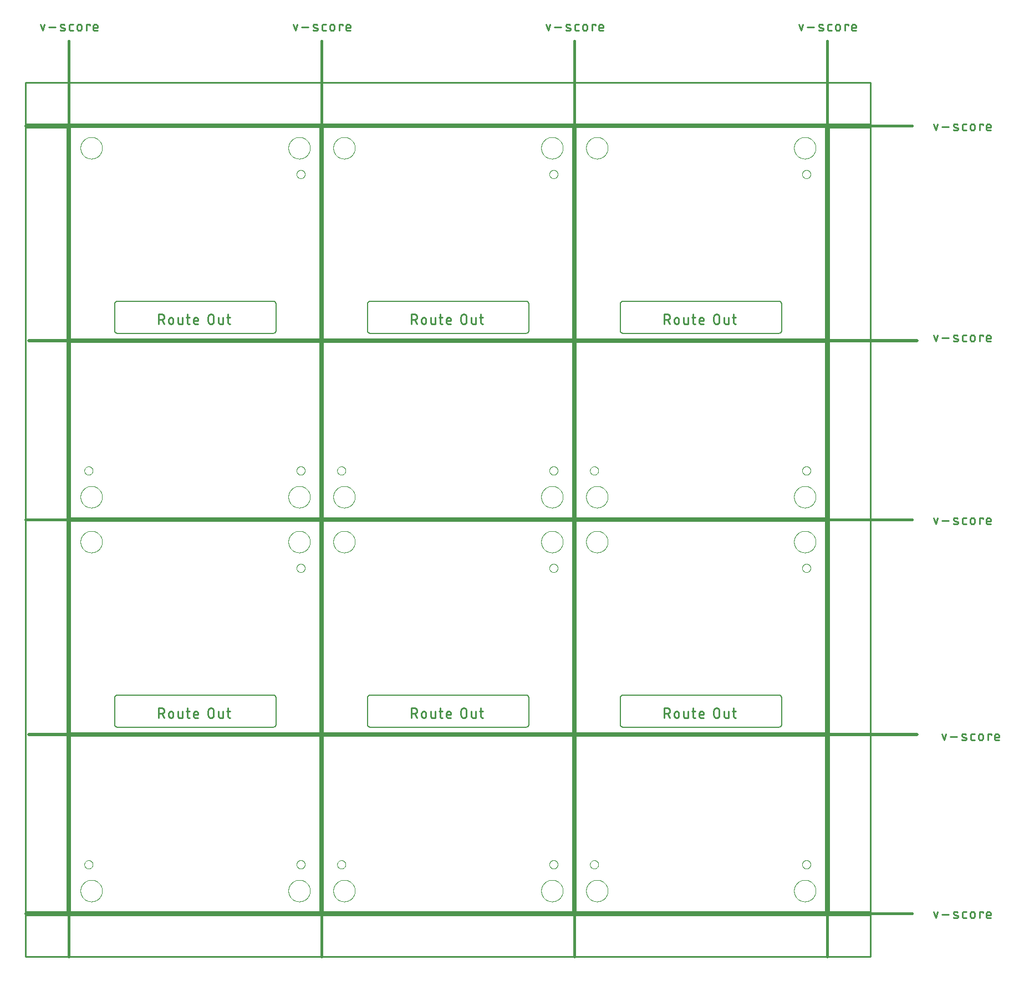
<source format=gko>
G75*
%MOIN*%
%OFA0B0*%
%FSLAX25Y25*%
%IPPOS*%
%LPD*%
%AMOC8*
5,1,8,0,0,1.08239X$1,22.5*
%
%ADD10C,0.00800*%
%ADD11C,0.00600*%
%ADD12C,0.01100*%
%ADD13C,0.02000*%
%ADD14C,0.01500*%
%ADD15C,0.01000*%
%ADD16C,0.00000*%
D10*
X0055842Y0094450D02*
X0055842Y0199950D01*
X0205842Y0199950D01*
X0205842Y0094450D01*
X0055842Y0094450D01*
X0055842Y0201950D02*
X0055842Y0329450D01*
X0205842Y0329450D01*
X0205842Y0201950D01*
X0055842Y0201950D01*
X0055842Y0331450D02*
X0055842Y0436950D01*
X0205842Y0436950D01*
X0205842Y0331450D01*
X0055842Y0331450D01*
X0055842Y0438950D02*
X0055842Y0566450D01*
X0205842Y0566450D01*
X0205842Y0438950D01*
X0055842Y0438950D01*
X0207842Y0438950D02*
X0207842Y0566450D01*
X0357842Y0566450D01*
X0357842Y0438950D01*
X0207842Y0438950D01*
X0207842Y0436950D02*
X0357842Y0436950D01*
X0357842Y0331450D01*
X0207842Y0331450D01*
X0207842Y0436950D01*
X0207842Y0329450D02*
X0207842Y0201950D01*
X0357842Y0201950D01*
X0357842Y0329450D01*
X0207842Y0329450D01*
X0207842Y0199950D02*
X0357842Y0199950D01*
X0357842Y0094450D01*
X0207842Y0094450D01*
X0207842Y0199950D01*
X0359842Y0199950D02*
X0359842Y0094450D01*
X0509842Y0094450D01*
X0509842Y0199950D01*
X0359842Y0199950D01*
X0359842Y0201950D02*
X0359842Y0329450D01*
X0509842Y0329450D01*
X0509842Y0201950D01*
X0359842Y0201950D01*
X0359842Y0331450D02*
X0359842Y0436950D01*
X0509842Y0436950D01*
X0509842Y0331450D01*
X0359842Y0331450D01*
X0359842Y0438950D02*
X0359842Y0566450D01*
X0509842Y0566450D01*
X0509842Y0438950D01*
X0359842Y0438950D01*
D11*
X0386335Y0444103D02*
X0386335Y0460068D01*
X0386337Y0460149D01*
X0386343Y0460229D01*
X0386352Y0460309D01*
X0386366Y0460388D01*
X0386383Y0460467D01*
X0386404Y0460545D01*
X0386428Y0460622D01*
X0386456Y0460697D01*
X0386488Y0460771D01*
X0386523Y0460844D01*
X0386562Y0460915D01*
X0386604Y0460983D01*
X0386649Y0461050D01*
X0386697Y0461115D01*
X0386749Y0461177D01*
X0386803Y0461236D01*
X0386860Y0461293D01*
X0386919Y0461347D01*
X0386981Y0461399D01*
X0387046Y0461447D01*
X0387113Y0461492D01*
X0387182Y0461534D01*
X0387252Y0461573D01*
X0387325Y0461608D01*
X0387399Y0461640D01*
X0387474Y0461668D01*
X0387551Y0461692D01*
X0387629Y0461713D01*
X0387708Y0461730D01*
X0387787Y0461744D01*
X0387867Y0461753D01*
X0387947Y0461759D01*
X0388028Y0461761D01*
X0481638Y0461761D01*
X0481722Y0461759D01*
X0481805Y0461753D01*
X0481888Y0461744D01*
X0481971Y0461730D01*
X0482053Y0461713D01*
X0482134Y0461692D01*
X0482214Y0461667D01*
X0482292Y0461639D01*
X0482370Y0461607D01*
X0482445Y0461571D01*
X0482519Y0461532D01*
X0482591Y0461490D01*
X0482661Y0461444D01*
X0482729Y0461395D01*
X0482795Y0461343D01*
X0482858Y0461288D01*
X0482919Y0461231D01*
X0482976Y0461170D01*
X0483031Y0461107D01*
X0483083Y0461041D01*
X0483132Y0460973D01*
X0483178Y0460903D01*
X0483220Y0460831D01*
X0483259Y0460757D01*
X0483295Y0460682D01*
X0483327Y0460604D01*
X0483355Y0460526D01*
X0483380Y0460446D01*
X0483401Y0460365D01*
X0483418Y0460283D01*
X0483432Y0460200D01*
X0483441Y0460117D01*
X0483447Y0460034D01*
X0483449Y0459950D01*
X0483449Y0444300D01*
X0483448Y0444300D02*
X0483446Y0444217D01*
X0483441Y0444134D01*
X0483431Y0444052D01*
X0483418Y0443970D01*
X0483402Y0443888D01*
X0483381Y0443808D01*
X0483357Y0443728D01*
X0483330Y0443650D01*
X0483299Y0443573D01*
X0483265Y0443497D01*
X0483227Y0443423D01*
X0483186Y0443351D01*
X0483142Y0443281D01*
X0483095Y0443213D01*
X0483044Y0443147D01*
X0482991Y0443083D01*
X0482935Y0443022D01*
X0482876Y0442963D01*
X0482815Y0442907D01*
X0482751Y0442854D01*
X0482685Y0442803D01*
X0482617Y0442756D01*
X0482547Y0442712D01*
X0482475Y0442671D01*
X0482401Y0442633D01*
X0482325Y0442599D01*
X0482248Y0442568D01*
X0482170Y0442541D01*
X0482090Y0442517D01*
X0482010Y0442496D01*
X0481928Y0442480D01*
X0481846Y0442467D01*
X0481764Y0442457D01*
X0481681Y0442452D01*
X0481598Y0442450D01*
X0387988Y0442450D01*
X0387988Y0442449D02*
X0387909Y0442451D01*
X0387831Y0442456D01*
X0387753Y0442466D01*
X0387675Y0442479D01*
X0387598Y0442496D01*
X0387522Y0442516D01*
X0387447Y0442540D01*
X0387373Y0442567D01*
X0387301Y0442598D01*
X0387230Y0442633D01*
X0387161Y0442671D01*
X0387094Y0442712D01*
X0387029Y0442756D01*
X0386966Y0442803D01*
X0386905Y0442853D01*
X0386847Y0442906D01*
X0386791Y0442962D01*
X0386738Y0443020D01*
X0386688Y0443081D01*
X0386641Y0443144D01*
X0386597Y0443209D01*
X0386556Y0443276D01*
X0386518Y0443345D01*
X0386483Y0443416D01*
X0386452Y0443488D01*
X0386425Y0443562D01*
X0386401Y0443637D01*
X0386381Y0443713D01*
X0386364Y0443790D01*
X0386351Y0443868D01*
X0386341Y0443946D01*
X0386336Y0444024D01*
X0386334Y0444103D01*
X0331449Y0444300D02*
X0331449Y0459950D01*
X0331447Y0460034D01*
X0331441Y0460117D01*
X0331432Y0460200D01*
X0331418Y0460283D01*
X0331401Y0460365D01*
X0331380Y0460446D01*
X0331355Y0460526D01*
X0331327Y0460604D01*
X0331295Y0460682D01*
X0331259Y0460757D01*
X0331220Y0460831D01*
X0331178Y0460903D01*
X0331132Y0460973D01*
X0331083Y0461041D01*
X0331031Y0461107D01*
X0330976Y0461170D01*
X0330919Y0461231D01*
X0330858Y0461288D01*
X0330795Y0461343D01*
X0330729Y0461395D01*
X0330661Y0461444D01*
X0330591Y0461490D01*
X0330519Y0461532D01*
X0330445Y0461571D01*
X0330370Y0461607D01*
X0330292Y0461639D01*
X0330214Y0461667D01*
X0330134Y0461692D01*
X0330053Y0461713D01*
X0329971Y0461730D01*
X0329888Y0461744D01*
X0329805Y0461753D01*
X0329722Y0461759D01*
X0329638Y0461761D01*
X0236028Y0461761D01*
X0235947Y0461759D01*
X0235867Y0461753D01*
X0235787Y0461744D01*
X0235708Y0461730D01*
X0235629Y0461713D01*
X0235551Y0461692D01*
X0235474Y0461668D01*
X0235399Y0461640D01*
X0235325Y0461608D01*
X0235252Y0461573D01*
X0235182Y0461534D01*
X0235113Y0461492D01*
X0235046Y0461447D01*
X0234981Y0461399D01*
X0234919Y0461347D01*
X0234860Y0461293D01*
X0234803Y0461236D01*
X0234749Y0461177D01*
X0234697Y0461115D01*
X0234649Y0461050D01*
X0234604Y0460983D01*
X0234562Y0460915D01*
X0234523Y0460844D01*
X0234488Y0460771D01*
X0234456Y0460697D01*
X0234428Y0460622D01*
X0234404Y0460545D01*
X0234383Y0460467D01*
X0234366Y0460388D01*
X0234352Y0460309D01*
X0234343Y0460229D01*
X0234337Y0460149D01*
X0234335Y0460068D01*
X0234335Y0444103D01*
X0234334Y0444103D02*
X0234336Y0444024D01*
X0234341Y0443946D01*
X0234351Y0443868D01*
X0234364Y0443790D01*
X0234381Y0443713D01*
X0234401Y0443637D01*
X0234425Y0443562D01*
X0234452Y0443488D01*
X0234483Y0443416D01*
X0234518Y0443345D01*
X0234556Y0443276D01*
X0234597Y0443209D01*
X0234641Y0443144D01*
X0234688Y0443081D01*
X0234738Y0443020D01*
X0234791Y0442962D01*
X0234847Y0442906D01*
X0234905Y0442853D01*
X0234966Y0442803D01*
X0235029Y0442756D01*
X0235094Y0442712D01*
X0235161Y0442671D01*
X0235230Y0442633D01*
X0235301Y0442598D01*
X0235373Y0442567D01*
X0235447Y0442540D01*
X0235522Y0442516D01*
X0235598Y0442496D01*
X0235675Y0442479D01*
X0235753Y0442466D01*
X0235831Y0442456D01*
X0235909Y0442451D01*
X0235988Y0442449D01*
X0235988Y0442450D02*
X0329598Y0442450D01*
X0329681Y0442452D01*
X0329764Y0442457D01*
X0329846Y0442467D01*
X0329928Y0442480D01*
X0330010Y0442496D01*
X0330090Y0442517D01*
X0330170Y0442541D01*
X0330248Y0442568D01*
X0330325Y0442599D01*
X0330401Y0442633D01*
X0330475Y0442671D01*
X0330547Y0442712D01*
X0330617Y0442756D01*
X0330685Y0442803D01*
X0330751Y0442854D01*
X0330815Y0442907D01*
X0330876Y0442963D01*
X0330935Y0443022D01*
X0330991Y0443083D01*
X0331044Y0443147D01*
X0331095Y0443213D01*
X0331142Y0443281D01*
X0331186Y0443351D01*
X0331227Y0443423D01*
X0331265Y0443497D01*
X0331299Y0443573D01*
X0331330Y0443650D01*
X0331357Y0443728D01*
X0331381Y0443808D01*
X0331402Y0443888D01*
X0331418Y0443970D01*
X0331431Y0444052D01*
X0331441Y0444134D01*
X0331446Y0444217D01*
X0331448Y0444300D01*
X0179449Y0444300D02*
X0179449Y0459950D01*
X0179447Y0460034D01*
X0179441Y0460117D01*
X0179432Y0460200D01*
X0179418Y0460283D01*
X0179401Y0460365D01*
X0179380Y0460446D01*
X0179355Y0460526D01*
X0179327Y0460604D01*
X0179295Y0460682D01*
X0179259Y0460757D01*
X0179220Y0460831D01*
X0179178Y0460903D01*
X0179132Y0460973D01*
X0179083Y0461041D01*
X0179031Y0461107D01*
X0178976Y0461170D01*
X0178919Y0461231D01*
X0178858Y0461288D01*
X0178795Y0461343D01*
X0178729Y0461395D01*
X0178661Y0461444D01*
X0178591Y0461490D01*
X0178519Y0461532D01*
X0178445Y0461571D01*
X0178370Y0461607D01*
X0178292Y0461639D01*
X0178214Y0461667D01*
X0178134Y0461692D01*
X0178053Y0461713D01*
X0177971Y0461730D01*
X0177888Y0461744D01*
X0177805Y0461753D01*
X0177722Y0461759D01*
X0177638Y0461761D01*
X0084028Y0461761D01*
X0083947Y0461759D01*
X0083867Y0461753D01*
X0083787Y0461744D01*
X0083708Y0461730D01*
X0083629Y0461713D01*
X0083551Y0461692D01*
X0083474Y0461668D01*
X0083399Y0461640D01*
X0083325Y0461608D01*
X0083252Y0461573D01*
X0083182Y0461534D01*
X0083113Y0461492D01*
X0083046Y0461447D01*
X0082981Y0461399D01*
X0082919Y0461347D01*
X0082860Y0461293D01*
X0082803Y0461236D01*
X0082749Y0461177D01*
X0082697Y0461115D01*
X0082649Y0461050D01*
X0082604Y0460983D01*
X0082562Y0460915D01*
X0082523Y0460844D01*
X0082488Y0460771D01*
X0082456Y0460697D01*
X0082428Y0460622D01*
X0082404Y0460545D01*
X0082383Y0460467D01*
X0082366Y0460388D01*
X0082352Y0460309D01*
X0082343Y0460229D01*
X0082337Y0460149D01*
X0082335Y0460068D01*
X0082335Y0444103D01*
X0082334Y0444103D02*
X0082336Y0444024D01*
X0082341Y0443946D01*
X0082351Y0443868D01*
X0082364Y0443790D01*
X0082381Y0443713D01*
X0082401Y0443637D01*
X0082425Y0443562D01*
X0082452Y0443488D01*
X0082483Y0443416D01*
X0082518Y0443345D01*
X0082556Y0443276D01*
X0082597Y0443209D01*
X0082641Y0443144D01*
X0082688Y0443081D01*
X0082738Y0443020D01*
X0082791Y0442962D01*
X0082847Y0442906D01*
X0082905Y0442853D01*
X0082966Y0442803D01*
X0083029Y0442756D01*
X0083094Y0442712D01*
X0083161Y0442671D01*
X0083230Y0442633D01*
X0083301Y0442598D01*
X0083373Y0442567D01*
X0083447Y0442540D01*
X0083522Y0442516D01*
X0083598Y0442496D01*
X0083675Y0442479D01*
X0083753Y0442466D01*
X0083831Y0442456D01*
X0083909Y0442451D01*
X0083988Y0442449D01*
X0083988Y0442450D02*
X0177598Y0442450D01*
X0177681Y0442452D01*
X0177764Y0442457D01*
X0177846Y0442467D01*
X0177928Y0442480D01*
X0178010Y0442496D01*
X0178090Y0442517D01*
X0178170Y0442541D01*
X0178248Y0442568D01*
X0178325Y0442599D01*
X0178401Y0442633D01*
X0178475Y0442671D01*
X0178547Y0442712D01*
X0178617Y0442756D01*
X0178685Y0442803D01*
X0178751Y0442854D01*
X0178815Y0442907D01*
X0178876Y0442963D01*
X0178935Y0443022D01*
X0178991Y0443083D01*
X0179044Y0443147D01*
X0179095Y0443213D01*
X0179142Y0443281D01*
X0179186Y0443351D01*
X0179227Y0443423D01*
X0179265Y0443497D01*
X0179299Y0443573D01*
X0179330Y0443650D01*
X0179357Y0443728D01*
X0179381Y0443808D01*
X0179402Y0443888D01*
X0179418Y0443970D01*
X0179431Y0444052D01*
X0179441Y0444134D01*
X0179446Y0444217D01*
X0179448Y0444300D01*
X0177638Y0224761D02*
X0084028Y0224761D01*
X0083947Y0224759D01*
X0083867Y0224753D01*
X0083787Y0224744D01*
X0083708Y0224730D01*
X0083629Y0224713D01*
X0083551Y0224692D01*
X0083474Y0224668D01*
X0083399Y0224640D01*
X0083325Y0224608D01*
X0083252Y0224573D01*
X0083182Y0224534D01*
X0083113Y0224492D01*
X0083046Y0224447D01*
X0082981Y0224399D01*
X0082919Y0224347D01*
X0082860Y0224293D01*
X0082803Y0224236D01*
X0082749Y0224177D01*
X0082697Y0224115D01*
X0082649Y0224050D01*
X0082604Y0223983D01*
X0082562Y0223915D01*
X0082523Y0223844D01*
X0082488Y0223771D01*
X0082456Y0223697D01*
X0082428Y0223622D01*
X0082404Y0223545D01*
X0082383Y0223467D01*
X0082366Y0223388D01*
X0082352Y0223309D01*
X0082343Y0223229D01*
X0082337Y0223149D01*
X0082335Y0223068D01*
X0082335Y0207103D01*
X0082334Y0207103D02*
X0082336Y0207024D01*
X0082341Y0206946D01*
X0082351Y0206868D01*
X0082364Y0206790D01*
X0082381Y0206713D01*
X0082401Y0206637D01*
X0082425Y0206562D01*
X0082452Y0206488D01*
X0082483Y0206416D01*
X0082518Y0206345D01*
X0082556Y0206276D01*
X0082597Y0206209D01*
X0082641Y0206144D01*
X0082688Y0206081D01*
X0082738Y0206020D01*
X0082791Y0205962D01*
X0082847Y0205906D01*
X0082905Y0205853D01*
X0082966Y0205803D01*
X0083029Y0205756D01*
X0083094Y0205712D01*
X0083161Y0205671D01*
X0083230Y0205633D01*
X0083301Y0205598D01*
X0083373Y0205567D01*
X0083447Y0205540D01*
X0083522Y0205516D01*
X0083598Y0205496D01*
X0083675Y0205479D01*
X0083753Y0205466D01*
X0083831Y0205456D01*
X0083909Y0205451D01*
X0083988Y0205449D01*
X0083988Y0205450D02*
X0177598Y0205450D01*
X0177681Y0205452D01*
X0177764Y0205457D01*
X0177846Y0205467D01*
X0177928Y0205480D01*
X0178010Y0205496D01*
X0178090Y0205517D01*
X0178170Y0205541D01*
X0178248Y0205568D01*
X0178325Y0205599D01*
X0178401Y0205633D01*
X0178475Y0205671D01*
X0178547Y0205712D01*
X0178617Y0205756D01*
X0178685Y0205803D01*
X0178751Y0205854D01*
X0178815Y0205907D01*
X0178876Y0205963D01*
X0178935Y0206022D01*
X0178991Y0206083D01*
X0179044Y0206147D01*
X0179095Y0206213D01*
X0179142Y0206281D01*
X0179186Y0206351D01*
X0179227Y0206423D01*
X0179265Y0206497D01*
X0179299Y0206573D01*
X0179330Y0206650D01*
X0179357Y0206728D01*
X0179381Y0206808D01*
X0179402Y0206888D01*
X0179418Y0206970D01*
X0179431Y0207052D01*
X0179441Y0207134D01*
X0179446Y0207217D01*
X0179448Y0207300D01*
X0179449Y0207300D02*
X0179449Y0222950D01*
X0179447Y0223034D01*
X0179441Y0223117D01*
X0179432Y0223200D01*
X0179418Y0223283D01*
X0179401Y0223365D01*
X0179380Y0223446D01*
X0179355Y0223526D01*
X0179327Y0223604D01*
X0179295Y0223682D01*
X0179259Y0223757D01*
X0179220Y0223831D01*
X0179178Y0223903D01*
X0179132Y0223973D01*
X0179083Y0224041D01*
X0179031Y0224107D01*
X0178976Y0224170D01*
X0178919Y0224231D01*
X0178858Y0224288D01*
X0178795Y0224343D01*
X0178729Y0224395D01*
X0178661Y0224444D01*
X0178591Y0224490D01*
X0178519Y0224532D01*
X0178445Y0224571D01*
X0178370Y0224607D01*
X0178292Y0224639D01*
X0178214Y0224667D01*
X0178134Y0224692D01*
X0178053Y0224713D01*
X0177971Y0224730D01*
X0177888Y0224744D01*
X0177805Y0224753D01*
X0177722Y0224759D01*
X0177638Y0224761D01*
X0234335Y0223068D02*
X0234335Y0207103D01*
X0234334Y0207103D02*
X0234336Y0207024D01*
X0234341Y0206946D01*
X0234351Y0206868D01*
X0234364Y0206790D01*
X0234381Y0206713D01*
X0234401Y0206637D01*
X0234425Y0206562D01*
X0234452Y0206488D01*
X0234483Y0206416D01*
X0234518Y0206345D01*
X0234556Y0206276D01*
X0234597Y0206209D01*
X0234641Y0206144D01*
X0234688Y0206081D01*
X0234738Y0206020D01*
X0234791Y0205962D01*
X0234847Y0205906D01*
X0234905Y0205853D01*
X0234966Y0205803D01*
X0235029Y0205756D01*
X0235094Y0205712D01*
X0235161Y0205671D01*
X0235230Y0205633D01*
X0235301Y0205598D01*
X0235373Y0205567D01*
X0235447Y0205540D01*
X0235522Y0205516D01*
X0235598Y0205496D01*
X0235675Y0205479D01*
X0235753Y0205466D01*
X0235831Y0205456D01*
X0235909Y0205451D01*
X0235988Y0205449D01*
X0235988Y0205450D02*
X0329598Y0205450D01*
X0329681Y0205452D01*
X0329764Y0205457D01*
X0329846Y0205467D01*
X0329928Y0205480D01*
X0330010Y0205496D01*
X0330090Y0205517D01*
X0330170Y0205541D01*
X0330248Y0205568D01*
X0330325Y0205599D01*
X0330401Y0205633D01*
X0330475Y0205671D01*
X0330547Y0205712D01*
X0330617Y0205756D01*
X0330685Y0205803D01*
X0330751Y0205854D01*
X0330815Y0205907D01*
X0330876Y0205963D01*
X0330935Y0206022D01*
X0330991Y0206083D01*
X0331044Y0206147D01*
X0331095Y0206213D01*
X0331142Y0206281D01*
X0331186Y0206351D01*
X0331227Y0206423D01*
X0331265Y0206497D01*
X0331299Y0206573D01*
X0331330Y0206650D01*
X0331357Y0206728D01*
X0331381Y0206808D01*
X0331402Y0206888D01*
X0331418Y0206970D01*
X0331431Y0207052D01*
X0331441Y0207134D01*
X0331446Y0207217D01*
X0331448Y0207300D01*
X0331449Y0207300D02*
X0331449Y0222950D01*
X0331447Y0223034D01*
X0331441Y0223117D01*
X0331432Y0223200D01*
X0331418Y0223283D01*
X0331401Y0223365D01*
X0331380Y0223446D01*
X0331355Y0223526D01*
X0331327Y0223604D01*
X0331295Y0223682D01*
X0331259Y0223757D01*
X0331220Y0223831D01*
X0331178Y0223903D01*
X0331132Y0223973D01*
X0331083Y0224041D01*
X0331031Y0224107D01*
X0330976Y0224170D01*
X0330919Y0224231D01*
X0330858Y0224288D01*
X0330795Y0224343D01*
X0330729Y0224395D01*
X0330661Y0224444D01*
X0330591Y0224490D01*
X0330519Y0224532D01*
X0330445Y0224571D01*
X0330370Y0224607D01*
X0330292Y0224639D01*
X0330214Y0224667D01*
X0330134Y0224692D01*
X0330053Y0224713D01*
X0329971Y0224730D01*
X0329888Y0224744D01*
X0329805Y0224753D01*
X0329722Y0224759D01*
X0329638Y0224761D01*
X0236028Y0224761D01*
X0235947Y0224759D01*
X0235867Y0224753D01*
X0235787Y0224744D01*
X0235708Y0224730D01*
X0235629Y0224713D01*
X0235551Y0224692D01*
X0235474Y0224668D01*
X0235399Y0224640D01*
X0235325Y0224608D01*
X0235252Y0224573D01*
X0235182Y0224534D01*
X0235113Y0224492D01*
X0235046Y0224447D01*
X0234981Y0224399D01*
X0234919Y0224347D01*
X0234860Y0224293D01*
X0234803Y0224236D01*
X0234749Y0224177D01*
X0234697Y0224115D01*
X0234649Y0224050D01*
X0234604Y0223983D01*
X0234562Y0223915D01*
X0234523Y0223844D01*
X0234488Y0223771D01*
X0234456Y0223697D01*
X0234428Y0223622D01*
X0234404Y0223545D01*
X0234383Y0223467D01*
X0234366Y0223388D01*
X0234352Y0223309D01*
X0234343Y0223229D01*
X0234337Y0223149D01*
X0234335Y0223068D01*
X0386335Y0223068D02*
X0386335Y0207103D01*
X0386334Y0207103D02*
X0386336Y0207024D01*
X0386341Y0206946D01*
X0386351Y0206868D01*
X0386364Y0206790D01*
X0386381Y0206713D01*
X0386401Y0206637D01*
X0386425Y0206562D01*
X0386452Y0206488D01*
X0386483Y0206416D01*
X0386518Y0206345D01*
X0386556Y0206276D01*
X0386597Y0206209D01*
X0386641Y0206144D01*
X0386688Y0206081D01*
X0386738Y0206020D01*
X0386791Y0205962D01*
X0386847Y0205906D01*
X0386905Y0205853D01*
X0386966Y0205803D01*
X0387029Y0205756D01*
X0387094Y0205712D01*
X0387161Y0205671D01*
X0387230Y0205633D01*
X0387301Y0205598D01*
X0387373Y0205567D01*
X0387447Y0205540D01*
X0387522Y0205516D01*
X0387598Y0205496D01*
X0387675Y0205479D01*
X0387753Y0205466D01*
X0387831Y0205456D01*
X0387909Y0205451D01*
X0387988Y0205449D01*
X0387988Y0205450D02*
X0481598Y0205450D01*
X0481681Y0205452D01*
X0481764Y0205457D01*
X0481846Y0205467D01*
X0481928Y0205480D01*
X0482010Y0205496D01*
X0482090Y0205517D01*
X0482170Y0205541D01*
X0482248Y0205568D01*
X0482325Y0205599D01*
X0482401Y0205633D01*
X0482475Y0205671D01*
X0482547Y0205712D01*
X0482617Y0205756D01*
X0482685Y0205803D01*
X0482751Y0205854D01*
X0482815Y0205907D01*
X0482876Y0205963D01*
X0482935Y0206022D01*
X0482991Y0206083D01*
X0483044Y0206147D01*
X0483095Y0206213D01*
X0483142Y0206281D01*
X0483186Y0206351D01*
X0483227Y0206423D01*
X0483265Y0206497D01*
X0483299Y0206573D01*
X0483330Y0206650D01*
X0483357Y0206728D01*
X0483381Y0206808D01*
X0483402Y0206888D01*
X0483418Y0206970D01*
X0483431Y0207052D01*
X0483441Y0207134D01*
X0483446Y0207217D01*
X0483448Y0207300D01*
X0483449Y0207300D02*
X0483449Y0222950D01*
X0483447Y0223034D01*
X0483441Y0223117D01*
X0483432Y0223200D01*
X0483418Y0223283D01*
X0483401Y0223365D01*
X0483380Y0223446D01*
X0483355Y0223526D01*
X0483327Y0223604D01*
X0483295Y0223682D01*
X0483259Y0223757D01*
X0483220Y0223831D01*
X0483178Y0223903D01*
X0483132Y0223973D01*
X0483083Y0224041D01*
X0483031Y0224107D01*
X0482976Y0224170D01*
X0482919Y0224231D01*
X0482858Y0224288D01*
X0482795Y0224343D01*
X0482729Y0224395D01*
X0482661Y0224444D01*
X0482591Y0224490D01*
X0482519Y0224532D01*
X0482445Y0224571D01*
X0482370Y0224607D01*
X0482292Y0224639D01*
X0482214Y0224667D01*
X0482134Y0224692D01*
X0482053Y0224713D01*
X0481971Y0224730D01*
X0481888Y0224744D01*
X0481805Y0224753D01*
X0481722Y0224759D01*
X0481638Y0224761D01*
X0388028Y0224761D01*
X0387947Y0224759D01*
X0387867Y0224753D01*
X0387787Y0224744D01*
X0387708Y0224730D01*
X0387629Y0224713D01*
X0387551Y0224692D01*
X0387474Y0224668D01*
X0387399Y0224640D01*
X0387325Y0224608D01*
X0387252Y0224573D01*
X0387182Y0224534D01*
X0387113Y0224492D01*
X0387046Y0224447D01*
X0386981Y0224399D01*
X0386919Y0224347D01*
X0386860Y0224293D01*
X0386803Y0224236D01*
X0386749Y0224177D01*
X0386697Y0224115D01*
X0386649Y0224050D01*
X0386604Y0223983D01*
X0386562Y0223915D01*
X0386523Y0223844D01*
X0386488Y0223771D01*
X0386456Y0223697D01*
X0386428Y0223622D01*
X0386404Y0223545D01*
X0386383Y0223467D01*
X0386366Y0223388D01*
X0386352Y0223309D01*
X0386343Y0223229D01*
X0386337Y0223149D01*
X0386335Y0223068D01*
D12*
X0412892Y0216900D02*
X0412892Y0211000D01*
X0412892Y0213622D02*
X0414531Y0213622D01*
X0414858Y0213622D02*
X0416170Y0211000D01*
X0418909Y0212311D02*
X0418909Y0213622D01*
X0418911Y0213693D01*
X0418917Y0213764D01*
X0418926Y0213834D01*
X0418940Y0213904D01*
X0418957Y0213973D01*
X0418978Y0214041D01*
X0419002Y0214107D01*
X0419030Y0214172D01*
X0419062Y0214236D01*
X0419097Y0214298D01*
X0419135Y0214358D01*
X0419176Y0214415D01*
X0419221Y0214471D01*
X0419268Y0214524D01*
X0419318Y0214574D01*
X0419371Y0214621D01*
X0419427Y0214666D01*
X0419484Y0214707D01*
X0419544Y0214745D01*
X0419606Y0214780D01*
X0419670Y0214812D01*
X0419735Y0214840D01*
X0419801Y0214864D01*
X0419869Y0214885D01*
X0419938Y0214902D01*
X0420008Y0214916D01*
X0420078Y0214925D01*
X0420149Y0214931D01*
X0420220Y0214933D01*
X0420291Y0214931D01*
X0420362Y0214925D01*
X0420432Y0214916D01*
X0420502Y0214902D01*
X0420571Y0214885D01*
X0420639Y0214864D01*
X0420705Y0214840D01*
X0420770Y0214812D01*
X0420834Y0214780D01*
X0420896Y0214745D01*
X0420956Y0214707D01*
X0421013Y0214666D01*
X0421069Y0214621D01*
X0421122Y0214574D01*
X0421172Y0214524D01*
X0421219Y0214471D01*
X0421264Y0214415D01*
X0421305Y0214358D01*
X0421343Y0214298D01*
X0421378Y0214236D01*
X0421410Y0214172D01*
X0421438Y0214107D01*
X0421462Y0214041D01*
X0421483Y0213973D01*
X0421500Y0213904D01*
X0421514Y0213834D01*
X0421523Y0213764D01*
X0421529Y0213693D01*
X0421531Y0213622D01*
X0421531Y0212311D01*
X0421529Y0212240D01*
X0421523Y0212169D01*
X0421514Y0212099D01*
X0421500Y0212029D01*
X0421483Y0211960D01*
X0421462Y0211892D01*
X0421438Y0211826D01*
X0421410Y0211761D01*
X0421378Y0211697D01*
X0421343Y0211635D01*
X0421305Y0211575D01*
X0421264Y0211518D01*
X0421219Y0211462D01*
X0421172Y0211409D01*
X0421122Y0211359D01*
X0421069Y0211312D01*
X0421013Y0211267D01*
X0420956Y0211226D01*
X0420896Y0211188D01*
X0420834Y0211153D01*
X0420770Y0211121D01*
X0420705Y0211093D01*
X0420639Y0211069D01*
X0420571Y0211048D01*
X0420502Y0211031D01*
X0420432Y0211017D01*
X0420362Y0211008D01*
X0420291Y0211002D01*
X0420220Y0211000D01*
X0420149Y0211002D01*
X0420078Y0211008D01*
X0420008Y0211017D01*
X0419938Y0211031D01*
X0419869Y0211048D01*
X0419801Y0211069D01*
X0419735Y0211093D01*
X0419670Y0211121D01*
X0419606Y0211153D01*
X0419544Y0211188D01*
X0419484Y0211226D01*
X0419427Y0211267D01*
X0419371Y0211312D01*
X0419318Y0211359D01*
X0419268Y0211409D01*
X0419221Y0211462D01*
X0419176Y0211518D01*
X0419135Y0211575D01*
X0419097Y0211635D01*
X0419062Y0211697D01*
X0419030Y0211761D01*
X0419002Y0211826D01*
X0418978Y0211892D01*
X0418957Y0211960D01*
X0418940Y0212029D01*
X0418926Y0212099D01*
X0418917Y0212169D01*
X0418911Y0212240D01*
X0418909Y0212311D01*
X0414531Y0213622D02*
X0414610Y0213624D01*
X0414689Y0213630D01*
X0414768Y0213639D01*
X0414846Y0213653D01*
X0414923Y0213670D01*
X0415000Y0213690D01*
X0415075Y0213715D01*
X0415149Y0213743D01*
X0415222Y0213775D01*
X0415293Y0213810D01*
X0415362Y0213848D01*
X0415429Y0213890D01*
X0415494Y0213935D01*
X0415557Y0213983D01*
X0415618Y0214034D01*
X0415676Y0214088D01*
X0415731Y0214145D01*
X0415784Y0214204D01*
X0415833Y0214266D01*
X0415880Y0214330D01*
X0415923Y0214396D01*
X0415963Y0214464D01*
X0416000Y0214535D01*
X0416034Y0214606D01*
X0416063Y0214680D01*
X0416090Y0214755D01*
X0416112Y0214830D01*
X0416131Y0214907D01*
X0416147Y0214985D01*
X0416158Y0215063D01*
X0416166Y0215142D01*
X0416170Y0215221D01*
X0416170Y0215301D01*
X0416166Y0215380D01*
X0416158Y0215459D01*
X0416147Y0215537D01*
X0416131Y0215615D01*
X0416112Y0215692D01*
X0416090Y0215767D01*
X0416063Y0215842D01*
X0416034Y0215916D01*
X0416000Y0215987D01*
X0415963Y0216058D01*
X0415923Y0216126D01*
X0415880Y0216192D01*
X0415833Y0216256D01*
X0415784Y0216318D01*
X0415731Y0216377D01*
X0415676Y0216434D01*
X0415618Y0216488D01*
X0415557Y0216539D01*
X0415494Y0216587D01*
X0415429Y0216632D01*
X0415362Y0216674D01*
X0415293Y0216712D01*
X0415222Y0216747D01*
X0415149Y0216779D01*
X0415075Y0216807D01*
X0415000Y0216832D01*
X0414923Y0216852D01*
X0414846Y0216869D01*
X0414768Y0216883D01*
X0414689Y0216892D01*
X0414610Y0216898D01*
X0414531Y0216900D01*
X0412892Y0216900D01*
X0424448Y0214933D02*
X0424448Y0211983D01*
X0424450Y0211921D01*
X0424456Y0211860D01*
X0424465Y0211799D01*
X0424479Y0211739D01*
X0424496Y0211679D01*
X0424517Y0211621D01*
X0424542Y0211564D01*
X0424570Y0211509D01*
X0424601Y0211456D01*
X0424636Y0211405D01*
X0424674Y0211356D01*
X0424714Y0211310D01*
X0424758Y0211266D01*
X0424804Y0211226D01*
X0424853Y0211188D01*
X0424904Y0211153D01*
X0424957Y0211122D01*
X0425012Y0211094D01*
X0425069Y0211069D01*
X0425127Y0211048D01*
X0425187Y0211031D01*
X0425247Y0211017D01*
X0425308Y0211008D01*
X0425369Y0211002D01*
X0425431Y0211000D01*
X0427070Y0211000D01*
X0427070Y0214933D01*
X0429424Y0214933D02*
X0431391Y0214933D01*
X0430080Y0216900D02*
X0430080Y0211983D01*
X0430082Y0211921D01*
X0430088Y0211860D01*
X0430097Y0211799D01*
X0430111Y0211739D01*
X0430128Y0211679D01*
X0430149Y0211621D01*
X0430174Y0211564D01*
X0430202Y0211509D01*
X0430233Y0211456D01*
X0430268Y0211405D01*
X0430306Y0211356D01*
X0430346Y0211310D01*
X0430390Y0211266D01*
X0430436Y0211226D01*
X0430485Y0211188D01*
X0430536Y0211153D01*
X0430589Y0211122D01*
X0430644Y0211094D01*
X0430701Y0211069D01*
X0430759Y0211048D01*
X0430819Y0211031D01*
X0430879Y0211017D01*
X0430940Y0211008D01*
X0431001Y0211002D01*
X0431063Y0211000D01*
X0431391Y0211000D01*
X0433884Y0211983D02*
X0433884Y0213622D01*
X0433884Y0212966D02*
X0436506Y0212966D01*
X0436506Y0213622D01*
X0436504Y0213693D01*
X0436498Y0213764D01*
X0436489Y0213834D01*
X0436475Y0213904D01*
X0436458Y0213973D01*
X0436437Y0214041D01*
X0436413Y0214107D01*
X0436385Y0214172D01*
X0436353Y0214236D01*
X0436318Y0214298D01*
X0436280Y0214358D01*
X0436239Y0214415D01*
X0436194Y0214471D01*
X0436147Y0214524D01*
X0436097Y0214574D01*
X0436044Y0214621D01*
X0435988Y0214666D01*
X0435931Y0214707D01*
X0435871Y0214745D01*
X0435809Y0214780D01*
X0435745Y0214812D01*
X0435680Y0214840D01*
X0435614Y0214864D01*
X0435546Y0214885D01*
X0435477Y0214902D01*
X0435407Y0214916D01*
X0435337Y0214925D01*
X0435266Y0214931D01*
X0435195Y0214933D01*
X0435124Y0214931D01*
X0435053Y0214925D01*
X0434983Y0214916D01*
X0434913Y0214902D01*
X0434844Y0214885D01*
X0434776Y0214864D01*
X0434710Y0214840D01*
X0434645Y0214812D01*
X0434581Y0214780D01*
X0434519Y0214745D01*
X0434459Y0214707D01*
X0434402Y0214666D01*
X0434346Y0214621D01*
X0434293Y0214574D01*
X0434243Y0214524D01*
X0434196Y0214471D01*
X0434151Y0214415D01*
X0434110Y0214358D01*
X0434072Y0214298D01*
X0434037Y0214236D01*
X0434005Y0214172D01*
X0433977Y0214107D01*
X0433953Y0214041D01*
X0433932Y0213973D01*
X0433915Y0213904D01*
X0433901Y0213834D01*
X0433892Y0213764D01*
X0433886Y0213693D01*
X0433884Y0213622D01*
X0433884Y0211983D02*
X0433886Y0211921D01*
X0433892Y0211860D01*
X0433901Y0211799D01*
X0433915Y0211739D01*
X0433932Y0211679D01*
X0433953Y0211621D01*
X0433978Y0211564D01*
X0434006Y0211509D01*
X0434037Y0211456D01*
X0434072Y0211405D01*
X0434110Y0211356D01*
X0434150Y0211310D01*
X0434194Y0211266D01*
X0434240Y0211226D01*
X0434289Y0211188D01*
X0434340Y0211153D01*
X0434393Y0211122D01*
X0434448Y0211094D01*
X0434505Y0211069D01*
X0434563Y0211048D01*
X0434623Y0211031D01*
X0434683Y0211017D01*
X0434744Y0211008D01*
X0434805Y0211002D01*
X0434867Y0211000D01*
X0436506Y0211000D01*
X0442582Y0212638D02*
X0442582Y0215261D01*
X0442584Y0215340D01*
X0442590Y0215419D01*
X0442599Y0215498D01*
X0442613Y0215576D01*
X0442630Y0215653D01*
X0442650Y0215730D01*
X0442675Y0215805D01*
X0442703Y0215879D01*
X0442735Y0215952D01*
X0442770Y0216023D01*
X0442808Y0216092D01*
X0442850Y0216159D01*
X0442895Y0216224D01*
X0442943Y0216287D01*
X0442994Y0216348D01*
X0443048Y0216406D01*
X0443105Y0216461D01*
X0443164Y0216514D01*
X0443226Y0216563D01*
X0443290Y0216610D01*
X0443356Y0216653D01*
X0443424Y0216693D01*
X0443495Y0216730D01*
X0443566Y0216764D01*
X0443640Y0216793D01*
X0443715Y0216820D01*
X0443790Y0216842D01*
X0443867Y0216861D01*
X0443945Y0216877D01*
X0444023Y0216888D01*
X0444102Y0216896D01*
X0444181Y0216900D01*
X0444261Y0216900D01*
X0444340Y0216896D01*
X0444419Y0216888D01*
X0444497Y0216877D01*
X0444575Y0216861D01*
X0444652Y0216842D01*
X0444727Y0216820D01*
X0444802Y0216793D01*
X0444876Y0216764D01*
X0444947Y0216730D01*
X0445018Y0216693D01*
X0445086Y0216653D01*
X0445152Y0216610D01*
X0445216Y0216563D01*
X0445278Y0216514D01*
X0445337Y0216461D01*
X0445394Y0216406D01*
X0445448Y0216348D01*
X0445499Y0216287D01*
X0445547Y0216224D01*
X0445592Y0216159D01*
X0445634Y0216092D01*
X0445672Y0216023D01*
X0445707Y0215952D01*
X0445739Y0215879D01*
X0445767Y0215805D01*
X0445792Y0215730D01*
X0445812Y0215653D01*
X0445829Y0215576D01*
X0445843Y0215498D01*
X0445852Y0215419D01*
X0445858Y0215340D01*
X0445860Y0215261D01*
X0445860Y0212638D01*
X0445858Y0212559D01*
X0445852Y0212480D01*
X0445843Y0212401D01*
X0445829Y0212323D01*
X0445812Y0212246D01*
X0445792Y0212169D01*
X0445767Y0212094D01*
X0445739Y0212020D01*
X0445707Y0211947D01*
X0445672Y0211876D01*
X0445634Y0211807D01*
X0445592Y0211740D01*
X0445547Y0211675D01*
X0445499Y0211612D01*
X0445448Y0211551D01*
X0445394Y0211493D01*
X0445337Y0211438D01*
X0445278Y0211385D01*
X0445216Y0211336D01*
X0445152Y0211289D01*
X0445086Y0211246D01*
X0445018Y0211206D01*
X0444947Y0211169D01*
X0444876Y0211135D01*
X0444802Y0211106D01*
X0444727Y0211079D01*
X0444652Y0211057D01*
X0444575Y0211038D01*
X0444497Y0211022D01*
X0444419Y0211011D01*
X0444340Y0211003D01*
X0444261Y0210999D01*
X0444181Y0210999D01*
X0444102Y0211003D01*
X0444023Y0211011D01*
X0443945Y0211022D01*
X0443867Y0211038D01*
X0443790Y0211057D01*
X0443715Y0211079D01*
X0443640Y0211106D01*
X0443566Y0211135D01*
X0443495Y0211169D01*
X0443424Y0211206D01*
X0443356Y0211246D01*
X0443290Y0211289D01*
X0443226Y0211336D01*
X0443164Y0211385D01*
X0443105Y0211438D01*
X0443048Y0211493D01*
X0442994Y0211551D01*
X0442943Y0211612D01*
X0442895Y0211675D01*
X0442850Y0211740D01*
X0442808Y0211807D01*
X0442770Y0211876D01*
X0442735Y0211947D01*
X0442703Y0212020D01*
X0442675Y0212094D01*
X0442650Y0212169D01*
X0442630Y0212246D01*
X0442613Y0212323D01*
X0442599Y0212401D01*
X0442590Y0212480D01*
X0442584Y0212559D01*
X0442582Y0212638D01*
X0448859Y0211983D02*
X0448859Y0214933D01*
X0451481Y0214933D02*
X0451481Y0211000D01*
X0449842Y0211000D01*
X0449780Y0211002D01*
X0449719Y0211008D01*
X0449658Y0211017D01*
X0449598Y0211031D01*
X0449538Y0211048D01*
X0449480Y0211069D01*
X0449423Y0211094D01*
X0449368Y0211122D01*
X0449315Y0211153D01*
X0449264Y0211188D01*
X0449215Y0211226D01*
X0449169Y0211266D01*
X0449125Y0211310D01*
X0449085Y0211356D01*
X0449047Y0211405D01*
X0449012Y0211456D01*
X0448981Y0211509D01*
X0448953Y0211564D01*
X0448928Y0211621D01*
X0448907Y0211679D01*
X0448890Y0211739D01*
X0448876Y0211799D01*
X0448867Y0211860D01*
X0448861Y0211921D01*
X0448859Y0211983D01*
X0454491Y0211983D02*
X0454491Y0216900D01*
X0453835Y0214933D02*
X0455802Y0214933D01*
X0454491Y0211983D02*
X0454493Y0211921D01*
X0454499Y0211860D01*
X0454508Y0211799D01*
X0454522Y0211739D01*
X0454539Y0211679D01*
X0454560Y0211621D01*
X0454585Y0211564D01*
X0454613Y0211509D01*
X0454644Y0211456D01*
X0454679Y0211405D01*
X0454717Y0211356D01*
X0454757Y0211310D01*
X0454801Y0211266D01*
X0454847Y0211226D01*
X0454896Y0211188D01*
X0454947Y0211153D01*
X0455000Y0211122D01*
X0455055Y0211094D01*
X0455112Y0211069D01*
X0455170Y0211048D01*
X0455230Y0211031D01*
X0455290Y0211017D01*
X0455351Y0211008D01*
X0455412Y0211002D01*
X0455474Y0211000D01*
X0455802Y0211000D01*
X0574633Y0094433D02*
X0575944Y0090500D01*
X0577255Y0094433D01*
X0579926Y0092794D02*
X0583859Y0092794D01*
X0587227Y0092794D02*
X0588866Y0092138D01*
X0588867Y0092138D02*
X0588919Y0092115D01*
X0588970Y0092088D01*
X0589019Y0092058D01*
X0589066Y0092025D01*
X0589111Y0091989D01*
X0589153Y0091949D01*
X0589192Y0091907D01*
X0589228Y0091863D01*
X0589261Y0091816D01*
X0589291Y0091766D01*
X0589318Y0091715D01*
X0589341Y0091663D01*
X0589360Y0091609D01*
X0589376Y0091553D01*
X0589388Y0091497D01*
X0589396Y0091440D01*
X0589400Y0091383D01*
X0589401Y0091325D01*
X0589397Y0091268D01*
X0589390Y0091211D01*
X0589378Y0091154D01*
X0589363Y0091099D01*
X0589345Y0091044D01*
X0589322Y0090991D01*
X0589296Y0090940D01*
X0589267Y0090891D01*
X0589234Y0090843D01*
X0589198Y0090798D01*
X0589160Y0090756D01*
X0589118Y0090716D01*
X0589074Y0090679D01*
X0589027Y0090645D01*
X0588979Y0090614D01*
X0588928Y0090587D01*
X0588876Y0090563D01*
X0588822Y0090543D01*
X0588767Y0090527D01*
X0588711Y0090514D01*
X0588654Y0090505D01*
X0588596Y0090500D01*
X0588539Y0090499D01*
X0589030Y0094105D02*
X0588923Y0094151D01*
X0588814Y0094194D01*
X0588704Y0094234D01*
X0588592Y0094270D01*
X0588480Y0094302D01*
X0588366Y0094331D01*
X0588252Y0094357D01*
X0588137Y0094378D01*
X0588022Y0094397D01*
X0587905Y0094411D01*
X0587789Y0094422D01*
X0587672Y0094429D01*
X0587555Y0094433D01*
X0587498Y0094432D01*
X0587440Y0094427D01*
X0587383Y0094418D01*
X0587327Y0094405D01*
X0587272Y0094389D01*
X0587218Y0094369D01*
X0587166Y0094345D01*
X0587115Y0094318D01*
X0587067Y0094287D01*
X0587020Y0094253D01*
X0586976Y0094216D01*
X0586934Y0094176D01*
X0586896Y0094134D01*
X0586860Y0094089D01*
X0586827Y0094041D01*
X0586798Y0093992D01*
X0586772Y0093941D01*
X0586749Y0093888D01*
X0586731Y0093833D01*
X0586716Y0093778D01*
X0586704Y0093721D01*
X0586697Y0093664D01*
X0586693Y0093607D01*
X0586694Y0093549D01*
X0586698Y0093492D01*
X0586706Y0093435D01*
X0586718Y0093379D01*
X0586734Y0093323D01*
X0586753Y0093269D01*
X0586776Y0093217D01*
X0586803Y0093166D01*
X0586833Y0093116D01*
X0586866Y0093069D01*
X0586902Y0093025D01*
X0586941Y0092983D01*
X0586983Y0092943D01*
X0587028Y0092907D01*
X0587075Y0092874D01*
X0587124Y0092844D01*
X0587175Y0092817D01*
X0587227Y0092794D01*
X0586736Y0090827D02*
X0586870Y0090781D01*
X0587005Y0090738D01*
X0587141Y0090699D01*
X0587278Y0090663D01*
X0587415Y0090631D01*
X0587554Y0090602D01*
X0587693Y0090576D01*
X0587833Y0090555D01*
X0587974Y0090536D01*
X0588114Y0090522D01*
X0588256Y0090511D01*
X0588397Y0090503D01*
X0588539Y0090500D01*
X0592080Y0091483D02*
X0592080Y0093450D01*
X0592082Y0093512D01*
X0592088Y0093573D01*
X0592097Y0093634D01*
X0592111Y0093694D01*
X0592128Y0093754D01*
X0592149Y0093812D01*
X0592174Y0093869D01*
X0592202Y0093924D01*
X0592233Y0093977D01*
X0592268Y0094028D01*
X0592306Y0094077D01*
X0592346Y0094123D01*
X0592390Y0094167D01*
X0592436Y0094207D01*
X0592485Y0094245D01*
X0592536Y0094280D01*
X0592589Y0094311D01*
X0592644Y0094339D01*
X0592701Y0094364D01*
X0592759Y0094385D01*
X0592819Y0094402D01*
X0592879Y0094416D01*
X0592940Y0094425D01*
X0593001Y0094431D01*
X0593063Y0094433D01*
X0594374Y0094433D01*
X0596787Y0093122D02*
X0596787Y0091811D01*
X0596789Y0091740D01*
X0596795Y0091669D01*
X0596804Y0091599D01*
X0596818Y0091529D01*
X0596835Y0091460D01*
X0596856Y0091392D01*
X0596880Y0091326D01*
X0596908Y0091261D01*
X0596940Y0091197D01*
X0596975Y0091135D01*
X0597013Y0091075D01*
X0597054Y0091018D01*
X0597099Y0090962D01*
X0597146Y0090909D01*
X0597196Y0090859D01*
X0597249Y0090812D01*
X0597305Y0090767D01*
X0597362Y0090726D01*
X0597422Y0090688D01*
X0597484Y0090653D01*
X0597548Y0090621D01*
X0597613Y0090593D01*
X0597679Y0090569D01*
X0597747Y0090548D01*
X0597816Y0090531D01*
X0597886Y0090517D01*
X0597956Y0090508D01*
X0598027Y0090502D01*
X0598098Y0090500D01*
X0598169Y0090502D01*
X0598240Y0090508D01*
X0598310Y0090517D01*
X0598380Y0090531D01*
X0598449Y0090548D01*
X0598517Y0090569D01*
X0598583Y0090593D01*
X0598648Y0090621D01*
X0598712Y0090653D01*
X0598774Y0090688D01*
X0598834Y0090726D01*
X0598891Y0090767D01*
X0598947Y0090812D01*
X0599000Y0090859D01*
X0599050Y0090909D01*
X0599097Y0090962D01*
X0599142Y0091018D01*
X0599183Y0091075D01*
X0599221Y0091135D01*
X0599256Y0091197D01*
X0599288Y0091261D01*
X0599316Y0091326D01*
X0599340Y0091392D01*
X0599361Y0091460D01*
X0599378Y0091529D01*
X0599392Y0091599D01*
X0599401Y0091669D01*
X0599407Y0091740D01*
X0599409Y0091811D01*
X0599410Y0091811D02*
X0599410Y0093122D01*
X0599409Y0093122D02*
X0599407Y0093193D01*
X0599401Y0093264D01*
X0599392Y0093334D01*
X0599378Y0093404D01*
X0599361Y0093473D01*
X0599340Y0093541D01*
X0599316Y0093607D01*
X0599288Y0093672D01*
X0599256Y0093736D01*
X0599221Y0093798D01*
X0599183Y0093858D01*
X0599142Y0093915D01*
X0599097Y0093971D01*
X0599050Y0094024D01*
X0599000Y0094074D01*
X0598947Y0094121D01*
X0598891Y0094166D01*
X0598834Y0094207D01*
X0598774Y0094245D01*
X0598712Y0094280D01*
X0598648Y0094312D01*
X0598583Y0094340D01*
X0598517Y0094364D01*
X0598449Y0094385D01*
X0598380Y0094402D01*
X0598310Y0094416D01*
X0598240Y0094425D01*
X0598169Y0094431D01*
X0598098Y0094433D01*
X0598027Y0094431D01*
X0597956Y0094425D01*
X0597886Y0094416D01*
X0597816Y0094402D01*
X0597747Y0094385D01*
X0597679Y0094364D01*
X0597613Y0094340D01*
X0597548Y0094312D01*
X0597484Y0094280D01*
X0597422Y0094245D01*
X0597362Y0094207D01*
X0597305Y0094166D01*
X0597249Y0094121D01*
X0597196Y0094074D01*
X0597146Y0094024D01*
X0597099Y0093971D01*
X0597054Y0093915D01*
X0597013Y0093858D01*
X0596975Y0093798D01*
X0596940Y0093736D01*
X0596908Y0093672D01*
X0596880Y0093607D01*
X0596856Y0093541D01*
X0596835Y0093473D01*
X0596818Y0093404D01*
X0596804Y0093334D01*
X0596795Y0093264D01*
X0596789Y0093193D01*
X0596787Y0093122D01*
X0594374Y0090500D02*
X0593063Y0090500D01*
X0593001Y0090502D01*
X0592940Y0090508D01*
X0592879Y0090517D01*
X0592819Y0090531D01*
X0592759Y0090548D01*
X0592701Y0090569D01*
X0592644Y0090594D01*
X0592589Y0090622D01*
X0592536Y0090653D01*
X0592485Y0090688D01*
X0592436Y0090726D01*
X0592390Y0090766D01*
X0592346Y0090810D01*
X0592306Y0090856D01*
X0592268Y0090905D01*
X0592233Y0090956D01*
X0592202Y0091009D01*
X0592174Y0091064D01*
X0592149Y0091121D01*
X0592128Y0091179D01*
X0592111Y0091239D01*
X0592097Y0091299D01*
X0592088Y0091360D01*
X0592082Y0091421D01*
X0592080Y0091483D01*
X0602376Y0090500D02*
X0602376Y0094433D01*
X0604343Y0094433D01*
X0604343Y0093777D01*
X0606429Y0093122D02*
X0606429Y0091483D01*
X0606431Y0091421D01*
X0606437Y0091360D01*
X0606446Y0091299D01*
X0606460Y0091239D01*
X0606477Y0091179D01*
X0606498Y0091121D01*
X0606523Y0091064D01*
X0606551Y0091009D01*
X0606582Y0090956D01*
X0606617Y0090905D01*
X0606655Y0090856D01*
X0606695Y0090810D01*
X0606739Y0090766D01*
X0606785Y0090726D01*
X0606834Y0090688D01*
X0606885Y0090653D01*
X0606938Y0090622D01*
X0606993Y0090594D01*
X0607050Y0090569D01*
X0607108Y0090548D01*
X0607168Y0090531D01*
X0607228Y0090517D01*
X0607289Y0090508D01*
X0607350Y0090502D01*
X0607412Y0090500D01*
X0609051Y0090500D01*
X0609051Y0092466D02*
X0606429Y0092466D01*
X0606429Y0093122D02*
X0606431Y0093193D01*
X0606437Y0093264D01*
X0606446Y0093334D01*
X0606460Y0093404D01*
X0606477Y0093473D01*
X0606498Y0093541D01*
X0606522Y0093607D01*
X0606550Y0093672D01*
X0606582Y0093736D01*
X0606617Y0093798D01*
X0606655Y0093858D01*
X0606696Y0093915D01*
X0606741Y0093971D01*
X0606788Y0094024D01*
X0606838Y0094074D01*
X0606891Y0094121D01*
X0606947Y0094166D01*
X0607004Y0094207D01*
X0607064Y0094245D01*
X0607126Y0094280D01*
X0607190Y0094312D01*
X0607255Y0094340D01*
X0607321Y0094364D01*
X0607389Y0094385D01*
X0607458Y0094402D01*
X0607528Y0094416D01*
X0607598Y0094425D01*
X0607669Y0094431D01*
X0607740Y0094433D01*
X0607811Y0094431D01*
X0607882Y0094425D01*
X0607952Y0094416D01*
X0608022Y0094402D01*
X0608091Y0094385D01*
X0608159Y0094364D01*
X0608225Y0094340D01*
X0608290Y0094312D01*
X0608354Y0094280D01*
X0608416Y0094245D01*
X0608476Y0094207D01*
X0608533Y0094166D01*
X0608589Y0094121D01*
X0608642Y0094074D01*
X0608692Y0094024D01*
X0608739Y0093971D01*
X0608784Y0093915D01*
X0608825Y0093858D01*
X0608863Y0093798D01*
X0608898Y0093736D01*
X0608930Y0093672D01*
X0608958Y0093607D01*
X0608982Y0093541D01*
X0609003Y0093473D01*
X0609020Y0093404D01*
X0609034Y0093334D01*
X0609043Y0093264D01*
X0609049Y0093193D01*
X0609051Y0093122D01*
X0609051Y0092466D01*
X0607376Y0197500D02*
X0607376Y0201433D01*
X0609343Y0201433D01*
X0609343Y0200777D01*
X0611429Y0200122D02*
X0611429Y0198483D01*
X0611431Y0198421D01*
X0611437Y0198360D01*
X0611446Y0198299D01*
X0611460Y0198239D01*
X0611477Y0198179D01*
X0611498Y0198121D01*
X0611523Y0198064D01*
X0611551Y0198009D01*
X0611582Y0197956D01*
X0611617Y0197905D01*
X0611655Y0197856D01*
X0611695Y0197810D01*
X0611739Y0197766D01*
X0611785Y0197726D01*
X0611834Y0197688D01*
X0611885Y0197653D01*
X0611938Y0197622D01*
X0611993Y0197594D01*
X0612050Y0197569D01*
X0612108Y0197548D01*
X0612168Y0197531D01*
X0612228Y0197517D01*
X0612289Y0197508D01*
X0612350Y0197502D01*
X0612412Y0197500D01*
X0614051Y0197500D01*
X0614051Y0199466D02*
X0611429Y0199466D01*
X0611429Y0200122D02*
X0611431Y0200193D01*
X0611437Y0200264D01*
X0611446Y0200334D01*
X0611460Y0200404D01*
X0611477Y0200473D01*
X0611498Y0200541D01*
X0611522Y0200607D01*
X0611550Y0200672D01*
X0611582Y0200736D01*
X0611617Y0200798D01*
X0611655Y0200858D01*
X0611696Y0200915D01*
X0611741Y0200971D01*
X0611788Y0201024D01*
X0611838Y0201074D01*
X0611891Y0201121D01*
X0611947Y0201166D01*
X0612004Y0201207D01*
X0612064Y0201245D01*
X0612126Y0201280D01*
X0612190Y0201312D01*
X0612255Y0201340D01*
X0612321Y0201364D01*
X0612389Y0201385D01*
X0612458Y0201402D01*
X0612528Y0201416D01*
X0612598Y0201425D01*
X0612669Y0201431D01*
X0612740Y0201433D01*
X0612811Y0201431D01*
X0612882Y0201425D01*
X0612952Y0201416D01*
X0613022Y0201402D01*
X0613091Y0201385D01*
X0613159Y0201364D01*
X0613225Y0201340D01*
X0613290Y0201312D01*
X0613354Y0201280D01*
X0613416Y0201245D01*
X0613476Y0201207D01*
X0613533Y0201166D01*
X0613589Y0201121D01*
X0613642Y0201074D01*
X0613692Y0201024D01*
X0613739Y0200971D01*
X0613784Y0200915D01*
X0613825Y0200858D01*
X0613863Y0200798D01*
X0613898Y0200736D01*
X0613930Y0200672D01*
X0613958Y0200607D01*
X0613982Y0200541D01*
X0614003Y0200473D01*
X0614020Y0200404D01*
X0614034Y0200334D01*
X0614043Y0200264D01*
X0614049Y0200193D01*
X0614051Y0200122D01*
X0614051Y0199466D01*
X0604410Y0200122D02*
X0604410Y0198811D01*
X0604409Y0198811D02*
X0604407Y0198740D01*
X0604401Y0198669D01*
X0604392Y0198599D01*
X0604378Y0198529D01*
X0604361Y0198460D01*
X0604340Y0198392D01*
X0604316Y0198326D01*
X0604288Y0198261D01*
X0604256Y0198197D01*
X0604221Y0198135D01*
X0604183Y0198075D01*
X0604142Y0198018D01*
X0604097Y0197962D01*
X0604050Y0197909D01*
X0604000Y0197859D01*
X0603947Y0197812D01*
X0603891Y0197767D01*
X0603834Y0197726D01*
X0603774Y0197688D01*
X0603712Y0197653D01*
X0603648Y0197621D01*
X0603583Y0197593D01*
X0603517Y0197569D01*
X0603449Y0197548D01*
X0603380Y0197531D01*
X0603310Y0197517D01*
X0603240Y0197508D01*
X0603169Y0197502D01*
X0603098Y0197500D01*
X0603027Y0197502D01*
X0602956Y0197508D01*
X0602886Y0197517D01*
X0602816Y0197531D01*
X0602747Y0197548D01*
X0602679Y0197569D01*
X0602613Y0197593D01*
X0602548Y0197621D01*
X0602484Y0197653D01*
X0602422Y0197688D01*
X0602362Y0197726D01*
X0602305Y0197767D01*
X0602249Y0197812D01*
X0602196Y0197859D01*
X0602146Y0197909D01*
X0602099Y0197962D01*
X0602054Y0198018D01*
X0602013Y0198075D01*
X0601975Y0198135D01*
X0601940Y0198197D01*
X0601908Y0198261D01*
X0601880Y0198326D01*
X0601856Y0198392D01*
X0601835Y0198460D01*
X0601818Y0198529D01*
X0601804Y0198599D01*
X0601795Y0198669D01*
X0601789Y0198740D01*
X0601787Y0198811D01*
X0601787Y0200122D01*
X0601789Y0200193D01*
X0601795Y0200264D01*
X0601804Y0200334D01*
X0601818Y0200404D01*
X0601835Y0200473D01*
X0601856Y0200541D01*
X0601880Y0200607D01*
X0601908Y0200672D01*
X0601940Y0200736D01*
X0601975Y0200798D01*
X0602013Y0200858D01*
X0602054Y0200915D01*
X0602099Y0200971D01*
X0602146Y0201024D01*
X0602196Y0201074D01*
X0602249Y0201121D01*
X0602305Y0201166D01*
X0602362Y0201207D01*
X0602422Y0201245D01*
X0602484Y0201280D01*
X0602548Y0201312D01*
X0602613Y0201340D01*
X0602679Y0201364D01*
X0602747Y0201385D01*
X0602816Y0201402D01*
X0602886Y0201416D01*
X0602956Y0201425D01*
X0603027Y0201431D01*
X0603098Y0201433D01*
X0603169Y0201431D01*
X0603240Y0201425D01*
X0603310Y0201416D01*
X0603380Y0201402D01*
X0603449Y0201385D01*
X0603517Y0201364D01*
X0603583Y0201340D01*
X0603648Y0201312D01*
X0603712Y0201280D01*
X0603774Y0201245D01*
X0603834Y0201207D01*
X0603891Y0201166D01*
X0603947Y0201121D01*
X0604000Y0201074D01*
X0604050Y0201024D01*
X0604097Y0200971D01*
X0604142Y0200915D01*
X0604183Y0200858D01*
X0604221Y0200798D01*
X0604256Y0200736D01*
X0604288Y0200672D01*
X0604316Y0200607D01*
X0604340Y0200541D01*
X0604361Y0200473D01*
X0604378Y0200404D01*
X0604392Y0200334D01*
X0604401Y0200264D01*
X0604407Y0200193D01*
X0604409Y0200122D01*
X0599374Y0201433D02*
X0598063Y0201433D01*
X0598001Y0201431D01*
X0597940Y0201425D01*
X0597879Y0201416D01*
X0597819Y0201402D01*
X0597759Y0201385D01*
X0597701Y0201364D01*
X0597644Y0201339D01*
X0597589Y0201311D01*
X0597536Y0201280D01*
X0597485Y0201245D01*
X0597436Y0201207D01*
X0597390Y0201167D01*
X0597346Y0201123D01*
X0597306Y0201077D01*
X0597268Y0201028D01*
X0597233Y0200977D01*
X0597202Y0200924D01*
X0597174Y0200869D01*
X0597149Y0200812D01*
X0597128Y0200754D01*
X0597111Y0200694D01*
X0597097Y0200634D01*
X0597088Y0200573D01*
X0597082Y0200512D01*
X0597080Y0200450D01*
X0597080Y0198483D01*
X0597082Y0198421D01*
X0597088Y0198360D01*
X0597097Y0198299D01*
X0597111Y0198239D01*
X0597128Y0198179D01*
X0597149Y0198121D01*
X0597174Y0198064D01*
X0597202Y0198009D01*
X0597233Y0197956D01*
X0597268Y0197905D01*
X0597306Y0197856D01*
X0597346Y0197810D01*
X0597390Y0197766D01*
X0597436Y0197726D01*
X0597485Y0197688D01*
X0597536Y0197653D01*
X0597589Y0197622D01*
X0597644Y0197594D01*
X0597701Y0197569D01*
X0597759Y0197548D01*
X0597819Y0197531D01*
X0597879Y0197517D01*
X0597940Y0197508D01*
X0598001Y0197502D01*
X0598063Y0197500D01*
X0599374Y0197500D01*
X0593866Y0199138D02*
X0592227Y0199794D01*
X0592175Y0199817D01*
X0592124Y0199844D01*
X0592075Y0199874D01*
X0592028Y0199907D01*
X0591983Y0199943D01*
X0591941Y0199983D01*
X0591902Y0200025D01*
X0591866Y0200069D01*
X0591833Y0200116D01*
X0591803Y0200166D01*
X0591776Y0200217D01*
X0591753Y0200269D01*
X0591734Y0200323D01*
X0591718Y0200379D01*
X0591706Y0200435D01*
X0591698Y0200492D01*
X0591694Y0200549D01*
X0591693Y0200607D01*
X0591697Y0200664D01*
X0591704Y0200721D01*
X0591716Y0200778D01*
X0591731Y0200833D01*
X0591749Y0200888D01*
X0591772Y0200941D01*
X0591798Y0200992D01*
X0591827Y0201041D01*
X0591860Y0201089D01*
X0591896Y0201134D01*
X0591934Y0201176D01*
X0591976Y0201216D01*
X0592020Y0201253D01*
X0592067Y0201287D01*
X0592115Y0201318D01*
X0592166Y0201345D01*
X0592218Y0201369D01*
X0592272Y0201389D01*
X0592327Y0201405D01*
X0592383Y0201418D01*
X0592440Y0201427D01*
X0592498Y0201432D01*
X0592555Y0201433D01*
X0591736Y0197827D02*
X0591870Y0197781D01*
X0592005Y0197738D01*
X0592141Y0197699D01*
X0592278Y0197663D01*
X0592415Y0197631D01*
X0592554Y0197602D01*
X0592693Y0197576D01*
X0592833Y0197555D01*
X0592974Y0197536D01*
X0593114Y0197522D01*
X0593256Y0197511D01*
X0593397Y0197503D01*
X0593539Y0197500D01*
X0593539Y0197499D02*
X0593596Y0197500D01*
X0593654Y0197505D01*
X0593711Y0197514D01*
X0593767Y0197527D01*
X0593822Y0197543D01*
X0593876Y0197563D01*
X0593928Y0197587D01*
X0593979Y0197614D01*
X0594027Y0197645D01*
X0594074Y0197679D01*
X0594118Y0197716D01*
X0594160Y0197756D01*
X0594198Y0197798D01*
X0594234Y0197843D01*
X0594267Y0197891D01*
X0594296Y0197940D01*
X0594322Y0197991D01*
X0594345Y0198044D01*
X0594363Y0198099D01*
X0594378Y0198154D01*
X0594390Y0198211D01*
X0594397Y0198268D01*
X0594401Y0198325D01*
X0594400Y0198383D01*
X0594396Y0198440D01*
X0594388Y0198497D01*
X0594376Y0198553D01*
X0594360Y0198609D01*
X0594341Y0198663D01*
X0594318Y0198715D01*
X0594291Y0198766D01*
X0594261Y0198816D01*
X0594228Y0198863D01*
X0594192Y0198907D01*
X0594153Y0198949D01*
X0594111Y0198989D01*
X0594066Y0199025D01*
X0594019Y0199058D01*
X0593970Y0199088D01*
X0593919Y0199115D01*
X0593867Y0199138D01*
X0594030Y0201105D02*
X0593923Y0201151D01*
X0593814Y0201194D01*
X0593704Y0201234D01*
X0593592Y0201270D01*
X0593480Y0201302D01*
X0593366Y0201331D01*
X0593252Y0201357D01*
X0593137Y0201378D01*
X0593022Y0201397D01*
X0592905Y0201411D01*
X0592789Y0201422D01*
X0592672Y0201429D01*
X0592555Y0201433D01*
X0588859Y0199794D02*
X0584926Y0199794D01*
X0582255Y0201433D02*
X0580944Y0197500D01*
X0579633Y0201433D01*
X0575944Y0327500D02*
X0577255Y0331433D01*
X0574633Y0331433D02*
X0575944Y0327500D01*
X0579926Y0329794D02*
X0583859Y0329794D01*
X0587227Y0329794D02*
X0588866Y0329138D01*
X0588867Y0329138D02*
X0588919Y0329115D01*
X0588970Y0329088D01*
X0589019Y0329058D01*
X0589066Y0329025D01*
X0589111Y0328989D01*
X0589153Y0328949D01*
X0589192Y0328907D01*
X0589228Y0328863D01*
X0589261Y0328816D01*
X0589291Y0328766D01*
X0589318Y0328715D01*
X0589341Y0328663D01*
X0589360Y0328609D01*
X0589376Y0328553D01*
X0589388Y0328497D01*
X0589396Y0328440D01*
X0589400Y0328383D01*
X0589401Y0328325D01*
X0589397Y0328268D01*
X0589390Y0328211D01*
X0589378Y0328154D01*
X0589363Y0328099D01*
X0589345Y0328044D01*
X0589322Y0327991D01*
X0589296Y0327940D01*
X0589267Y0327891D01*
X0589234Y0327843D01*
X0589198Y0327798D01*
X0589160Y0327756D01*
X0589118Y0327716D01*
X0589074Y0327679D01*
X0589027Y0327645D01*
X0588979Y0327614D01*
X0588928Y0327587D01*
X0588876Y0327563D01*
X0588822Y0327543D01*
X0588767Y0327527D01*
X0588711Y0327514D01*
X0588654Y0327505D01*
X0588596Y0327500D01*
X0588539Y0327499D01*
X0589030Y0331105D02*
X0588923Y0331151D01*
X0588814Y0331194D01*
X0588704Y0331234D01*
X0588592Y0331270D01*
X0588480Y0331302D01*
X0588366Y0331331D01*
X0588252Y0331357D01*
X0588137Y0331378D01*
X0588022Y0331397D01*
X0587905Y0331411D01*
X0587789Y0331422D01*
X0587672Y0331429D01*
X0587555Y0331433D01*
X0587498Y0331432D01*
X0587440Y0331427D01*
X0587383Y0331418D01*
X0587327Y0331405D01*
X0587272Y0331389D01*
X0587218Y0331369D01*
X0587166Y0331345D01*
X0587115Y0331318D01*
X0587067Y0331287D01*
X0587020Y0331253D01*
X0586976Y0331216D01*
X0586934Y0331176D01*
X0586896Y0331134D01*
X0586860Y0331089D01*
X0586827Y0331041D01*
X0586798Y0330992D01*
X0586772Y0330941D01*
X0586749Y0330888D01*
X0586731Y0330833D01*
X0586716Y0330778D01*
X0586704Y0330721D01*
X0586697Y0330664D01*
X0586693Y0330607D01*
X0586694Y0330549D01*
X0586698Y0330492D01*
X0586706Y0330435D01*
X0586718Y0330379D01*
X0586734Y0330323D01*
X0586753Y0330269D01*
X0586776Y0330217D01*
X0586803Y0330166D01*
X0586833Y0330116D01*
X0586866Y0330069D01*
X0586902Y0330025D01*
X0586941Y0329983D01*
X0586983Y0329943D01*
X0587028Y0329907D01*
X0587075Y0329874D01*
X0587124Y0329844D01*
X0587175Y0329817D01*
X0587227Y0329794D01*
X0586736Y0327827D02*
X0586870Y0327781D01*
X0587005Y0327738D01*
X0587141Y0327699D01*
X0587278Y0327663D01*
X0587415Y0327631D01*
X0587554Y0327602D01*
X0587693Y0327576D01*
X0587833Y0327555D01*
X0587974Y0327536D01*
X0588114Y0327522D01*
X0588256Y0327511D01*
X0588397Y0327503D01*
X0588539Y0327500D01*
X0592080Y0328483D02*
X0592080Y0330450D01*
X0592082Y0330512D01*
X0592088Y0330573D01*
X0592097Y0330634D01*
X0592111Y0330694D01*
X0592128Y0330754D01*
X0592149Y0330812D01*
X0592174Y0330869D01*
X0592202Y0330924D01*
X0592233Y0330977D01*
X0592268Y0331028D01*
X0592306Y0331077D01*
X0592346Y0331123D01*
X0592390Y0331167D01*
X0592436Y0331207D01*
X0592485Y0331245D01*
X0592536Y0331280D01*
X0592589Y0331311D01*
X0592644Y0331339D01*
X0592701Y0331364D01*
X0592759Y0331385D01*
X0592819Y0331402D01*
X0592879Y0331416D01*
X0592940Y0331425D01*
X0593001Y0331431D01*
X0593063Y0331433D01*
X0594374Y0331433D01*
X0596787Y0330122D02*
X0596787Y0328811D01*
X0596789Y0328740D01*
X0596795Y0328669D01*
X0596804Y0328599D01*
X0596818Y0328529D01*
X0596835Y0328460D01*
X0596856Y0328392D01*
X0596880Y0328326D01*
X0596908Y0328261D01*
X0596940Y0328197D01*
X0596975Y0328135D01*
X0597013Y0328075D01*
X0597054Y0328018D01*
X0597099Y0327962D01*
X0597146Y0327909D01*
X0597196Y0327859D01*
X0597249Y0327812D01*
X0597305Y0327767D01*
X0597362Y0327726D01*
X0597422Y0327688D01*
X0597484Y0327653D01*
X0597548Y0327621D01*
X0597613Y0327593D01*
X0597679Y0327569D01*
X0597747Y0327548D01*
X0597816Y0327531D01*
X0597886Y0327517D01*
X0597956Y0327508D01*
X0598027Y0327502D01*
X0598098Y0327500D01*
X0598169Y0327502D01*
X0598240Y0327508D01*
X0598310Y0327517D01*
X0598380Y0327531D01*
X0598449Y0327548D01*
X0598517Y0327569D01*
X0598583Y0327593D01*
X0598648Y0327621D01*
X0598712Y0327653D01*
X0598774Y0327688D01*
X0598834Y0327726D01*
X0598891Y0327767D01*
X0598947Y0327812D01*
X0599000Y0327859D01*
X0599050Y0327909D01*
X0599097Y0327962D01*
X0599142Y0328018D01*
X0599183Y0328075D01*
X0599221Y0328135D01*
X0599256Y0328197D01*
X0599288Y0328261D01*
X0599316Y0328326D01*
X0599340Y0328392D01*
X0599361Y0328460D01*
X0599378Y0328529D01*
X0599392Y0328599D01*
X0599401Y0328669D01*
X0599407Y0328740D01*
X0599409Y0328811D01*
X0599410Y0328811D02*
X0599410Y0330122D01*
X0599409Y0330122D02*
X0599407Y0330193D01*
X0599401Y0330264D01*
X0599392Y0330334D01*
X0599378Y0330404D01*
X0599361Y0330473D01*
X0599340Y0330541D01*
X0599316Y0330607D01*
X0599288Y0330672D01*
X0599256Y0330736D01*
X0599221Y0330798D01*
X0599183Y0330858D01*
X0599142Y0330915D01*
X0599097Y0330971D01*
X0599050Y0331024D01*
X0599000Y0331074D01*
X0598947Y0331121D01*
X0598891Y0331166D01*
X0598834Y0331207D01*
X0598774Y0331245D01*
X0598712Y0331280D01*
X0598648Y0331312D01*
X0598583Y0331340D01*
X0598517Y0331364D01*
X0598449Y0331385D01*
X0598380Y0331402D01*
X0598310Y0331416D01*
X0598240Y0331425D01*
X0598169Y0331431D01*
X0598098Y0331433D01*
X0598027Y0331431D01*
X0597956Y0331425D01*
X0597886Y0331416D01*
X0597816Y0331402D01*
X0597747Y0331385D01*
X0597679Y0331364D01*
X0597613Y0331340D01*
X0597548Y0331312D01*
X0597484Y0331280D01*
X0597422Y0331245D01*
X0597362Y0331207D01*
X0597305Y0331166D01*
X0597249Y0331121D01*
X0597196Y0331074D01*
X0597146Y0331024D01*
X0597099Y0330971D01*
X0597054Y0330915D01*
X0597013Y0330858D01*
X0596975Y0330798D01*
X0596940Y0330736D01*
X0596908Y0330672D01*
X0596880Y0330607D01*
X0596856Y0330541D01*
X0596835Y0330473D01*
X0596818Y0330404D01*
X0596804Y0330334D01*
X0596795Y0330264D01*
X0596789Y0330193D01*
X0596787Y0330122D01*
X0594374Y0327500D02*
X0593063Y0327500D01*
X0593001Y0327502D01*
X0592940Y0327508D01*
X0592879Y0327517D01*
X0592819Y0327531D01*
X0592759Y0327548D01*
X0592701Y0327569D01*
X0592644Y0327594D01*
X0592589Y0327622D01*
X0592536Y0327653D01*
X0592485Y0327688D01*
X0592436Y0327726D01*
X0592390Y0327766D01*
X0592346Y0327810D01*
X0592306Y0327856D01*
X0592268Y0327905D01*
X0592233Y0327956D01*
X0592202Y0328009D01*
X0592174Y0328064D01*
X0592149Y0328121D01*
X0592128Y0328179D01*
X0592111Y0328239D01*
X0592097Y0328299D01*
X0592088Y0328360D01*
X0592082Y0328421D01*
X0592080Y0328483D01*
X0602376Y0327500D02*
X0602376Y0331433D01*
X0604343Y0331433D01*
X0604343Y0330777D01*
X0606429Y0330122D02*
X0606429Y0328483D01*
X0606431Y0328421D01*
X0606437Y0328360D01*
X0606446Y0328299D01*
X0606460Y0328239D01*
X0606477Y0328179D01*
X0606498Y0328121D01*
X0606523Y0328064D01*
X0606551Y0328009D01*
X0606582Y0327956D01*
X0606617Y0327905D01*
X0606655Y0327856D01*
X0606695Y0327810D01*
X0606739Y0327766D01*
X0606785Y0327726D01*
X0606834Y0327688D01*
X0606885Y0327653D01*
X0606938Y0327622D01*
X0606993Y0327594D01*
X0607050Y0327569D01*
X0607108Y0327548D01*
X0607168Y0327531D01*
X0607228Y0327517D01*
X0607289Y0327508D01*
X0607350Y0327502D01*
X0607412Y0327500D01*
X0609051Y0327500D01*
X0609051Y0329466D02*
X0606429Y0329466D01*
X0606429Y0330122D02*
X0606431Y0330193D01*
X0606437Y0330264D01*
X0606446Y0330334D01*
X0606460Y0330404D01*
X0606477Y0330473D01*
X0606498Y0330541D01*
X0606522Y0330607D01*
X0606550Y0330672D01*
X0606582Y0330736D01*
X0606617Y0330798D01*
X0606655Y0330858D01*
X0606696Y0330915D01*
X0606741Y0330971D01*
X0606788Y0331024D01*
X0606838Y0331074D01*
X0606891Y0331121D01*
X0606947Y0331166D01*
X0607004Y0331207D01*
X0607064Y0331245D01*
X0607126Y0331280D01*
X0607190Y0331312D01*
X0607255Y0331340D01*
X0607321Y0331364D01*
X0607389Y0331385D01*
X0607458Y0331402D01*
X0607528Y0331416D01*
X0607598Y0331425D01*
X0607669Y0331431D01*
X0607740Y0331433D01*
X0607811Y0331431D01*
X0607882Y0331425D01*
X0607952Y0331416D01*
X0608022Y0331402D01*
X0608091Y0331385D01*
X0608159Y0331364D01*
X0608225Y0331340D01*
X0608290Y0331312D01*
X0608354Y0331280D01*
X0608416Y0331245D01*
X0608476Y0331207D01*
X0608533Y0331166D01*
X0608589Y0331121D01*
X0608642Y0331074D01*
X0608692Y0331024D01*
X0608739Y0330971D01*
X0608784Y0330915D01*
X0608825Y0330858D01*
X0608863Y0330798D01*
X0608898Y0330736D01*
X0608930Y0330672D01*
X0608958Y0330607D01*
X0608982Y0330541D01*
X0609003Y0330473D01*
X0609020Y0330404D01*
X0609034Y0330334D01*
X0609043Y0330264D01*
X0609049Y0330193D01*
X0609051Y0330122D01*
X0609051Y0329466D01*
X0609051Y0437500D02*
X0607412Y0437500D01*
X0607350Y0437502D01*
X0607289Y0437508D01*
X0607228Y0437517D01*
X0607168Y0437531D01*
X0607108Y0437548D01*
X0607050Y0437569D01*
X0606993Y0437594D01*
X0606938Y0437622D01*
X0606885Y0437653D01*
X0606834Y0437688D01*
X0606785Y0437726D01*
X0606739Y0437766D01*
X0606695Y0437810D01*
X0606655Y0437856D01*
X0606617Y0437905D01*
X0606582Y0437956D01*
X0606551Y0438009D01*
X0606523Y0438064D01*
X0606498Y0438121D01*
X0606477Y0438179D01*
X0606460Y0438239D01*
X0606446Y0438299D01*
X0606437Y0438360D01*
X0606431Y0438421D01*
X0606429Y0438483D01*
X0606429Y0440122D01*
X0606429Y0439466D02*
X0609051Y0439466D01*
X0609051Y0440122D01*
X0609049Y0440193D01*
X0609043Y0440264D01*
X0609034Y0440334D01*
X0609020Y0440404D01*
X0609003Y0440473D01*
X0608982Y0440541D01*
X0608958Y0440607D01*
X0608930Y0440672D01*
X0608898Y0440736D01*
X0608863Y0440798D01*
X0608825Y0440858D01*
X0608784Y0440915D01*
X0608739Y0440971D01*
X0608692Y0441024D01*
X0608642Y0441074D01*
X0608589Y0441121D01*
X0608533Y0441166D01*
X0608476Y0441207D01*
X0608416Y0441245D01*
X0608354Y0441280D01*
X0608290Y0441312D01*
X0608225Y0441340D01*
X0608159Y0441364D01*
X0608091Y0441385D01*
X0608022Y0441402D01*
X0607952Y0441416D01*
X0607882Y0441425D01*
X0607811Y0441431D01*
X0607740Y0441433D01*
X0607669Y0441431D01*
X0607598Y0441425D01*
X0607528Y0441416D01*
X0607458Y0441402D01*
X0607389Y0441385D01*
X0607321Y0441364D01*
X0607255Y0441340D01*
X0607190Y0441312D01*
X0607126Y0441280D01*
X0607064Y0441245D01*
X0607004Y0441207D01*
X0606947Y0441166D01*
X0606891Y0441121D01*
X0606838Y0441074D01*
X0606788Y0441024D01*
X0606741Y0440971D01*
X0606696Y0440915D01*
X0606655Y0440858D01*
X0606617Y0440798D01*
X0606582Y0440736D01*
X0606550Y0440672D01*
X0606522Y0440607D01*
X0606498Y0440541D01*
X0606477Y0440473D01*
X0606460Y0440404D01*
X0606446Y0440334D01*
X0606437Y0440264D01*
X0606431Y0440193D01*
X0606429Y0440122D01*
X0604343Y0440777D02*
X0604343Y0441433D01*
X0602376Y0441433D01*
X0602376Y0437500D01*
X0599410Y0438811D02*
X0599410Y0440122D01*
X0599409Y0440122D02*
X0599407Y0440193D01*
X0599401Y0440264D01*
X0599392Y0440334D01*
X0599378Y0440404D01*
X0599361Y0440473D01*
X0599340Y0440541D01*
X0599316Y0440607D01*
X0599288Y0440672D01*
X0599256Y0440736D01*
X0599221Y0440798D01*
X0599183Y0440858D01*
X0599142Y0440915D01*
X0599097Y0440971D01*
X0599050Y0441024D01*
X0599000Y0441074D01*
X0598947Y0441121D01*
X0598891Y0441166D01*
X0598834Y0441207D01*
X0598774Y0441245D01*
X0598712Y0441280D01*
X0598648Y0441312D01*
X0598583Y0441340D01*
X0598517Y0441364D01*
X0598449Y0441385D01*
X0598380Y0441402D01*
X0598310Y0441416D01*
X0598240Y0441425D01*
X0598169Y0441431D01*
X0598098Y0441433D01*
X0598027Y0441431D01*
X0597956Y0441425D01*
X0597886Y0441416D01*
X0597816Y0441402D01*
X0597747Y0441385D01*
X0597679Y0441364D01*
X0597613Y0441340D01*
X0597548Y0441312D01*
X0597484Y0441280D01*
X0597422Y0441245D01*
X0597362Y0441207D01*
X0597305Y0441166D01*
X0597249Y0441121D01*
X0597196Y0441074D01*
X0597146Y0441024D01*
X0597099Y0440971D01*
X0597054Y0440915D01*
X0597013Y0440858D01*
X0596975Y0440798D01*
X0596940Y0440736D01*
X0596908Y0440672D01*
X0596880Y0440607D01*
X0596856Y0440541D01*
X0596835Y0440473D01*
X0596818Y0440404D01*
X0596804Y0440334D01*
X0596795Y0440264D01*
X0596789Y0440193D01*
X0596787Y0440122D01*
X0596787Y0438811D01*
X0596789Y0438740D01*
X0596795Y0438669D01*
X0596804Y0438599D01*
X0596818Y0438529D01*
X0596835Y0438460D01*
X0596856Y0438392D01*
X0596880Y0438326D01*
X0596908Y0438261D01*
X0596940Y0438197D01*
X0596975Y0438135D01*
X0597013Y0438075D01*
X0597054Y0438018D01*
X0597099Y0437962D01*
X0597146Y0437909D01*
X0597196Y0437859D01*
X0597249Y0437812D01*
X0597305Y0437767D01*
X0597362Y0437726D01*
X0597422Y0437688D01*
X0597484Y0437653D01*
X0597548Y0437621D01*
X0597613Y0437593D01*
X0597679Y0437569D01*
X0597747Y0437548D01*
X0597816Y0437531D01*
X0597886Y0437517D01*
X0597956Y0437508D01*
X0598027Y0437502D01*
X0598098Y0437500D01*
X0598169Y0437502D01*
X0598240Y0437508D01*
X0598310Y0437517D01*
X0598380Y0437531D01*
X0598449Y0437548D01*
X0598517Y0437569D01*
X0598583Y0437593D01*
X0598648Y0437621D01*
X0598712Y0437653D01*
X0598774Y0437688D01*
X0598834Y0437726D01*
X0598891Y0437767D01*
X0598947Y0437812D01*
X0599000Y0437859D01*
X0599050Y0437909D01*
X0599097Y0437962D01*
X0599142Y0438018D01*
X0599183Y0438075D01*
X0599221Y0438135D01*
X0599256Y0438197D01*
X0599288Y0438261D01*
X0599316Y0438326D01*
X0599340Y0438392D01*
X0599361Y0438460D01*
X0599378Y0438529D01*
X0599392Y0438599D01*
X0599401Y0438669D01*
X0599407Y0438740D01*
X0599409Y0438811D01*
X0594374Y0437500D02*
X0593063Y0437500D01*
X0593001Y0437502D01*
X0592940Y0437508D01*
X0592879Y0437517D01*
X0592819Y0437531D01*
X0592759Y0437548D01*
X0592701Y0437569D01*
X0592644Y0437594D01*
X0592589Y0437622D01*
X0592536Y0437653D01*
X0592485Y0437688D01*
X0592436Y0437726D01*
X0592390Y0437766D01*
X0592346Y0437810D01*
X0592306Y0437856D01*
X0592268Y0437905D01*
X0592233Y0437956D01*
X0592202Y0438009D01*
X0592174Y0438064D01*
X0592149Y0438121D01*
X0592128Y0438179D01*
X0592111Y0438239D01*
X0592097Y0438299D01*
X0592088Y0438360D01*
X0592082Y0438421D01*
X0592080Y0438483D01*
X0592080Y0440450D01*
X0592082Y0440512D01*
X0592088Y0440573D01*
X0592097Y0440634D01*
X0592111Y0440694D01*
X0592128Y0440754D01*
X0592149Y0440812D01*
X0592174Y0440869D01*
X0592202Y0440924D01*
X0592233Y0440977D01*
X0592268Y0441028D01*
X0592306Y0441077D01*
X0592346Y0441123D01*
X0592390Y0441167D01*
X0592436Y0441207D01*
X0592485Y0441245D01*
X0592536Y0441280D01*
X0592589Y0441311D01*
X0592644Y0441339D01*
X0592701Y0441364D01*
X0592759Y0441385D01*
X0592819Y0441402D01*
X0592879Y0441416D01*
X0592940Y0441425D01*
X0593001Y0441431D01*
X0593063Y0441433D01*
X0594374Y0441433D01*
X0588866Y0439138D02*
X0587227Y0439794D01*
X0587175Y0439817D01*
X0587124Y0439844D01*
X0587075Y0439874D01*
X0587028Y0439907D01*
X0586983Y0439943D01*
X0586941Y0439983D01*
X0586902Y0440025D01*
X0586866Y0440069D01*
X0586833Y0440116D01*
X0586803Y0440166D01*
X0586776Y0440217D01*
X0586753Y0440269D01*
X0586734Y0440323D01*
X0586718Y0440379D01*
X0586706Y0440435D01*
X0586698Y0440492D01*
X0586694Y0440549D01*
X0586693Y0440607D01*
X0586697Y0440664D01*
X0586704Y0440721D01*
X0586716Y0440778D01*
X0586731Y0440833D01*
X0586749Y0440888D01*
X0586772Y0440941D01*
X0586798Y0440992D01*
X0586827Y0441041D01*
X0586860Y0441089D01*
X0586896Y0441134D01*
X0586934Y0441176D01*
X0586976Y0441216D01*
X0587020Y0441253D01*
X0587067Y0441287D01*
X0587115Y0441318D01*
X0587166Y0441345D01*
X0587218Y0441369D01*
X0587272Y0441389D01*
X0587327Y0441405D01*
X0587383Y0441418D01*
X0587440Y0441427D01*
X0587498Y0441432D01*
X0587555Y0441433D01*
X0586736Y0437827D02*
X0586870Y0437781D01*
X0587005Y0437738D01*
X0587141Y0437699D01*
X0587278Y0437663D01*
X0587415Y0437631D01*
X0587554Y0437602D01*
X0587693Y0437576D01*
X0587833Y0437555D01*
X0587974Y0437536D01*
X0588114Y0437522D01*
X0588256Y0437511D01*
X0588397Y0437503D01*
X0588539Y0437500D01*
X0588539Y0437499D02*
X0588596Y0437500D01*
X0588654Y0437505D01*
X0588711Y0437514D01*
X0588767Y0437527D01*
X0588822Y0437543D01*
X0588876Y0437563D01*
X0588928Y0437587D01*
X0588979Y0437614D01*
X0589027Y0437645D01*
X0589074Y0437679D01*
X0589118Y0437716D01*
X0589160Y0437756D01*
X0589198Y0437798D01*
X0589234Y0437843D01*
X0589267Y0437891D01*
X0589296Y0437940D01*
X0589322Y0437991D01*
X0589345Y0438044D01*
X0589363Y0438099D01*
X0589378Y0438154D01*
X0589390Y0438211D01*
X0589397Y0438268D01*
X0589401Y0438325D01*
X0589400Y0438383D01*
X0589396Y0438440D01*
X0589388Y0438497D01*
X0589376Y0438553D01*
X0589360Y0438609D01*
X0589341Y0438663D01*
X0589318Y0438715D01*
X0589291Y0438766D01*
X0589261Y0438816D01*
X0589228Y0438863D01*
X0589192Y0438907D01*
X0589153Y0438949D01*
X0589111Y0438989D01*
X0589066Y0439025D01*
X0589019Y0439058D01*
X0588970Y0439088D01*
X0588919Y0439115D01*
X0588867Y0439138D01*
X0589030Y0441105D02*
X0588923Y0441151D01*
X0588814Y0441194D01*
X0588704Y0441234D01*
X0588592Y0441270D01*
X0588480Y0441302D01*
X0588366Y0441331D01*
X0588252Y0441357D01*
X0588137Y0441378D01*
X0588022Y0441397D01*
X0587905Y0441411D01*
X0587789Y0441422D01*
X0587672Y0441429D01*
X0587555Y0441433D01*
X0583859Y0439794D02*
X0579926Y0439794D01*
X0577255Y0441433D02*
X0575944Y0437500D01*
X0574633Y0441433D01*
X0455802Y0448000D02*
X0455474Y0448000D01*
X0455412Y0448002D01*
X0455351Y0448008D01*
X0455290Y0448017D01*
X0455230Y0448031D01*
X0455170Y0448048D01*
X0455112Y0448069D01*
X0455055Y0448094D01*
X0455000Y0448122D01*
X0454947Y0448153D01*
X0454896Y0448188D01*
X0454847Y0448226D01*
X0454801Y0448266D01*
X0454757Y0448310D01*
X0454717Y0448356D01*
X0454679Y0448405D01*
X0454644Y0448456D01*
X0454613Y0448509D01*
X0454585Y0448564D01*
X0454560Y0448621D01*
X0454539Y0448679D01*
X0454522Y0448739D01*
X0454508Y0448799D01*
X0454499Y0448860D01*
X0454493Y0448921D01*
X0454491Y0448983D01*
X0454491Y0453900D01*
X0453835Y0451933D02*
X0455802Y0451933D01*
X0451481Y0451933D02*
X0451481Y0448000D01*
X0449842Y0448000D01*
X0449780Y0448002D01*
X0449719Y0448008D01*
X0449658Y0448017D01*
X0449598Y0448031D01*
X0449538Y0448048D01*
X0449480Y0448069D01*
X0449423Y0448094D01*
X0449368Y0448122D01*
X0449315Y0448153D01*
X0449264Y0448188D01*
X0449215Y0448226D01*
X0449169Y0448266D01*
X0449125Y0448310D01*
X0449085Y0448356D01*
X0449047Y0448405D01*
X0449012Y0448456D01*
X0448981Y0448509D01*
X0448953Y0448564D01*
X0448928Y0448621D01*
X0448907Y0448679D01*
X0448890Y0448739D01*
X0448876Y0448799D01*
X0448867Y0448860D01*
X0448861Y0448921D01*
X0448859Y0448983D01*
X0448859Y0451933D01*
X0445860Y0452261D02*
X0445860Y0449638D01*
X0445858Y0449559D01*
X0445852Y0449480D01*
X0445843Y0449401D01*
X0445829Y0449323D01*
X0445812Y0449246D01*
X0445792Y0449169D01*
X0445767Y0449094D01*
X0445739Y0449020D01*
X0445707Y0448947D01*
X0445672Y0448876D01*
X0445634Y0448807D01*
X0445592Y0448740D01*
X0445547Y0448675D01*
X0445499Y0448612D01*
X0445448Y0448551D01*
X0445394Y0448493D01*
X0445337Y0448438D01*
X0445278Y0448385D01*
X0445216Y0448336D01*
X0445152Y0448289D01*
X0445086Y0448246D01*
X0445018Y0448206D01*
X0444947Y0448169D01*
X0444876Y0448135D01*
X0444802Y0448106D01*
X0444727Y0448079D01*
X0444652Y0448057D01*
X0444575Y0448038D01*
X0444497Y0448022D01*
X0444419Y0448011D01*
X0444340Y0448003D01*
X0444261Y0447999D01*
X0444181Y0447999D01*
X0444102Y0448003D01*
X0444023Y0448011D01*
X0443945Y0448022D01*
X0443867Y0448038D01*
X0443790Y0448057D01*
X0443715Y0448079D01*
X0443640Y0448106D01*
X0443566Y0448135D01*
X0443495Y0448169D01*
X0443424Y0448206D01*
X0443356Y0448246D01*
X0443290Y0448289D01*
X0443226Y0448336D01*
X0443164Y0448385D01*
X0443105Y0448438D01*
X0443048Y0448493D01*
X0442994Y0448551D01*
X0442943Y0448612D01*
X0442895Y0448675D01*
X0442850Y0448740D01*
X0442808Y0448807D01*
X0442770Y0448876D01*
X0442735Y0448947D01*
X0442703Y0449020D01*
X0442675Y0449094D01*
X0442650Y0449169D01*
X0442630Y0449246D01*
X0442613Y0449323D01*
X0442599Y0449401D01*
X0442590Y0449480D01*
X0442584Y0449559D01*
X0442582Y0449638D01*
X0442582Y0452261D01*
X0442584Y0452340D01*
X0442590Y0452419D01*
X0442599Y0452498D01*
X0442613Y0452576D01*
X0442630Y0452653D01*
X0442650Y0452730D01*
X0442675Y0452805D01*
X0442703Y0452879D01*
X0442735Y0452952D01*
X0442770Y0453023D01*
X0442808Y0453092D01*
X0442850Y0453159D01*
X0442895Y0453224D01*
X0442943Y0453287D01*
X0442994Y0453348D01*
X0443048Y0453406D01*
X0443105Y0453461D01*
X0443164Y0453514D01*
X0443226Y0453563D01*
X0443290Y0453610D01*
X0443356Y0453653D01*
X0443424Y0453693D01*
X0443495Y0453730D01*
X0443566Y0453764D01*
X0443640Y0453793D01*
X0443715Y0453820D01*
X0443790Y0453842D01*
X0443867Y0453861D01*
X0443945Y0453877D01*
X0444023Y0453888D01*
X0444102Y0453896D01*
X0444181Y0453900D01*
X0444261Y0453900D01*
X0444340Y0453896D01*
X0444419Y0453888D01*
X0444497Y0453877D01*
X0444575Y0453861D01*
X0444652Y0453842D01*
X0444727Y0453820D01*
X0444802Y0453793D01*
X0444876Y0453764D01*
X0444947Y0453730D01*
X0445018Y0453693D01*
X0445086Y0453653D01*
X0445152Y0453610D01*
X0445216Y0453563D01*
X0445278Y0453514D01*
X0445337Y0453461D01*
X0445394Y0453406D01*
X0445448Y0453348D01*
X0445499Y0453287D01*
X0445547Y0453224D01*
X0445592Y0453159D01*
X0445634Y0453092D01*
X0445672Y0453023D01*
X0445707Y0452952D01*
X0445739Y0452879D01*
X0445767Y0452805D01*
X0445792Y0452730D01*
X0445812Y0452653D01*
X0445829Y0452576D01*
X0445843Y0452498D01*
X0445852Y0452419D01*
X0445858Y0452340D01*
X0445860Y0452261D01*
X0436506Y0450622D02*
X0436506Y0449966D01*
X0433884Y0449966D01*
X0433884Y0450622D02*
X0433884Y0448983D01*
X0433886Y0448921D01*
X0433892Y0448860D01*
X0433901Y0448799D01*
X0433915Y0448739D01*
X0433932Y0448679D01*
X0433953Y0448621D01*
X0433978Y0448564D01*
X0434006Y0448509D01*
X0434037Y0448456D01*
X0434072Y0448405D01*
X0434110Y0448356D01*
X0434150Y0448310D01*
X0434194Y0448266D01*
X0434240Y0448226D01*
X0434289Y0448188D01*
X0434340Y0448153D01*
X0434393Y0448122D01*
X0434448Y0448094D01*
X0434505Y0448069D01*
X0434563Y0448048D01*
X0434623Y0448031D01*
X0434683Y0448017D01*
X0434744Y0448008D01*
X0434805Y0448002D01*
X0434867Y0448000D01*
X0436506Y0448000D01*
X0436506Y0450622D02*
X0436504Y0450693D01*
X0436498Y0450764D01*
X0436489Y0450834D01*
X0436475Y0450904D01*
X0436458Y0450973D01*
X0436437Y0451041D01*
X0436413Y0451107D01*
X0436385Y0451172D01*
X0436353Y0451236D01*
X0436318Y0451298D01*
X0436280Y0451358D01*
X0436239Y0451415D01*
X0436194Y0451471D01*
X0436147Y0451524D01*
X0436097Y0451574D01*
X0436044Y0451621D01*
X0435988Y0451666D01*
X0435931Y0451707D01*
X0435871Y0451745D01*
X0435809Y0451780D01*
X0435745Y0451812D01*
X0435680Y0451840D01*
X0435614Y0451864D01*
X0435546Y0451885D01*
X0435477Y0451902D01*
X0435407Y0451916D01*
X0435337Y0451925D01*
X0435266Y0451931D01*
X0435195Y0451933D01*
X0435124Y0451931D01*
X0435053Y0451925D01*
X0434983Y0451916D01*
X0434913Y0451902D01*
X0434844Y0451885D01*
X0434776Y0451864D01*
X0434710Y0451840D01*
X0434645Y0451812D01*
X0434581Y0451780D01*
X0434519Y0451745D01*
X0434459Y0451707D01*
X0434402Y0451666D01*
X0434346Y0451621D01*
X0434293Y0451574D01*
X0434243Y0451524D01*
X0434196Y0451471D01*
X0434151Y0451415D01*
X0434110Y0451358D01*
X0434072Y0451298D01*
X0434037Y0451236D01*
X0434005Y0451172D01*
X0433977Y0451107D01*
X0433953Y0451041D01*
X0433932Y0450973D01*
X0433915Y0450904D01*
X0433901Y0450834D01*
X0433892Y0450764D01*
X0433886Y0450693D01*
X0433884Y0450622D01*
X0431391Y0451933D02*
X0429424Y0451933D01*
X0430080Y0453900D02*
X0430080Y0448983D01*
X0430082Y0448921D01*
X0430088Y0448860D01*
X0430097Y0448799D01*
X0430111Y0448739D01*
X0430128Y0448679D01*
X0430149Y0448621D01*
X0430174Y0448564D01*
X0430202Y0448509D01*
X0430233Y0448456D01*
X0430268Y0448405D01*
X0430306Y0448356D01*
X0430346Y0448310D01*
X0430390Y0448266D01*
X0430436Y0448226D01*
X0430485Y0448188D01*
X0430536Y0448153D01*
X0430589Y0448122D01*
X0430644Y0448094D01*
X0430701Y0448069D01*
X0430759Y0448048D01*
X0430819Y0448031D01*
X0430879Y0448017D01*
X0430940Y0448008D01*
X0431001Y0448002D01*
X0431063Y0448000D01*
X0431391Y0448000D01*
X0427070Y0448000D02*
X0427070Y0451933D01*
X0424448Y0451933D02*
X0424448Y0448983D01*
X0424450Y0448921D01*
X0424456Y0448860D01*
X0424465Y0448799D01*
X0424479Y0448739D01*
X0424496Y0448679D01*
X0424517Y0448621D01*
X0424542Y0448564D01*
X0424570Y0448509D01*
X0424601Y0448456D01*
X0424636Y0448405D01*
X0424674Y0448356D01*
X0424714Y0448310D01*
X0424758Y0448266D01*
X0424804Y0448226D01*
X0424853Y0448188D01*
X0424904Y0448153D01*
X0424957Y0448122D01*
X0425012Y0448094D01*
X0425069Y0448069D01*
X0425127Y0448048D01*
X0425187Y0448031D01*
X0425247Y0448017D01*
X0425308Y0448008D01*
X0425369Y0448002D01*
X0425431Y0448000D01*
X0427070Y0448000D01*
X0421531Y0449311D02*
X0421531Y0450622D01*
X0421529Y0450693D01*
X0421523Y0450764D01*
X0421514Y0450834D01*
X0421500Y0450904D01*
X0421483Y0450973D01*
X0421462Y0451041D01*
X0421438Y0451107D01*
X0421410Y0451172D01*
X0421378Y0451236D01*
X0421343Y0451298D01*
X0421305Y0451358D01*
X0421264Y0451415D01*
X0421219Y0451471D01*
X0421172Y0451524D01*
X0421122Y0451574D01*
X0421069Y0451621D01*
X0421013Y0451666D01*
X0420956Y0451707D01*
X0420896Y0451745D01*
X0420834Y0451780D01*
X0420770Y0451812D01*
X0420705Y0451840D01*
X0420639Y0451864D01*
X0420571Y0451885D01*
X0420502Y0451902D01*
X0420432Y0451916D01*
X0420362Y0451925D01*
X0420291Y0451931D01*
X0420220Y0451933D01*
X0420149Y0451931D01*
X0420078Y0451925D01*
X0420008Y0451916D01*
X0419938Y0451902D01*
X0419869Y0451885D01*
X0419801Y0451864D01*
X0419735Y0451840D01*
X0419670Y0451812D01*
X0419606Y0451780D01*
X0419544Y0451745D01*
X0419484Y0451707D01*
X0419427Y0451666D01*
X0419371Y0451621D01*
X0419318Y0451574D01*
X0419268Y0451524D01*
X0419221Y0451471D01*
X0419176Y0451415D01*
X0419135Y0451358D01*
X0419097Y0451298D01*
X0419062Y0451236D01*
X0419030Y0451172D01*
X0419002Y0451107D01*
X0418978Y0451041D01*
X0418957Y0450973D01*
X0418940Y0450904D01*
X0418926Y0450834D01*
X0418917Y0450764D01*
X0418911Y0450693D01*
X0418909Y0450622D01*
X0418909Y0449311D01*
X0418911Y0449240D01*
X0418917Y0449169D01*
X0418926Y0449099D01*
X0418940Y0449029D01*
X0418957Y0448960D01*
X0418978Y0448892D01*
X0419002Y0448826D01*
X0419030Y0448761D01*
X0419062Y0448697D01*
X0419097Y0448635D01*
X0419135Y0448575D01*
X0419176Y0448518D01*
X0419221Y0448462D01*
X0419268Y0448409D01*
X0419318Y0448359D01*
X0419371Y0448312D01*
X0419427Y0448267D01*
X0419484Y0448226D01*
X0419544Y0448188D01*
X0419606Y0448153D01*
X0419670Y0448121D01*
X0419735Y0448093D01*
X0419801Y0448069D01*
X0419869Y0448048D01*
X0419938Y0448031D01*
X0420008Y0448017D01*
X0420078Y0448008D01*
X0420149Y0448002D01*
X0420220Y0448000D01*
X0420291Y0448002D01*
X0420362Y0448008D01*
X0420432Y0448017D01*
X0420502Y0448031D01*
X0420571Y0448048D01*
X0420639Y0448069D01*
X0420705Y0448093D01*
X0420770Y0448121D01*
X0420834Y0448153D01*
X0420896Y0448188D01*
X0420956Y0448226D01*
X0421013Y0448267D01*
X0421069Y0448312D01*
X0421122Y0448359D01*
X0421172Y0448409D01*
X0421219Y0448462D01*
X0421264Y0448518D01*
X0421305Y0448575D01*
X0421343Y0448635D01*
X0421378Y0448697D01*
X0421410Y0448761D01*
X0421438Y0448826D01*
X0421462Y0448892D01*
X0421483Y0448960D01*
X0421500Y0449029D01*
X0421514Y0449099D01*
X0421523Y0449169D01*
X0421529Y0449240D01*
X0421531Y0449311D01*
X0416170Y0448000D02*
X0414858Y0450622D01*
X0414531Y0450622D02*
X0412892Y0450622D01*
X0414531Y0450622D02*
X0414610Y0450624D01*
X0414689Y0450630D01*
X0414768Y0450639D01*
X0414846Y0450653D01*
X0414923Y0450670D01*
X0415000Y0450690D01*
X0415075Y0450715D01*
X0415149Y0450743D01*
X0415222Y0450775D01*
X0415293Y0450810D01*
X0415362Y0450848D01*
X0415429Y0450890D01*
X0415494Y0450935D01*
X0415557Y0450983D01*
X0415618Y0451034D01*
X0415676Y0451088D01*
X0415731Y0451145D01*
X0415784Y0451204D01*
X0415833Y0451266D01*
X0415880Y0451330D01*
X0415923Y0451396D01*
X0415963Y0451464D01*
X0416000Y0451535D01*
X0416034Y0451606D01*
X0416063Y0451680D01*
X0416090Y0451755D01*
X0416112Y0451830D01*
X0416131Y0451907D01*
X0416147Y0451985D01*
X0416158Y0452063D01*
X0416166Y0452142D01*
X0416170Y0452221D01*
X0416170Y0452301D01*
X0416166Y0452380D01*
X0416158Y0452459D01*
X0416147Y0452537D01*
X0416131Y0452615D01*
X0416112Y0452692D01*
X0416090Y0452767D01*
X0416063Y0452842D01*
X0416034Y0452916D01*
X0416000Y0452987D01*
X0415963Y0453058D01*
X0415923Y0453126D01*
X0415880Y0453192D01*
X0415833Y0453256D01*
X0415784Y0453318D01*
X0415731Y0453377D01*
X0415676Y0453434D01*
X0415618Y0453488D01*
X0415557Y0453539D01*
X0415494Y0453587D01*
X0415429Y0453632D01*
X0415362Y0453674D01*
X0415293Y0453712D01*
X0415222Y0453747D01*
X0415149Y0453779D01*
X0415075Y0453807D01*
X0415000Y0453832D01*
X0414923Y0453852D01*
X0414846Y0453869D01*
X0414768Y0453883D01*
X0414689Y0453892D01*
X0414610Y0453898D01*
X0414531Y0453900D01*
X0412892Y0453900D01*
X0412892Y0448000D01*
X0303802Y0448000D02*
X0303474Y0448000D01*
X0303412Y0448002D01*
X0303351Y0448008D01*
X0303290Y0448017D01*
X0303230Y0448031D01*
X0303170Y0448048D01*
X0303112Y0448069D01*
X0303055Y0448094D01*
X0303000Y0448122D01*
X0302947Y0448153D01*
X0302896Y0448188D01*
X0302847Y0448226D01*
X0302801Y0448266D01*
X0302757Y0448310D01*
X0302717Y0448356D01*
X0302679Y0448405D01*
X0302644Y0448456D01*
X0302613Y0448509D01*
X0302585Y0448564D01*
X0302560Y0448621D01*
X0302539Y0448679D01*
X0302522Y0448739D01*
X0302508Y0448799D01*
X0302499Y0448860D01*
X0302493Y0448921D01*
X0302491Y0448983D01*
X0302491Y0453900D01*
X0301835Y0451933D02*
X0303802Y0451933D01*
X0299481Y0451933D02*
X0299481Y0448000D01*
X0297842Y0448000D01*
X0297780Y0448002D01*
X0297719Y0448008D01*
X0297658Y0448017D01*
X0297598Y0448031D01*
X0297538Y0448048D01*
X0297480Y0448069D01*
X0297423Y0448094D01*
X0297368Y0448122D01*
X0297315Y0448153D01*
X0297264Y0448188D01*
X0297215Y0448226D01*
X0297169Y0448266D01*
X0297125Y0448310D01*
X0297085Y0448356D01*
X0297047Y0448405D01*
X0297012Y0448456D01*
X0296981Y0448509D01*
X0296953Y0448564D01*
X0296928Y0448621D01*
X0296907Y0448679D01*
X0296890Y0448739D01*
X0296876Y0448799D01*
X0296867Y0448860D01*
X0296861Y0448921D01*
X0296859Y0448983D01*
X0296859Y0451933D01*
X0293860Y0452261D02*
X0293860Y0449638D01*
X0293858Y0449559D01*
X0293852Y0449480D01*
X0293843Y0449401D01*
X0293829Y0449323D01*
X0293812Y0449246D01*
X0293792Y0449169D01*
X0293767Y0449094D01*
X0293739Y0449020D01*
X0293707Y0448947D01*
X0293672Y0448876D01*
X0293634Y0448807D01*
X0293592Y0448740D01*
X0293547Y0448675D01*
X0293499Y0448612D01*
X0293448Y0448551D01*
X0293394Y0448493D01*
X0293337Y0448438D01*
X0293278Y0448385D01*
X0293216Y0448336D01*
X0293152Y0448289D01*
X0293086Y0448246D01*
X0293018Y0448206D01*
X0292947Y0448169D01*
X0292876Y0448135D01*
X0292802Y0448106D01*
X0292727Y0448079D01*
X0292652Y0448057D01*
X0292575Y0448038D01*
X0292497Y0448022D01*
X0292419Y0448011D01*
X0292340Y0448003D01*
X0292261Y0447999D01*
X0292181Y0447999D01*
X0292102Y0448003D01*
X0292023Y0448011D01*
X0291945Y0448022D01*
X0291867Y0448038D01*
X0291790Y0448057D01*
X0291715Y0448079D01*
X0291640Y0448106D01*
X0291566Y0448135D01*
X0291495Y0448169D01*
X0291424Y0448206D01*
X0291356Y0448246D01*
X0291290Y0448289D01*
X0291226Y0448336D01*
X0291164Y0448385D01*
X0291105Y0448438D01*
X0291048Y0448493D01*
X0290994Y0448551D01*
X0290943Y0448612D01*
X0290895Y0448675D01*
X0290850Y0448740D01*
X0290808Y0448807D01*
X0290770Y0448876D01*
X0290735Y0448947D01*
X0290703Y0449020D01*
X0290675Y0449094D01*
X0290650Y0449169D01*
X0290630Y0449246D01*
X0290613Y0449323D01*
X0290599Y0449401D01*
X0290590Y0449480D01*
X0290584Y0449559D01*
X0290582Y0449638D01*
X0290582Y0452261D01*
X0290584Y0452340D01*
X0290590Y0452419D01*
X0290599Y0452498D01*
X0290613Y0452576D01*
X0290630Y0452653D01*
X0290650Y0452730D01*
X0290675Y0452805D01*
X0290703Y0452879D01*
X0290735Y0452952D01*
X0290770Y0453023D01*
X0290808Y0453092D01*
X0290850Y0453159D01*
X0290895Y0453224D01*
X0290943Y0453287D01*
X0290994Y0453348D01*
X0291048Y0453406D01*
X0291105Y0453461D01*
X0291164Y0453514D01*
X0291226Y0453563D01*
X0291290Y0453610D01*
X0291356Y0453653D01*
X0291424Y0453693D01*
X0291495Y0453730D01*
X0291566Y0453764D01*
X0291640Y0453793D01*
X0291715Y0453820D01*
X0291790Y0453842D01*
X0291867Y0453861D01*
X0291945Y0453877D01*
X0292023Y0453888D01*
X0292102Y0453896D01*
X0292181Y0453900D01*
X0292261Y0453900D01*
X0292340Y0453896D01*
X0292419Y0453888D01*
X0292497Y0453877D01*
X0292575Y0453861D01*
X0292652Y0453842D01*
X0292727Y0453820D01*
X0292802Y0453793D01*
X0292876Y0453764D01*
X0292947Y0453730D01*
X0293018Y0453693D01*
X0293086Y0453653D01*
X0293152Y0453610D01*
X0293216Y0453563D01*
X0293278Y0453514D01*
X0293337Y0453461D01*
X0293394Y0453406D01*
X0293448Y0453348D01*
X0293499Y0453287D01*
X0293547Y0453224D01*
X0293592Y0453159D01*
X0293634Y0453092D01*
X0293672Y0453023D01*
X0293707Y0452952D01*
X0293739Y0452879D01*
X0293767Y0452805D01*
X0293792Y0452730D01*
X0293812Y0452653D01*
X0293829Y0452576D01*
X0293843Y0452498D01*
X0293852Y0452419D01*
X0293858Y0452340D01*
X0293860Y0452261D01*
X0284506Y0450622D02*
X0284506Y0449966D01*
X0281884Y0449966D01*
X0281884Y0450622D02*
X0281884Y0448983D01*
X0281886Y0448921D01*
X0281892Y0448860D01*
X0281901Y0448799D01*
X0281915Y0448739D01*
X0281932Y0448679D01*
X0281953Y0448621D01*
X0281978Y0448564D01*
X0282006Y0448509D01*
X0282037Y0448456D01*
X0282072Y0448405D01*
X0282110Y0448356D01*
X0282150Y0448310D01*
X0282194Y0448266D01*
X0282240Y0448226D01*
X0282289Y0448188D01*
X0282340Y0448153D01*
X0282393Y0448122D01*
X0282448Y0448094D01*
X0282505Y0448069D01*
X0282563Y0448048D01*
X0282623Y0448031D01*
X0282683Y0448017D01*
X0282744Y0448008D01*
X0282805Y0448002D01*
X0282867Y0448000D01*
X0284506Y0448000D01*
X0284506Y0450622D02*
X0284504Y0450693D01*
X0284498Y0450764D01*
X0284489Y0450834D01*
X0284475Y0450904D01*
X0284458Y0450973D01*
X0284437Y0451041D01*
X0284413Y0451107D01*
X0284385Y0451172D01*
X0284353Y0451236D01*
X0284318Y0451298D01*
X0284280Y0451358D01*
X0284239Y0451415D01*
X0284194Y0451471D01*
X0284147Y0451524D01*
X0284097Y0451574D01*
X0284044Y0451621D01*
X0283988Y0451666D01*
X0283931Y0451707D01*
X0283871Y0451745D01*
X0283809Y0451780D01*
X0283745Y0451812D01*
X0283680Y0451840D01*
X0283614Y0451864D01*
X0283546Y0451885D01*
X0283477Y0451902D01*
X0283407Y0451916D01*
X0283337Y0451925D01*
X0283266Y0451931D01*
X0283195Y0451933D01*
X0283124Y0451931D01*
X0283053Y0451925D01*
X0282983Y0451916D01*
X0282913Y0451902D01*
X0282844Y0451885D01*
X0282776Y0451864D01*
X0282710Y0451840D01*
X0282645Y0451812D01*
X0282581Y0451780D01*
X0282519Y0451745D01*
X0282459Y0451707D01*
X0282402Y0451666D01*
X0282346Y0451621D01*
X0282293Y0451574D01*
X0282243Y0451524D01*
X0282196Y0451471D01*
X0282151Y0451415D01*
X0282110Y0451358D01*
X0282072Y0451298D01*
X0282037Y0451236D01*
X0282005Y0451172D01*
X0281977Y0451107D01*
X0281953Y0451041D01*
X0281932Y0450973D01*
X0281915Y0450904D01*
X0281901Y0450834D01*
X0281892Y0450764D01*
X0281886Y0450693D01*
X0281884Y0450622D01*
X0279391Y0451933D02*
X0277424Y0451933D01*
X0278080Y0453900D02*
X0278080Y0448983D01*
X0278082Y0448921D01*
X0278088Y0448860D01*
X0278097Y0448799D01*
X0278111Y0448739D01*
X0278128Y0448679D01*
X0278149Y0448621D01*
X0278174Y0448564D01*
X0278202Y0448509D01*
X0278233Y0448456D01*
X0278268Y0448405D01*
X0278306Y0448356D01*
X0278346Y0448310D01*
X0278390Y0448266D01*
X0278436Y0448226D01*
X0278485Y0448188D01*
X0278536Y0448153D01*
X0278589Y0448122D01*
X0278644Y0448094D01*
X0278701Y0448069D01*
X0278759Y0448048D01*
X0278819Y0448031D01*
X0278879Y0448017D01*
X0278940Y0448008D01*
X0279001Y0448002D01*
X0279063Y0448000D01*
X0279391Y0448000D01*
X0275070Y0448000D02*
X0275070Y0451933D01*
X0272448Y0451933D02*
X0272448Y0448983D01*
X0272450Y0448921D01*
X0272456Y0448860D01*
X0272465Y0448799D01*
X0272479Y0448739D01*
X0272496Y0448679D01*
X0272517Y0448621D01*
X0272542Y0448564D01*
X0272570Y0448509D01*
X0272601Y0448456D01*
X0272636Y0448405D01*
X0272674Y0448356D01*
X0272714Y0448310D01*
X0272758Y0448266D01*
X0272804Y0448226D01*
X0272853Y0448188D01*
X0272904Y0448153D01*
X0272957Y0448122D01*
X0273012Y0448094D01*
X0273069Y0448069D01*
X0273127Y0448048D01*
X0273187Y0448031D01*
X0273247Y0448017D01*
X0273308Y0448008D01*
X0273369Y0448002D01*
X0273431Y0448000D01*
X0275070Y0448000D01*
X0269531Y0449311D02*
X0269531Y0450622D01*
X0269529Y0450693D01*
X0269523Y0450764D01*
X0269514Y0450834D01*
X0269500Y0450904D01*
X0269483Y0450973D01*
X0269462Y0451041D01*
X0269438Y0451107D01*
X0269410Y0451172D01*
X0269378Y0451236D01*
X0269343Y0451298D01*
X0269305Y0451358D01*
X0269264Y0451415D01*
X0269219Y0451471D01*
X0269172Y0451524D01*
X0269122Y0451574D01*
X0269069Y0451621D01*
X0269013Y0451666D01*
X0268956Y0451707D01*
X0268896Y0451745D01*
X0268834Y0451780D01*
X0268770Y0451812D01*
X0268705Y0451840D01*
X0268639Y0451864D01*
X0268571Y0451885D01*
X0268502Y0451902D01*
X0268432Y0451916D01*
X0268362Y0451925D01*
X0268291Y0451931D01*
X0268220Y0451933D01*
X0268149Y0451931D01*
X0268078Y0451925D01*
X0268008Y0451916D01*
X0267938Y0451902D01*
X0267869Y0451885D01*
X0267801Y0451864D01*
X0267735Y0451840D01*
X0267670Y0451812D01*
X0267606Y0451780D01*
X0267544Y0451745D01*
X0267484Y0451707D01*
X0267427Y0451666D01*
X0267371Y0451621D01*
X0267318Y0451574D01*
X0267268Y0451524D01*
X0267221Y0451471D01*
X0267176Y0451415D01*
X0267135Y0451358D01*
X0267097Y0451298D01*
X0267062Y0451236D01*
X0267030Y0451172D01*
X0267002Y0451107D01*
X0266978Y0451041D01*
X0266957Y0450973D01*
X0266940Y0450904D01*
X0266926Y0450834D01*
X0266917Y0450764D01*
X0266911Y0450693D01*
X0266909Y0450622D01*
X0266909Y0449311D01*
X0266911Y0449240D01*
X0266917Y0449169D01*
X0266926Y0449099D01*
X0266940Y0449029D01*
X0266957Y0448960D01*
X0266978Y0448892D01*
X0267002Y0448826D01*
X0267030Y0448761D01*
X0267062Y0448697D01*
X0267097Y0448635D01*
X0267135Y0448575D01*
X0267176Y0448518D01*
X0267221Y0448462D01*
X0267268Y0448409D01*
X0267318Y0448359D01*
X0267371Y0448312D01*
X0267427Y0448267D01*
X0267484Y0448226D01*
X0267544Y0448188D01*
X0267606Y0448153D01*
X0267670Y0448121D01*
X0267735Y0448093D01*
X0267801Y0448069D01*
X0267869Y0448048D01*
X0267938Y0448031D01*
X0268008Y0448017D01*
X0268078Y0448008D01*
X0268149Y0448002D01*
X0268220Y0448000D01*
X0268291Y0448002D01*
X0268362Y0448008D01*
X0268432Y0448017D01*
X0268502Y0448031D01*
X0268571Y0448048D01*
X0268639Y0448069D01*
X0268705Y0448093D01*
X0268770Y0448121D01*
X0268834Y0448153D01*
X0268896Y0448188D01*
X0268956Y0448226D01*
X0269013Y0448267D01*
X0269069Y0448312D01*
X0269122Y0448359D01*
X0269172Y0448409D01*
X0269219Y0448462D01*
X0269264Y0448518D01*
X0269305Y0448575D01*
X0269343Y0448635D01*
X0269378Y0448697D01*
X0269410Y0448761D01*
X0269438Y0448826D01*
X0269462Y0448892D01*
X0269483Y0448960D01*
X0269500Y0449029D01*
X0269514Y0449099D01*
X0269523Y0449169D01*
X0269529Y0449240D01*
X0269531Y0449311D01*
X0264170Y0448000D02*
X0262858Y0450622D01*
X0262531Y0450622D02*
X0260892Y0450622D01*
X0262531Y0450622D02*
X0262610Y0450624D01*
X0262689Y0450630D01*
X0262768Y0450639D01*
X0262846Y0450653D01*
X0262923Y0450670D01*
X0263000Y0450690D01*
X0263075Y0450715D01*
X0263149Y0450743D01*
X0263222Y0450775D01*
X0263293Y0450810D01*
X0263362Y0450848D01*
X0263429Y0450890D01*
X0263494Y0450935D01*
X0263557Y0450983D01*
X0263618Y0451034D01*
X0263676Y0451088D01*
X0263731Y0451145D01*
X0263784Y0451204D01*
X0263833Y0451266D01*
X0263880Y0451330D01*
X0263923Y0451396D01*
X0263963Y0451464D01*
X0264000Y0451535D01*
X0264034Y0451606D01*
X0264063Y0451680D01*
X0264090Y0451755D01*
X0264112Y0451830D01*
X0264131Y0451907D01*
X0264147Y0451985D01*
X0264158Y0452063D01*
X0264166Y0452142D01*
X0264170Y0452221D01*
X0264170Y0452301D01*
X0264166Y0452380D01*
X0264158Y0452459D01*
X0264147Y0452537D01*
X0264131Y0452615D01*
X0264112Y0452692D01*
X0264090Y0452767D01*
X0264063Y0452842D01*
X0264034Y0452916D01*
X0264000Y0452987D01*
X0263963Y0453058D01*
X0263923Y0453126D01*
X0263880Y0453192D01*
X0263833Y0453256D01*
X0263784Y0453318D01*
X0263731Y0453377D01*
X0263676Y0453434D01*
X0263618Y0453488D01*
X0263557Y0453539D01*
X0263494Y0453587D01*
X0263429Y0453632D01*
X0263362Y0453674D01*
X0263293Y0453712D01*
X0263222Y0453747D01*
X0263149Y0453779D01*
X0263075Y0453807D01*
X0263000Y0453832D01*
X0262923Y0453852D01*
X0262846Y0453869D01*
X0262768Y0453883D01*
X0262689Y0453892D01*
X0262610Y0453898D01*
X0262531Y0453900D01*
X0260892Y0453900D01*
X0260892Y0448000D01*
X0151802Y0448000D02*
X0151474Y0448000D01*
X0151412Y0448002D01*
X0151351Y0448008D01*
X0151290Y0448017D01*
X0151230Y0448031D01*
X0151170Y0448048D01*
X0151112Y0448069D01*
X0151055Y0448094D01*
X0151000Y0448122D01*
X0150947Y0448153D01*
X0150896Y0448188D01*
X0150847Y0448226D01*
X0150801Y0448266D01*
X0150757Y0448310D01*
X0150717Y0448356D01*
X0150679Y0448405D01*
X0150644Y0448456D01*
X0150613Y0448509D01*
X0150585Y0448564D01*
X0150560Y0448621D01*
X0150539Y0448679D01*
X0150522Y0448739D01*
X0150508Y0448799D01*
X0150499Y0448860D01*
X0150493Y0448921D01*
X0150491Y0448983D01*
X0150491Y0453900D01*
X0149835Y0451933D02*
X0151802Y0451933D01*
X0147481Y0451933D02*
X0147481Y0448000D01*
X0145842Y0448000D01*
X0145780Y0448002D01*
X0145719Y0448008D01*
X0145658Y0448017D01*
X0145598Y0448031D01*
X0145538Y0448048D01*
X0145480Y0448069D01*
X0145423Y0448094D01*
X0145368Y0448122D01*
X0145315Y0448153D01*
X0145264Y0448188D01*
X0145215Y0448226D01*
X0145169Y0448266D01*
X0145125Y0448310D01*
X0145085Y0448356D01*
X0145047Y0448405D01*
X0145012Y0448456D01*
X0144981Y0448509D01*
X0144953Y0448564D01*
X0144928Y0448621D01*
X0144907Y0448679D01*
X0144890Y0448739D01*
X0144876Y0448799D01*
X0144867Y0448860D01*
X0144861Y0448921D01*
X0144859Y0448983D01*
X0144859Y0451933D01*
X0141860Y0452261D02*
X0141860Y0449638D01*
X0141858Y0449559D01*
X0141852Y0449480D01*
X0141843Y0449401D01*
X0141829Y0449323D01*
X0141812Y0449246D01*
X0141792Y0449169D01*
X0141767Y0449094D01*
X0141739Y0449020D01*
X0141707Y0448947D01*
X0141672Y0448876D01*
X0141634Y0448807D01*
X0141592Y0448740D01*
X0141547Y0448675D01*
X0141499Y0448612D01*
X0141448Y0448551D01*
X0141394Y0448493D01*
X0141337Y0448438D01*
X0141278Y0448385D01*
X0141216Y0448336D01*
X0141152Y0448289D01*
X0141086Y0448246D01*
X0141018Y0448206D01*
X0140947Y0448169D01*
X0140876Y0448135D01*
X0140802Y0448106D01*
X0140727Y0448079D01*
X0140652Y0448057D01*
X0140575Y0448038D01*
X0140497Y0448022D01*
X0140419Y0448011D01*
X0140340Y0448003D01*
X0140261Y0447999D01*
X0140181Y0447999D01*
X0140102Y0448003D01*
X0140023Y0448011D01*
X0139945Y0448022D01*
X0139867Y0448038D01*
X0139790Y0448057D01*
X0139715Y0448079D01*
X0139640Y0448106D01*
X0139566Y0448135D01*
X0139495Y0448169D01*
X0139424Y0448206D01*
X0139356Y0448246D01*
X0139290Y0448289D01*
X0139226Y0448336D01*
X0139164Y0448385D01*
X0139105Y0448438D01*
X0139048Y0448493D01*
X0138994Y0448551D01*
X0138943Y0448612D01*
X0138895Y0448675D01*
X0138850Y0448740D01*
X0138808Y0448807D01*
X0138770Y0448876D01*
X0138735Y0448947D01*
X0138703Y0449020D01*
X0138675Y0449094D01*
X0138650Y0449169D01*
X0138630Y0449246D01*
X0138613Y0449323D01*
X0138599Y0449401D01*
X0138590Y0449480D01*
X0138584Y0449559D01*
X0138582Y0449638D01*
X0138582Y0452261D01*
X0138584Y0452340D01*
X0138590Y0452419D01*
X0138599Y0452498D01*
X0138613Y0452576D01*
X0138630Y0452653D01*
X0138650Y0452730D01*
X0138675Y0452805D01*
X0138703Y0452879D01*
X0138735Y0452952D01*
X0138770Y0453023D01*
X0138808Y0453092D01*
X0138850Y0453159D01*
X0138895Y0453224D01*
X0138943Y0453287D01*
X0138994Y0453348D01*
X0139048Y0453406D01*
X0139105Y0453461D01*
X0139164Y0453514D01*
X0139226Y0453563D01*
X0139290Y0453610D01*
X0139356Y0453653D01*
X0139424Y0453693D01*
X0139495Y0453730D01*
X0139566Y0453764D01*
X0139640Y0453793D01*
X0139715Y0453820D01*
X0139790Y0453842D01*
X0139867Y0453861D01*
X0139945Y0453877D01*
X0140023Y0453888D01*
X0140102Y0453896D01*
X0140181Y0453900D01*
X0140261Y0453900D01*
X0140340Y0453896D01*
X0140419Y0453888D01*
X0140497Y0453877D01*
X0140575Y0453861D01*
X0140652Y0453842D01*
X0140727Y0453820D01*
X0140802Y0453793D01*
X0140876Y0453764D01*
X0140947Y0453730D01*
X0141018Y0453693D01*
X0141086Y0453653D01*
X0141152Y0453610D01*
X0141216Y0453563D01*
X0141278Y0453514D01*
X0141337Y0453461D01*
X0141394Y0453406D01*
X0141448Y0453348D01*
X0141499Y0453287D01*
X0141547Y0453224D01*
X0141592Y0453159D01*
X0141634Y0453092D01*
X0141672Y0453023D01*
X0141707Y0452952D01*
X0141739Y0452879D01*
X0141767Y0452805D01*
X0141792Y0452730D01*
X0141812Y0452653D01*
X0141829Y0452576D01*
X0141843Y0452498D01*
X0141852Y0452419D01*
X0141858Y0452340D01*
X0141860Y0452261D01*
X0132506Y0450622D02*
X0132506Y0449966D01*
X0129884Y0449966D01*
X0129884Y0450622D02*
X0129884Y0448983D01*
X0129886Y0448921D01*
X0129892Y0448860D01*
X0129901Y0448799D01*
X0129915Y0448739D01*
X0129932Y0448679D01*
X0129953Y0448621D01*
X0129978Y0448564D01*
X0130006Y0448509D01*
X0130037Y0448456D01*
X0130072Y0448405D01*
X0130110Y0448356D01*
X0130150Y0448310D01*
X0130194Y0448266D01*
X0130240Y0448226D01*
X0130289Y0448188D01*
X0130340Y0448153D01*
X0130393Y0448122D01*
X0130448Y0448094D01*
X0130505Y0448069D01*
X0130563Y0448048D01*
X0130623Y0448031D01*
X0130683Y0448017D01*
X0130744Y0448008D01*
X0130805Y0448002D01*
X0130867Y0448000D01*
X0132506Y0448000D01*
X0132506Y0450622D02*
X0132504Y0450693D01*
X0132498Y0450764D01*
X0132489Y0450834D01*
X0132475Y0450904D01*
X0132458Y0450973D01*
X0132437Y0451041D01*
X0132413Y0451107D01*
X0132385Y0451172D01*
X0132353Y0451236D01*
X0132318Y0451298D01*
X0132280Y0451358D01*
X0132239Y0451415D01*
X0132194Y0451471D01*
X0132147Y0451524D01*
X0132097Y0451574D01*
X0132044Y0451621D01*
X0131988Y0451666D01*
X0131931Y0451707D01*
X0131871Y0451745D01*
X0131809Y0451780D01*
X0131745Y0451812D01*
X0131680Y0451840D01*
X0131614Y0451864D01*
X0131546Y0451885D01*
X0131477Y0451902D01*
X0131407Y0451916D01*
X0131337Y0451925D01*
X0131266Y0451931D01*
X0131195Y0451933D01*
X0131124Y0451931D01*
X0131053Y0451925D01*
X0130983Y0451916D01*
X0130913Y0451902D01*
X0130844Y0451885D01*
X0130776Y0451864D01*
X0130710Y0451840D01*
X0130645Y0451812D01*
X0130581Y0451780D01*
X0130519Y0451745D01*
X0130459Y0451707D01*
X0130402Y0451666D01*
X0130346Y0451621D01*
X0130293Y0451574D01*
X0130243Y0451524D01*
X0130196Y0451471D01*
X0130151Y0451415D01*
X0130110Y0451358D01*
X0130072Y0451298D01*
X0130037Y0451236D01*
X0130005Y0451172D01*
X0129977Y0451107D01*
X0129953Y0451041D01*
X0129932Y0450973D01*
X0129915Y0450904D01*
X0129901Y0450834D01*
X0129892Y0450764D01*
X0129886Y0450693D01*
X0129884Y0450622D01*
X0127391Y0451933D02*
X0125424Y0451933D01*
X0126080Y0453900D02*
X0126080Y0448983D01*
X0126082Y0448921D01*
X0126088Y0448860D01*
X0126097Y0448799D01*
X0126111Y0448739D01*
X0126128Y0448679D01*
X0126149Y0448621D01*
X0126174Y0448564D01*
X0126202Y0448509D01*
X0126233Y0448456D01*
X0126268Y0448405D01*
X0126306Y0448356D01*
X0126346Y0448310D01*
X0126390Y0448266D01*
X0126436Y0448226D01*
X0126485Y0448188D01*
X0126536Y0448153D01*
X0126589Y0448122D01*
X0126644Y0448094D01*
X0126701Y0448069D01*
X0126759Y0448048D01*
X0126819Y0448031D01*
X0126879Y0448017D01*
X0126940Y0448008D01*
X0127001Y0448002D01*
X0127063Y0448000D01*
X0127391Y0448000D01*
X0123070Y0448000D02*
X0123070Y0451933D01*
X0120448Y0451933D02*
X0120448Y0448983D01*
X0120450Y0448921D01*
X0120456Y0448860D01*
X0120465Y0448799D01*
X0120479Y0448739D01*
X0120496Y0448679D01*
X0120517Y0448621D01*
X0120542Y0448564D01*
X0120570Y0448509D01*
X0120601Y0448456D01*
X0120636Y0448405D01*
X0120674Y0448356D01*
X0120714Y0448310D01*
X0120758Y0448266D01*
X0120804Y0448226D01*
X0120853Y0448188D01*
X0120904Y0448153D01*
X0120957Y0448122D01*
X0121012Y0448094D01*
X0121069Y0448069D01*
X0121127Y0448048D01*
X0121187Y0448031D01*
X0121247Y0448017D01*
X0121308Y0448008D01*
X0121369Y0448002D01*
X0121431Y0448000D01*
X0123070Y0448000D01*
X0117531Y0449311D02*
X0117531Y0450622D01*
X0117529Y0450693D01*
X0117523Y0450764D01*
X0117514Y0450834D01*
X0117500Y0450904D01*
X0117483Y0450973D01*
X0117462Y0451041D01*
X0117438Y0451107D01*
X0117410Y0451172D01*
X0117378Y0451236D01*
X0117343Y0451298D01*
X0117305Y0451358D01*
X0117264Y0451415D01*
X0117219Y0451471D01*
X0117172Y0451524D01*
X0117122Y0451574D01*
X0117069Y0451621D01*
X0117013Y0451666D01*
X0116956Y0451707D01*
X0116896Y0451745D01*
X0116834Y0451780D01*
X0116770Y0451812D01*
X0116705Y0451840D01*
X0116639Y0451864D01*
X0116571Y0451885D01*
X0116502Y0451902D01*
X0116432Y0451916D01*
X0116362Y0451925D01*
X0116291Y0451931D01*
X0116220Y0451933D01*
X0116149Y0451931D01*
X0116078Y0451925D01*
X0116008Y0451916D01*
X0115938Y0451902D01*
X0115869Y0451885D01*
X0115801Y0451864D01*
X0115735Y0451840D01*
X0115670Y0451812D01*
X0115606Y0451780D01*
X0115544Y0451745D01*
X0115484Y0451707D01*
X0115427Y0451666D01*
X0115371Y0451621D01*
X0115318Y0451574D01*
X0115268Y0451524D01*
X0115221Y0451471D01*
X0115176Y0451415D01*
X0115135Y0451358D01*
X0115097Y0451298D01*
X0115062Y0451236D01*
X0115030Y0451172D01*
X0115002Y0451107D01*
X0114978Y0451041D01*
X0114957Y0450973D01*
X0114940Y0450904D01*
X0114926Y0450834D01*
X0114917Y0450764D01*
X0114911Y0450693D01*
X0114909Y0450622D01*
X0114909Y0449311D01*
X0114911Y0449240D01*
X0114917Y0449169D01*
X0114926Y0449099D01*
X0114940Y0449029D01*
X0114957Y0448960D01*
X0114978Y0448892D01*
X0115002Y0448826D01*
X0115030Y0448761D01*
X0115062Y0448697D01*
X0115097Y0448635D01*
X0115135Y0448575D01*
X0115176Y0448518D01*
X0115221Y0448462D01*
X0115268Y0448409D01*
X0115318Y0448359D01*
X0115371Y0448312D01*
X0115427Y0448267D01*
X0115484Y0448226D01*
X0115544Y0448188D01*
X0115606Y0448153D01*
X0115670Y0448121D01*
X0115735Y0448093D01*
X0115801Y0448069D01*
X0115869Y0448048D01*
X0115938Y0448031D01*
X0116008Y0448017D01*
X0116078Y0448008D01*
X0116149Y0448002D01*
X0116220Y0448000D01*
X0116291Y0448002D01*
X0116362Y0448008D01*
X0116432Y0448017D01*
X0116502Y0448031D01*
X0116571Y0448048D01*
X0116639Y0448069D01*
X0116705Y0448093D01*
X0116770Y0448121D01*
X0116834Y0448153D01*
X0116896Y0448188D01*
X0116956Y0448226D01*
X0117013Y0448267D01*
X0117069Y0448312D01*
X0117122Y0448359D01*
X0117172Y0448409D01*
X0117219Y0448462D01*
X0117264Y0448518D01*
X0117305Y0448575D01*
X0117343Y0448635D01*
X0117378Y0448697D01*
X0117410Y0448761D01*
X0117438Y0448826D01*
X0117462Y0448892D01*
X0117483Y0448960D01*
X0117500Y0449029D01*
X0117514Y0449099D01*
X0117523Y0449169D01*
X0117529Y0449240D01*
X0117531Y0449311D01*
X0112170Y0448000D02*
X0110858Y0450622D01*
X0110531Y0450622D02*
X0108892Y0450622D01*
X0110531Y0450622D02*
X0110610Y0450624D01*
X0110689Y0450630D01*
X0110768Y0450639D01*
X0110846Y0450653D01*
X0110923Y0450670D01*
X0111000Y0450690D01*
X0111075Y0450715D01*
X0111149Y0450743D01*
X0111222Y0450775D01*
X0111293Y0450810D01*
X0111362Y0450848D01*
X0111429Y0450890D01*
X0111494Y0450935D01*
X0111557Y0450983D01*
X0111618Y0451034D01*
X0111676Y0451088D01*
X0111731Y0451145D01*
X0111784Y0451204D01*
X0111833Y0451266D01*
X0111880Y0451330D01*
X0111923Y0451396D01*
X0111963Y0451464D01*
X0112000Y0451535D01*
X0112034Y0451606D01*
X0112063Y0451680D01*
X0112090Y0451755D01*
X0112112Y0451830D01*
X0112131Y0451907D01*
X0112147Y0451985D01*
X0112158Y0452063D01*
X0112166Y0452142D01*
X0112170Y0452221D01*
X0112170Y0452301D01*
X0112166Y0452380D01*
X0112158Y0452459D01*
X0112147Y0452537D01*
X0112131Y0452615D01*
X0112112Y0452692D01*
X0112090Y0452767D01*
X0112063Y0452842D01*
X0112034Y0452916D01*
X0112000Y0452987D01*
X0111963Y0453058D01*
X0111923Y0453126D01*
X0111880Y0453192D01*
X0111833Y0453256D01*
X0111784Y0453318D01*
X0111731Y0453377D01*
X0111676Y0453434D01*
X0111618Y0453488D01*
X0111557Y0453539D01*
X0111494Y0453587D01*
X0111429Y0453632D01*
X0111362Y0453674D01*
X0111293Y0453712D01*
X0111222Y0453747D01*
X0111149Y0453779D01*
X0111075Y0453807D01*
X0111000Y0453832D01*
X0110923Y0453852D01*
X0110846Y0453869D01*
X0110768Y0453883D01*
X0110689Y0453892D01*
X0110610Y0453898D01*
X0110531Y0453900D01*
X0108892Y0453900D01*
X0108892Y0448000D01*
X0072051Y0624500D02*
X0070412Y0624500D01*
X0070350Y0624502D01*
X0070289Y0624508D01*
X0070228Y0624517D01*
X0070168Y0624531D01*
X0070108Y0624548D01*
X0070050Y0624569D01*
X0069993Y0624594D01*
X0069938Y0624622D01*
X0069885Y0624653D01*
X0069834Y0624688D01*
X0069785Y0624726D01*
X0069739Y0624766D01*
X0069695Y0624810D01*
X0069655Y0624856D01*
X0069617Y0624905D01*
X0069582Y0624956D01*
X0069551Y0625009D01*
X0069523Y0625064D01*
X0069498Y0625121D01*
X0069477Y0625179D01*
X0069460Y0625239D01*
X0069446Y0625299D01*
X0069437Y0625360D01*
X0069431Y0625421D01*
X0069429Y0625483D01*
X0069429Y0627122D01*
X0069429Y0626466D02*
X0072051Y0626466D01*
X0072051Y0627122D01*
X0072049Y0627193D01*
X0072043Y0627264D01*
X0072034Y0627334D01*
X0072020Y0627404D01*
X0072003Y0627473D01*
X0071982Y0627541D01*
X0071958Y0627607D01*
X0071930Y0627672D01*
X0071898Y0627736D01*
X0071863Y0627798D01*
X0071825Y0627858D01*
X0071784Y0627915D01*
X0071739Y0627971D01*
X0071692Y0628024D01*
X0071642Y0628074D01*
X0071589Y0628121D01*
X0071533Y0628166D01*
X0071476Y0628207D01*
X0071416Y0628245D01*
X0071354Y0628280D01*
X0071290Y0628312D01*
X0071225Y0628340D01*
X0071159Y0628364D01*
X0071091Y0628385D01*
X0071022Y0628402D01*
X0070952Y0628416D01*
X0070882Y0628425D01*
X0070811Y0628431D01*
X0070740Y0628433D01*
X0070669Y0628431D01*
X0070598Y0628425D01*
X0070528Y0628416D01*
X0070458Y0628402D01*
X0070389Y0628385D01*
X0070321Y0628364D01*
X0070255Y0628340D01*
X0070190Y0628312D01*
X0070126Y0628280D01*
X0070064Y0628245D01*
X0070004Y0628207D01*
X0069947Y0628166D01*
X0069891Y0628121D01*
X0069838Y0628074D01*
X0069788Y0628024D01*
X0069741Y0627971D01*
X0069696Y0627915D01*
X0069655Y0627858D01*
X0069617Y0627798D01*
X0069582Y0627736D01*
X0069550Y0627672D01*
X0069522Y0627607D01*
X0069498Y0627541D01*
X0069477Y0627473D01*
X0069460Y0627404D01*
X0069446Y0627334D01*
X0069437Y0627264D01*
X0069431Y0627193D01*
X0069429Y0627122D01*
X0067343Y0627777D02*
X0067343Y0628433D01*
X0065376Y0628433D01*
X0065376Y0624500D01*
X0062410Y0625811D02*
X0062410Y0627122D01*
X0062409Y0627122D02*
X0062407Y0627193D01*
X0062401Y0627264D01*
X0062392Y0627334D01*
X0062378Y0627404D01*
X0062361Y0627473D01*
X0062340Y0627541D01*
X0062316Y0627607D01*
X0062288Y0627672D01*
X0062256Y0627736D01*
X0062221Y0627798D01*
X0062183Y0627858D01*
X0062142Y0627915D01*
X0062097Y0627971D01*
X0062050Y0628024D01*
X0062000Y0628074D01*
X0061947Y0628121D01*
X0061891Y0628166D01*
X0061834Y0628207D01*
X0061774Y0628245D01*
X0061712Y0628280D01*
X0061648Y0628312D01*
X0061583Y0628340D01*
X0061517Y0628364D01*
X0061449Y0628385D01*
X0061380Y0628402D01*
X0061310Y0628416D01*
X0061240Y0628425D01*
X0061169Y0628431D01*
X0061098Y0628433D01*
X0061027Y0628431D01*
X0060956Y0628425D01*
X0060886Y0628416D01*
X0060816Y0628402D01*
X0060747Y0628385D01*
X0060679Y0628364D01*
X0060613Y0628340D01*
X0060548Y0628312D01*
X0060484Y0628280D01*
X0060422Y0628245D01*
X0060362Y0628207D01*
X0060305Y0628166D01*
X0060249Y0628121D01*
X0060196Y0628074D01*
X0060146Y0628024D01*
X0060099Y0627971D01*
X0060054Y0627915D01*
X0060013Y0627858D01*
X0059975Y0627798D01*
X0059940Y0627736D01*
X0059908Y0627672D01*
X0059880Y0627607D01*
X0059856Y0627541D01*
X0059835Y0627473D01*
X0059818Y0627404D01*
X0059804Y0627334D01*
X0059795Y0627264D01*
X0059789Y0627193D01*
X0059787Y0627122D01*
X0059787Y0625811D01*
X0059789Y0625740D01*
X0059795Y0625669D01*
X0059804Y0625599D01*
X0059818Y0625529D01*
X0059835Y0625460D01*
X0059856Y0625392D01*
X0059880Y0625326D01*
X0059908Y0625261D01*
X0059940Y0625197D01*
X0059975Y0625135D01*
X0060013Y0625075D01*
X0060054Y0625018D01*
X0060099Y0624962D01*
X0060146Y0624909D01*
X0060196Y0624859D01*
X0060249Y0624812D01*
X0060305Y0624767D01*
X0060362Y0624726D01*
X0060422Y0624688D01*
X0060484Y0624653D01*
X0060548Y0624621D01*
X0060613Y0624593D01*
X0060679Y0624569D01*
X0060747Y0624548D01*
X0060816Y0624531D01*
X0060886Y0624517D01*
X0060956Y0624508D01*
X0061027Y0624502D01*
X0061098Y0624500D01*
X0061169Y0624502D01*
X0061240Y0624508D01*
X0061310Y0624517D01*
X0061380Y0624531D01*
X0061449Y0624548D01*
X0061517Y0624569D01*
X0061583Y0624593D01*
X0061648Y0624621D01*
X0061712Y0624653D01*
X0061774Y0624688D01*
X0061834Y0624726D01*
X0061891Y0624767D01*
X0061947Y0624812D01*
X0062000Y0624859D01*
X0062050Y0624909D01*
X0062097Y0624962D01*
X0062142Y0625018D01*
X0062183Y0625075D01*
X0062221Y0625135D01*
X0062256Y0625197D01*
X0062288Y0625261D01*
X0062316Y0625326D01*
X0062340Y0625392D01*
X0062361Y0625460D01*
X0062378Y0625529D01*
X0062392Y0625599D01*
X0062401Y0625669D01*
X0062407Y0625740D01*
X0062409Y0625811D01*
X0057374Y0624500D02*
X0056063Y0624500D01*
X0056001Y0624502D01*
X0055940Y0624508D01*
X0055879Y0624517D01*
X0055819Y0624531D01*
X0055759Y0624548D01*
X0055701Y0624569D01*
X0055644Y0624594D01*
X0055589Y0624622D01*
X0055536Y0624653D01*
X0055485Y0624688D01*
X0055436Y0624726D01*
X0055390Y0624766D01*
X0055346Y0624810D01*
X0055306Y0624856D01*
X0055268Y0624905D01*
X0055233Y0624956D01*
X0055202Y0625009D01*
X0055174Y0625064D01*
X0055149Y0625121D01*
X0055128Y0625179D01*
X0055111Y0625239D01*
X0055097Y0625299D01*
X0055088Y0625360D01*
X0055082Y0625421D01*
X0055080Y0625483D01*
X0055080Y0627450D01*
X0055082Y0627512D01*
X0055088Y0627573D01*
X0055097Y0627634D01*
X0055111Y0627694D01*
X0055128Y0627754D01*
X0055149Y0627812D01*
X0055174Y0627869D01*
X0055202Y0627924D01*
X0055233Y0627977D01*
X0055268Y0628028D01*
X0055306Y0628077D01*
X0055346Y0628123D01*
X0055390Y0628167D01*
X0055436Y0628207D01*
X0055485Y0628245D01*
X0055536Y0628280D01*
X0055589Y0628311D01*
X0055644Y0628339D01*
X0055701Y0628364D01*
X0055759Y0628385D01*
X0055819Y0628402D01*
X0055879Y0628416D01*
X0055940Y0628425D01*
X0056001Y0628431D01*
X0056063Y0628433D01*
X0057374Y0628433D01*
X0051866Y0626138D02*
X0050227Y0626794D01*
X0050175Y0626817D01*
X0050124Y0626844D01*
X0050075Y0626874D01*
X0050028Y0626907D01*
X0049983Y0626943D01*
X0049941Y0626983D01*
X0049902Y0627025D01*
X0049866Y0627069D01*
X0049833Y0627116D01*
X0049803Y0627166D01*
X0049776Y0627217D01*
X0049753Y0627269D01*
X0049734Y0627323D01*
X0049718Y0627379D01*
X0049706Y0627435D01*
X0049698Y0627492D01*
X0049694Y0627549D01*
X0049693Y0627607D01*
X0049697Y0627664D01*
X0049704Y0627721D01*
X0049716Y0627778D01*
X0049731Y0627833D01*
X0049749Y0627888D01*
X0049772Y0627941D01*
X0049798Y0627992D01*
X0049827Y0628041D01*
X0049860Y0628089D01*
X0049896Y0628134D01*
X0049934Y0628176D01*
X0049976Y0628216D01*
X0050020Y0628253D01*
X0050067Y0628287D01*
X0050115Y0628318D01*
X0050166Y0628345D01*
X0050218Y0628369D01*
X0050272Y0628389D01*
X0050327Y0628405D01*
X0050383Y0628418D01*
X0050440Y0628427D01*
X0050498Y0628432D01*
X0050555Y0628433D01*
X0049736Y0624827D02*
X0049870Y0624781D01*
X0050005Y0624738D01*
X0050141Y0624699D01*
X0050278Y0624663D01*
X0050415Y0624631D01*
X0050554Y0624602D01*
X0050693Y0624576D01*
X0050833Y0624555D01*
X0050974Y0624536D01*
X0051114Y0624522D01*
X0051256Y0624511D01*
X0051397Y0624503D01*
X0051539Y0624500D01*
X0051539Y0624499D02*
X0051596Y0624500D01*
X0051654Y0624505D01*
X0051711Y0624514D01*
X0051767Y0624527D01*
X0051822Y0624543D01*
X0051876Y0624563D01*
X0051928Y0624587D01*
X0051979Y0624614D01*
X0052027Y0624645D01*
X0052074Y0624679D01*
X0052118Y0624716D01*
X0052160Y0624756D01*
X0052198Y0624798D01*
X0052234Y0624843D01*
X0052267Y0624891D01*
X0052296Y0624940D01*
X0052322Y0624991D01*
X0052345Y0625044D01*
X0052363Y0625099D01*
X0052378Y0625154D01*
X0052390Y0625211D01*
X0052397Y0625268D01*
X0052401Y0625325D01*
X0052400Y0625383D01*
X0052396Y0625440D01*
X0052388Y0625497D01*
X0052376Y0625553D01*
X0052360Y0625609D01*
X0052341Y0625663D01*
X0052318Y0625715D01*
X0052291Y0625766D01*
X0052261Y0625816D01*
X0052228Y0625863D01*
X0052192Y0625907D01*
X0052153Y0625949D01*
X0052111Y0625989D01*
X0052066Y0626025D01*
X0052019Y0626058D01*
X0051970Y0626088D01*
X0051919Y0626115D01*
X0051867Y0626138D01*
X0052030Y0628105D02*
X0051923Y0628151D01*
X0051814Y0628194D01*
X0051704Y0628234D01*
X0051592Y0628270D01*
X0051480Y0628302D01*
X0051366Y0628331D01*
X0051252Y0628357D01*
X0051137Y0628378D01*
X0051022Y0628397D01*
X0050905Y0628411D01*
X0050789Y0628422D01*
X0050672Y0628429D01*
X0050555Y0628433D01*
X0046859Y0626794D02*
X0042926Y0626794D01*
X0040255Y0628433D02*
X0038944Y0624500D01*
X0037633Y0628433D01*
X0189633Y0628433D02*
X0190944Y0624500D01*
X0192255Y0628433D01*
X0194926Y0626794D02*
X0198859Y0626794D01*
X0202227Y0626794D02*
X0203866Y0626138D01*
X0203867Y0626138D02*
X0203919Y0626115D01*
X0203970Y0626088D01*
X0204019Y0626058D01*
X0204066Y0626025D01*
X0204111Y0625989D01*
X0204153Y0625949D01*
X0204192Y0625907D01*
X0204228Y0625863D01*
X0204261Y0625816D01*
X0204291Y0625766D01*
X0204318Y0625715D01*
X0204341Y0625663D01*
X0204360Y0625609D01*
X0204376Y0625553D01*
X0204388Y0625497D01*
X0204396Y0625440D01*
X0204400Y0625383D01*
X0204401Y0625325D01*
X0204397Y0625268D01*
X0204390Y0625211D01*
X0204378Y0625154D01*
X0204363Y0625099D01*
X0204345Y0625044D01*
X0204322Y0624991D01*
X0204296Y0624940D01*
X0204267Y0624891D01*
X0204234Y0624843D01*
X0204198Y0624798D01*
X0204160Y0624756D01*
X0204118Y0624716D01*
X0204074Y0624679D01*
X0204027Y0624645D01*
X0203979Y0624614D01*
X0203928Y0624587D01*
X0203876Y0624563D01*
X0203822Y0624543D01*
X0203767Y0624527D01*
X0203711Y0624514D01*
X0203654Y0624505D01*
X0203596Y0624500D01*
X0203539Y0624499D01*
X0204030Y0628105D02*
X0203923Y0628151D01*
X0203814Y0628194D01*
X0203704Y0628234D01*
X0203592Y0628270D01*
X0203480Y0628302D01*
X0203366Y0628331D01*
X0203252Y0628357D01*
X0203137Y0628378D01*
X0203022Y0628397D01*
X0202905Y0628411D01*
X0202789Y0628422D01*
X0202672Y0628429D01*
X0202555Y0628433D01*
X0202498Y0628432D01*
X0202440Y0628427D01*
X0202383Y0628418D01*
X0202327Y0628405D01*
X0202272Y0628389D01*
X0202218Y0628369D01*
X0202166Y0628345D01*
X0202115Y0628318D01*
X0202067Y0628287D01*
X0202020Y0628253D01*
X0201976Y0628216D01*
X0201934Y0628176D01*
X0201896Y0628134D01*
X0201860Y0628089D01*
X0201827Y0628041D01*
X0201798Y0627992D01*
X0201772Y0627941D01*
X0201749Y0627888D01*
X0201731Y0627833D01*
X0201716Y0627778D01*
X0201704Y0627721D01*
X0201697Y0627664D01*
X0201693Y0627607D01*
X0201694Y0627549D01*
X0201698Y0627492D01*
X0201706Y0627435D01*
X0201718Y0627379D01*
X0201734Y0627323D01*
X0201753Y0627269D01*
X0201776Y0627217D01*
X0201803Y0627166D01*
X0201833Y0627116D01*
X0201866Y0627069D01*
X0201902Y0627025D01*
X0201941Y0626983D01*
X0201983Y0626943D01*
X0202028Y0626907D01*
X0202075Y0626874D01*
X0202124Y0626844D01*
X0202175Y0626817D01*
X0202227Y0626794D01*
X0201736Y0624827D02*
X0201870Y0624781D01*
X0202005Y0624738D01*
X0202141Y0624699D01*
X0202278Y0624663D01*
X0202415Y0624631D01*
X0202554Y0624602D01*
X0202693Y0624576D01*
X0202833Y0624555D01*
X0202974Y0624536D01*
X0203114Y0624522D01*
X0203256Y0624511D01*
X0203397Y0624503D01*
X0203539Y0624500D01*
X0207080Y0625483D02*
X0207080Y0627450D01*
X0207082Y0627512D01*
X0207088Y0627573D01*
X0207097Y0627634D01*
X0207111Y0627694D01*
X0207128Y0627754D01*
X0207149Y0627812D01*
X0207174Y0627869D01*
X0207202Y0627924D01*
X0207233Y0627977D01*
X0207268Y0628028D01*
X0207306Y0628077D01*
X0207346Y0628123D01*
X0207390Y0628167D01*
X0207436Y0628207D01*
X0207485Y0628245D01*
X0207536Y0628280D01*
X0207589Y0628311D01*
X0207644Y0628339D01*
X0207701Y0628364D01*
X0207759Y0628385D01*
X0207819Y0628402D01*
X0207879Y0628416D01*
X0207940Y0628425D01*
X0208001Y0628431D01*
X0208063Y0628433D01*
X0209374Y0628433D01*
X0211787Y0627122D02*
X0211787Y0625811D01*
X0211789Y0625740D01*
X0211795Y0625669D01*
X0211804Y0625599D01*
X0211818Y0625529D01*
X0211835Y0625460D01*
X0211856Y0625392D01*
X0211880Y0625326D01*
X0211908Y0625261D01*
X0211940Y0625197D01*
X0211975Y0625135D01*
X0212013Y0625075D01*
X0212054Y0625018D01*
X0212099Y0624962D01*
X0212146Y0624909D01*
X0212196Y0624859D01*
X0212249Y0624812D01*
X0212305Y0624767D01*
X0212362Y0624726D01*
X0212422Y0624688D01*
X0212484Y0624653D01*
X0212548Y0624621D01*
X0212613Y0624593D01*
X0212679Y0624569D01*
X0212747Y0624548D01*
X0212816Y0624531D01*
X0212886Y0624517D01*
X0212956Y0624508D01*
X0213027Y0624502D01*
X0213098Y0624500D01*
X0213169Y0624502D01*
X0213240Y0624508D01*
X0213310Y0624517D01*
X0213380Y0624531D01*
X0213449Y0624548D01*
X0213517Y0624569D01*
X0213583Y0624593D01*
X0213648Y0624621D01*
X0213712Y0624653D01*
X0213774Y0624688D01*
X0213834Y0624726D01*
X0213891Y0624767D01*
X0213947Y0624812D01*
X0214000Y0624859D01*
X0214050Y0624909D01*
X0214097Y0624962D01*
X0214142Y0625018D01*
X0214183Y0625075D01*
X0214221Y0625135D01*
X0214256Y0625197D01*
X0214288Y0625261D01*
X0214316Y0625326D01*
X0214340Y0625392D01*
X0214361Y0625460D01*
X0214378Y0625529D01*
X0214392Y0625599D01*
X0214401Y0625669D01*
X0214407Y0625740D01*
X0214409Y0625811D01*
X0214410Y0625811D02*
X0214410Y0627122D01*
X0214409Y0627122D02*
X0214407Y0627193D01*
X0214401Y0627264D01*
X0214392Y0627334D01*
X0214378Y0627404D01*
X0214361Y0627473D01*
X0214340Y0627541D01*
X0214316Y0627607D01*
X0214288Y0627672D01*
X0214256Y0627736D01*
X0214221Y0627798D01*
X0214183Y0627858D01*
X0214142Y0627915D01*
X0214097Y0627971D01*
X0214050Y0628024D01*
X0214000Y0628074D01*
X0213947Y0628121D01*
X0213891Y0628166D01*
X0213834Y0628207D01*
X0213774Y0628245D01*
X0213712Y0628280D01*
X0213648Y0628312D01*
X0213583Y0628340D01*
X0213517Y0628364D01*
X0213449Y0628385D01*
X0213380Y0628402D01*
X0213310Y0628416D01*
X0213240Y0628425D01*
X0213169Y0628431D01*
X0213098Y0628433D01*
X0213027Y0628431D01*
X0212956Y0628425D01*
X0212886Y0628416D01*
X0212816Y0628402D01*
X0212747Y0628385D01*
X0212679Y0628364D01*
X0212613Y0628340D01*
X0212548Y0628312D01*
X0212484Y0628280D01*
X0212422Y0628245D01*
X0212362Y0628207D01*
X0212305Y0628166D01*
X0212249Y0628121D01*
X0212196Y0628074D01*
X0212146Y0628024D01*
X0212099Y0627971D01*
X0212054Y0627915D01*
X0212013Y0627858D01*
X0211975Y0627798D01*
X0211940Y0627736D01*
X0211908Y0627672D01*
X0211880Y0627607D01*
X0211856Y0627541D01*
X0211835Y0627473D01*
X0211818Y0627404D01*
X0211804Y0627334D01*
X0211795Y0627264D01*
X0211789Y0627193D01*
X0211787Y0627122D01*
X0209374Y0624500D02*
X0208063Y0624500D01*
X0208001Y0624502D01*
X0207940Y0624508D01*
X0207879Y0624517D01*
X0207819Y0624531D01*
X0207759Y0624548D01*
X0207701Y0624569D01*
X0207644Y0624594D01*
X0207589Y0624622D01*
X0207536Y0624653D01*
X0207485Y0624688D01*
X0207436Y0624726D01*
X0207390Y0624766D01*
X0207346Y0624810D01*
X0207306Y0624856D01*
X0207268Y0624905D01*
X0207233Y0624956D01*
X0207202Y0625009D01*
X0207174Y0625064D01*
X0207149Y0625121D01*
X0207128Y0625179D01*
X0207111Y0625239D01*
X0207097Y0625299D01*
X0207088Y0625360D01*
X0207082Y0625421D01*
X0207080Y0625483D01*
X0217376Y0624500D02*
X0217376Y0628433D01*
X0219343Y0628433D01*
X0219343Y0627777D01*
X0221429Y0627122D02*
X0221429Y0625483D01*
X0221431Y0625421D01*
X0221437Y0625360D01*
X0221446Y0625299D01*
X0221460Y0625239D01*
X0221477Y0625179D01*
X0221498Y0625121D01*
X0221523Y0625064D01*
X0221551Y0625009D01*
X0221582Y0624956D01*
X0221617Y0624905D01*
X0221655Y0624856D01*
X0221695Y0624810D01*
X0221739Y0624766D01*
X0221785Y0624726D01*
X0221834Y0624688D01*
X0221885Y0624653D01*
X0221938Y0624622D01*
X0221993Y0624594D01*
X0222050Y0624569D01*
X0222108Y0624548D01*
X0222168Y0624531D01*
X0222228Y0624517D01*
X0222289Y0624508D01*
X0222350Y0624502D01*
X0222412Y0624500D01*
X0224051Y0624500D01*
X0224051Y0626466D02*
X0221429Y0626466D01*
X0221429Y0627122D02*
X0221431Y0627193D01*
X0221437Y0627264D01*
X0221446Y0627334D01*
X0221460Y0627404D01*
X0221477Y0627473D01*
X0221498Y0627541D01*
X0221522Y0627607D01*
X0221550Y0627672D01*
X0221582Y0627736D01*
X0221617Y0627798D01*
X0221655Y0627858D01*
X0221696Y0627915D01*
X0221741Y0627971D01*
X0221788Y0628024D01*
X0221838Y0628074D01*
X0221891Y0628121D01*
X0221947Y0628166D01*
X0222004Y0628207D01*
X0222064Y0628245D01*
X0222126Y0628280D01*
X0222190Y0628312D01*
X0222255Y0628340D01*
X0222321Y0628364D01*
X0222389Y0628385D01*
X0222458Y0628402D01*
X0222528Y0628416D01*
X0222598Y0628425D01*
X0222669Y0628431D01*
X0222740Y0628433D01*
X0222811Y0628431D01*
X0222882Y0628425D01*
X0222952Y0628416D01*
X0223022Y0628402D01*
X0223091Y0628385D01*
X0223159Y0628364D01*
X0223225Y0628340D01*
X0223290Y0628312D01*
X0223354Y0628280D01*
X0223416Y0628245D01*
X0223476Y0628207D01*
X0223533Y0628166D01*
X0223589Y0628121D01*
X0223642Y0628074D01*
X0223692Y0628024D01*
X0223739Y0627971D01*
X0223784Y0627915D01*
X0223825Y0627858D01*
X0223863Y0627798D01*
X0223898Y0627736D01*
X0223930Y0627672D01*
X0223958Y0627607D01*
X0223982Y0627541D01*
X0224003Y0627473D01*
X0224020Y0627404D01*
X0224034Y0627334D01*
X0224043Y0627264D01*
X0224049Y0627193D01*
X0224051Y0627122D01*
X0224051Y0626466D01*
X0341633Y0628433D02*
X0342944Y0624500D01*
X0344255Y0628433D01*
X0346926Y0626794D02*
X0350859Y0626794D01*
X0354227Y0626794D02*
X0355866Y0626138D01*
X0355867Y0626138D02*
X0355919Y0626115D01*
X0355970Y0626088D01*
X0356019Y0626058D01*
X0356066Y0626025D01*
X0356111Y0625989D01*
X0356153Y0625949D01*
X0356192Y0625907D01*
X0356228Y0625863D01*
X0356261Y0625816D01*
X0356291Y0625766D01*
X0356318Y0625715D01*
X0356341Y0625663D01*
X0356360Y0625609D01*
X0356376Y0625553D01*
X0356388Y0625497D01*
X0356396Y0625440D01*
X0356400Y0625383D01*
X0356401Y0625325D01*
X0356397Y0625268D01*
X0356390Y0625211D01*
X0356378Y0625154D01*
X0356363Y0625099D01*
X0356345Y0625044D01*
X0356322Y0624991D01*
X0356296Y0624940D01*
X0356267Y0624891D01*
X0356234Y0624843D01*
X0356198Y0624798D01*
X0356160Y0624756D01*
X0356118Y0624716D01*
X0356074Y0624679D01*
X0356027Y0624645D01*
X0355979Y0624614D01*
X0355928Y0624587D01*
X0355876Y0624563D01*
X0355822Y0624543D01*
X0355767Y0624527D01*
X0355711Y0624514D01*
X0355654Y0624505D01*
X0355596Y0624500D01*
X0355539Y0624499D01*
X0356030Y0628105D02*
X0355923Y0628151D01*
X0355814Y0628194D01*
X0355704Y0628234D01*
X0355592Y0628270D01*
X0355480Y0628302D01*
X0355366Y0628331D01*
X0355252Y0628357D01*
X0355137Y0628378D01*
X0355022Y0628397D01*
X0354905Y0628411D01*
X0354789Y0628422D01*
X0354672Y0628429D01*
X0354555Y0628433D01*
X0354498Y0628432D01*
X0354440Y0628427D01*
X0354383Y0628418D01*
X0354327Y0628405D01*
X0354272Y0628389D01*
X0354218Y0628369D01*
X0354166Y0628345D01*
X0354115Y0628318D01*
X0354067Y0628287D01*
X0354020Y0628253D01*
X0353976Y0628216D01*
X0353934Y0628176D01*
X0353896Y0628134D01*
X0353860Y0628089D01*
X0353827Y0628041D01*
X0353798Y0627992D01*
X0353772Y0627941D01*
X0353749Y0627888D01*
X0353731Y0627833D01*
X0353716Y0627778D01*
X0353704Y0627721D01*
X0353697Y0627664D01*
X0353693Y0627607D01*
X0353694Y0627549D01*
X0353698Y0627492D01*
X0353706Y0627435D01*
X0353718Y0627379D01*
X0353734Y0627323D01*
X0353753Y0627269D01*
X0353776Y0627217D01*
X0353803Y0627166D01*
X0353833Y0627116D01*
X0353866Y0627069D01*
X0353902Y0627025D01*
X0353941Y0626983D01*
X0353983Y0626943D01*
X0354028Y0626907D01*
X0354075Y0626874D01*
X0354124Y0626844D01*
X0354175Y0626817D01*
X0354227Y0626794D01*
X0353736Y0624827D02*
X0353870Y0624781D01*
X0354005Y0624738D01*
X0354141Y0624699D01*
X0354278Y0624663D01*
X0354415Y0624631D01*
X0354554Y0624602D01*
X0354693Y0624576D01*
X0354833Y0624555D01*
X0354974Y0624536D01*
X0355114Y0624522D01*
X0355256Y0624511D01*
X0355397Y0624503D01*
X0355539Y0624500D01*
X0359080Y0625483D02*
X0359080Y0627450D01*
X0359082Y0627512D01*
X0359088Y0627573D01*
X0359097Y0627634D01*
X0359111Y0627694D01*
X0359128Y0627754D01*
X0359149Y0627812D01*
X0359174Y0627869D01*
X0359202Y0627924D01*
X0359233Y0627977D01*
X0359268Y0628028D01*
X0359306Y0628077D01*
X0359346Y0628123D01*
X0359390Y0628167D01*
X0359436Y0628207D01*
X0359485Y0628245D01*
X0359536Y0628280D01*
X0359589Y0628311D01*
X0359644Y0628339D01*
X0359701Y0628364D01*
X0359759Y0628385D01*
X0359819Y0628402D01*
X0359879Y0628416D01*
X0359940Y0628425D01*
X0360001Y0628431D01*
X0360063Y0628433D01*
X0361374Y0628433D01*
X0363787Y0627122D02*
X0363787Y0625811D01*
X0363789Y0625740D01*
X0363795Y0625669D01*
X0363804Y0625599D01*
X0363818Y0625529D01*
X0363835Y0625460D01*
X0363856Y0625392D01*
X0363880Y0625326D01*
X0363908Y0625261D01*
X0363940Y0625197D01*
X0363975Y0625135D01*
X0364013Y0625075D01*
X0364054Y0625018D01*
X0364099Y0624962D01*
X0364146Y0624909D01*
X0364196Y0624859D01*
X0364249Y0624812D01*
X0364305Y0624767D01*
X0364362Y0624726D01*
X0364422Y0624688D01*
X0364484Y0624653D01*
X0364548Y0624621D01*
X0364613Y0624593D01*
X0364679Y0624569D01*
X0364747Y0624548D01*
X0364816Y0624531D01*
X0364886Y0624517D01*
X0364956Y0624508D01*
X0365027Y0624502D01*
X0365098Y0624500D01*
X0365169Y0624502D01*
X0365240Y0624508D01*
X0365310Y0624517D01*
X0365380Y0624531D01*
X0365449Y0624548D01*
X0365517Y0624569D01*
X0365583Y0624593D01*
X0365648Y0624621D01*
X0365712Y0624653D01*
X0365774Y0624688D01*
X0365834Y0624726D01*
X0365891Y0624767D01*
X0365947Y0624812D01*
X0366000Y0624859D01*
X0366050Y0624909D01*
X0366097Y0624962D01*
X0366142Y0625018D01*
X0366183Y0625075D01*
X0366221Y0625135D01*
X0366256Y0625197D01*
X0366288Y0625261D01*
X0366316Y0625326D01*
X0366340Y0625392D01*
X0366361Y0625460D01*
X0366378Y0625529D01*
X0366392Y0625599D01*
X0366401Y0625669D01*
X0366407Y0625740D01*
X0366409Y0625811D01*
X0366410Y0625811D02*
X0366410Y0627122D01*
X0366409Y0627122D02*
X0366407Y0627193D01*
X0366401Y0627264D01*
X0366392Y0627334D01*
X0366378Y0627404D01*
X0366361Y0627473D01*
X0366340Y0627541D01*
X0366316Y0627607D01*
X0366288Y0627672D01*
X0366256Y0627736D01*
X0366221Y0627798D01*
X0366183Y0627858D01*
X0366142Y0627915D01*
X0366097Y0627971D01*
X0366050Y0628024D01*
X0366000Y0628074D01*
X0365947Y0628121D01*
X0365891Y0628166D01*
X0365834Y0628207D01*
X0365774Y0628245D01*
X0365712Y0628280D01*
X0365648Y0628312D01*
X0365583Y0628340D01*
X0365517Y0628364D01*
X0365449Y0628385D01*
X0365380Y0628402D01*
X0365310Y0628416D01*
X0365240Y0628425D01*
X0365169Y0628431D01*
X0365098Y0628433D01*
X0365027Y0628431D01*
X0364956Y0628425D01*
X0364886Y0628416D01*
X0364816Y0628402D01*
X0364747Y0628385D01*
X0364679Y0628364D01*
X0364613Y0628340D01*
X0364548Y0628312D01*
X0364484Y0628280D01*
X0364422Y0628245D01*
X0364362Y0628207D01*
X0364305Y0628166D01*
X0364249Y0628121D01*
X0364196Y0628074D01*
X0364146Y0628024D01*
X0364099Y0627971D01*
X0364054Y0627915D01*
X0364013Y0627858D01*
X0363975Y0627798D01*
X0363940Y0627736D01*
X0363908Y0627672D01*
X0363880Y0627607D01*
X0363856Y0627541D01*
X0363835Y0627473D01*
X0363818Y0627404D01*
X0363804Y0627334D01*
X0363795Y0627264D01*
X0363789Y0627193D01*
X0363787Y0627122D01*
X0361374Y0624500D02*
X0360063Y0624500D01*
X0360001Y0624502D01*
X0359940Y0624508D01*
X0359879Y0624517D01*
X0359819Y0624531D01*
X0359759Y0624548D01*
X0359701Y0624569D01*
X0359644Y0624594D01*
X0359589Y0624622D01*
X0359536Y0624653D01*
X0359485Y0624688D01*
X0359436Y0624726D01*
X0359390Y0624766D01*
X0359346Y0624810D01*
X0359306Y0624856D01*
X0359268Y0624905D01*
X0359233Y0624956D01*
X0359202Y0625009D01*
X0359174Y0625064D01*
X0359149Y0625121D01*
X0359128Y0625179D01*
X0359111Y0625239D01*
X0359097Y0625299D01*
X0359088Y0625360D01*
X0359082Y0625421D01*
X0359080Y0625483D01*
X0369376Y0624500D02*
X0369376Y0628433D01*
X0371343Y0628433D01*
X0371343Y0627777D01*
X0373429Y0627122D02*
X0373429Y0625483D01*
X0373431Y0625421D01*
X0373437Y0625360D01*
X0373446Y0625299D01*
X0373460Y0625239D01*
X0373477Y0625179D01*
X0373498Y0625121D01*
X0373523Y0625064D01*
X0373551Y0625009D01*
X0373582Y0624956D01*
X0373617Y0624905D01*
X0373655Y0624856D01*
X0373695Y0624810D01*
X0373739Y0624766D01*
X0373785Y0624726D01*
X0373834Y0624688D01*
X0373885Y0624653D01*
X0373938Y0624622D01*
X0373993Y0624594D01*
X0374050Y0624569D01*
X0374108Y0624548D01*
X0374168Y0624531D01*
X0374228Y0624517D01*
X0374289Y0624508D01*
X0374350Y0624502D01*
X0374412Y0624500D01*
X0376051Y0624500D01*
X0376051Y0626466D02*
X0373429Y0626466D01*
X0373429Y0627122D02*
X0373431Y0627193D01*
X0373437Y0627264D01*
X0373446Y0627334D01*
X0373460Y0627404D01*
X0373477Y0627473D01*
X0373498Y0627541D01*
X0373522Y0627607D01*
X0373550Y0627672D01*
X0373582Y0627736D01*
X0373617Y0627798D01*
X0373655Y0627858D01*
X0373696Y0627915D01*
X0373741Y0627971D01*
X0373788Y0628024D01*
X0373838Y0628074D01*
X0373891Y0628121D01*
X0373947Y0628166D01*
X0374004Y0628207D01*
X0374064Y0628245D01*
X0374126Y0628280D01*
X0374190Y0628312D01*
X0374255Y0628340D01*
X0374321Y0628364D01*
X0374389Y0628385D01*
X0374458Y0628402D01*
X0374528Y0628416D01*
X0374598Y0628425D01*
X0374669Y0628431D01*
X0374740Y0628433D01*
X0374811Y0628431D01*
X0374882Y0628425D01*
X0374952Y0628416D01*
X0375022Y0628402D01*
X0375091Y0628385D01*
X0375159Y0628364D01*
X0375225Y0628340D01*
X0375290Y0628312D01*
X0375354Y0628280D01*
X0375416Y0628245D01*
X0375476Y0628207D01*
X0375533Y0628166D01*
X0375589Y0628121D01*
X0375642Y0628074D01*
X0375692Y0628024D01*
X0375739Y0627971D01*
X0375784Y0627915D01*
X0375825Y0627858D01*
X0375863Y0627798D01*
X0375898Y0627736D01*
X0375930Y0627672D01*
X0375958Y0627607D01*
X0375982Y0627541D01*
X0376003Y0627473D01*
X0376020Y0627404D01*
X0376034Y0627334D01*
X0376043Y0627264D01*
X0376049Y0627193D01*
X0376051Y0627122D01*
X0376051Y0626466D01*
X0493633Y0628433D02*
X0494944Y0624500D01*
X0496255Y0628433D01*
X0498926Y0626794D02*
X0502859Y0626794D01*
X0506227Y0626794D02*
X0507866Y0626138D01*
X0507867Y0626138D02*
X0507919Y0626115D01*
X0507970Y0626088D01*
X0508019Y0626058D01*
X0508066Y0626025D01*
X0508111Y0625989D01*
X0508153Y0625949D01*
X0508192Y0625907D01*
X0508228Y0625863D01*
X0508261Y0625816D01*
X0508291Y0625766D01*
X0508318Y0625715D01*
X0508341Y0625663D01*
X0508360Y0625609D01*
X0508376Y0625553D01*
X0508388Y0625497D01*
X0508396Y0625440D01*
X0508400Y0625383D01*
X0508401Y0625325D01*
X0508397Y0625268D01*
X0508390Y0625211D01*
X0508378Y0625154D01*
X0508363Y0625099D01*
X0508345Y0625044D01*
X0508322Y0624991D01*
X0508296Y0624940D01*
X0508267Y0624891D01*
X0508234Y0624843D01*
X0508198Y0624798D01*
X0508160Y0624756D01*
X0508118Y0624716D01*
X0508074Y0624679D01*
X0508027Y0624645D01*
X0507979Y0624614D01*
X0507928Y0624587D01*
X0507876Y0624563D01*
X0507822Y0624543D01*
X0507767Y0624527D01*
X0507711Y0624514D01*
X0507654Y0624505D01*
X0507596Y0624500D01*
X0507539Y0624499D01*
X0508030Y0628105D02*
X0507923Y0628151D01*
X0507814Y0628194D01*
X0507704Y0628234D01*
X0507592Y0628270D01*
X0507480Y0628302D01*
X0507366Y0628331D01*
X0507252Y0628357D01*
X0507137Y0628378D01*
X0507022Y0628397D01*
X0506905Y0628411D01*
X0506789Y0628422D01*
X0506672Y0628429D01*
X0506555Y0628433D01*
X0506498Y0628432D01*
X0506440Y0628427D01*
X0506383Y0628418D01*
X0506327Y0628405D01*
X0506272Y0628389D01*
X0506218Y0628369D01*
X0506166Y0628345D01*
X0506115Y0628318D01*
X0506067Y0628287D01*
X0506020Y0628253D01*
X0505976Y0628216D01*
X0505934Y0628176D01*
X0505896Y0628134D01*
X0505860Y0628089D01*
X0505827Y0628041D01*
X0505798Y0627992D01*
X0505772Y0627941D01*
X0505749Y0627888D01*
X0505731Y0627833D01*
X0505716Y0627778D01*
X0505704Y0627721D01*
X0505697Y0627664D01*
X0505693Y0627607D01*
X0505694Y0627549D01*
X0505698Y0627492D01*
X0505706Y0627435D01*
X0505718Y0627379D01*
X0505734Y0627323D01*
X0505753Y0627269D01*
X0505776Y0627217D01*
X0505803Y0627166D01*
X0505833Y0627116D01*
X0505866Y0627069D01*
X0505902Y0627025D01*
X0505941Y0626983D01*
X0505983Y0626943D01*
X0506028Y0626907D01*
X0506075Y0626874D01*
X0506124Y0626844D01*
X0506175Y0626817D01*
X0506227Y0626794D01*
X0505736Y0624827D02*
X0505870Y0624781D01*
X0506005Y0624738D01*
X0506141Y0624699D01*
X0506278Y0624663D01*
X0506415Y0624631D01*
X0506554Y0624602D01*
X0506693Y0624576D01*
X0506833Y0624555D01*
X0506974Y0624536D01*
X0507114Y0624522D01*
X0507256Y0624511D01*
X0507397Y0624503D01*
X0507539Y0624500D01*
X0511080Y0625483D02*
X0511080Y0627450D01*
X0511082Y0627512D01*
X0511088Y0627573D01*
X0511097Y0627634D01*
X0511111Y0627694D01*
X0511128Y0627754D01*
X0511149Y0627812D01*
X0511174Y0627869D01*
X0511202Y0627924D01*
X0511233Y0627977D01*
X0511268Y0628028D01*
X0511306Y0628077D01*
X0511346Y0628123D01*
X0511390Y0628167D01*
X0511436Y0628207D01*
X0511485Y0628245D01*
X0511536Y0628280D01*
X0511589Y0628311D01*
X0511644Y0628339D01*
X0511701Y0628364D01*
X0511759Y0628385D01*
X0511819Y0628402D01*
X0511879Y0628416D01*
X0511940Y0628425D01*
X0512001Y0628431D01*
X0512063Y0628433D01*
X0513374Y0628433D01*
X0515787Y0627122D02*
X0515787Y0625811D01*
X0515789Y0625740D01*
X0515795Y0625669D01*
X0515804Y0625599D01*
X0515818Y0625529D01*
X0515835Y0625460D01*
X0515856Y0625392D01*
X0515880Y0625326D01*
X0515908Y0625261D01*
X0515940Y0625197D01*
X0515975Y0625135D01*
X0516013Y0625075D01*
X0516054Y0625018D01*
X0516099Y0624962D01*
X0516146Y0624909D01*
X0516196Y0624859D01*
X0516249Y0624812D01*
X0516305Y0624767D01*
X0516362Y0624726D01*
X0516422Y0624688D01*
X0516484Y0624653D01*
X0516548Y0624621D01*
X0516613Y0624593D01*
X0516679Y0624569D01*
X0516747Y0624548D01*
X0516816Y0624531D01*
X0516886Y0624517D01*
X0516956Y0624508D01*
X0517027Y0624502D01*
X0517098Y0624500D01*
X0517169Y0624502D01*
X0517240Y0624508D01*
X0517310Y0624517D01*
X0517380Y0624531D01*
X0517449Y0624548D01*
X0517517Y0624569D01*
X0517583Y0624593D01*
X0517648Y0624621D01*
X0517712Y0624653D01*
X0517774Y0624688D01*
X0517834Y0624726D01*
X0517891Y0624767D01*
X0517947Y0624812D01*
X0518000Y0624859D01*
X0518050Y0624909D01*
X0518097Y0624962D01*
X0518142Y0625018D01*
X0518183Y0625075D01*
X0518221Y0625135D01*
X0518256Y0625197D01*
X0518288Y0625261D01*
X0518316Y0625326D01*
X0518340Y0625392D01*
X0518361Y0625460D01*
X0518378Y0625529D01*
X0518392Y0625599D01*
X0518401Y0625669D01*
X0518407Y0625740D01*
X0518409Y0625811D01*
X0518410Y0625811D02*
X0518410Y0627122D01*
X0518409Y0627122D02*
X0518407Y0627193D01*
X0518401Y0627264D01*
X0518392Y0627334D01*
X0518378Y0627404D01*
X0518361Y0627473D01*
X0518340Y0627541D01*
X0518316Y0627607D01*
X0518288Y0627672D01*
X0518256Y0627736D01*
X0518221Y0627798D01*
X0518183Y0627858D01*
X0518142Y0627915D01*
X0518097Y0627971D01*
X0518050Y0628024D01*
X0518000Y0628074D01*
X0517947Y0628121D01*
X0517891Y0628166D01*
X0517834Y0628207D01*
X0517774Y0628245D01*
X0517712Y0628280D01*
X0517648Y0628312D01*
X0517583Y0628340D01*
X0517517Y0628364D01*
X0517449Y0628385D01*
X0517380Y0628402D01*
X0517310Y0628416D01*
X0517240Y0628425D01*
X0517169Y0628431D01*
X0517098Y0628433D01*
X0517027Y0628431D01*
X0516956Y0628425D01*
X0516886Y0628416D01*
X0516816Y0628402D01*
X0516747Y0628385D01*
X0516679Y0628364D01*
X0516613Y0628340D01*
X0516548Y0628312D01*
X0516484Y0628280D01*
X0516422Y0628245D01*
X0516362Y0628207D01*
X0516305Y0628166D01*
X0516249Y0628121D01*
X0516196Y0628074D01*
X0516146Y0628024D01*
X0516099Y0627971D01*
X0516054Y0627915D01*
X0516013Y0627858D01*
X0515975Y0627798D01*
X0515940Y0627736D01*
X0515908Y0627672D01*
X0515880Y0627607D01*
X0515856Y0627541D01*
X0515835Y0627473D01*
X0515818Y0627404D01*
X0515804Y0627334D01*
X0515795Y0627264D01*
X0515789Y0627193D01*
X0515787Y0627122D01*
X0513374Y0624500D02*
X0512063Y0624500D01*
X0512001Y0624502D01*
X0511940Y0624508D01*
X0511879Y0624517D01*
X0511819Y0624531D01*
X0511759Y0624548D01*
X0511701Y0624569D01*
X0511644Y0624594D01*
X0511589Y0624622D01*
X0511536Y0624653D01*
X0511485Y0624688D01*
X0511436Y0624726D01*
X0511390Y0624766D01*
X0511346Y0624810D01*
X0511306Y0624856D01*
X0511268Y0624905D01*
X0511233Y0624956D01*
X0511202Y0625009D01*
X0511174Y0625064D01*
X0511149Y0625121D01*
X0511128Y0625179D01*
X0511111Y0625239D01*
X0511097Y0625299D01*
X0511088Y0625360D01*
X0511082Y0625421D01*
X0511080Y0625483D01*
X0521376Y0624500D02*
X0521376Y0628433D01*
X0523343Y0628433D01*
X0523343Y0627777D01*
X0525429Y0627122D02*
X0525429Y0625483D01*
X0525431Y0625421D01*
X0525437Y0625360D01*
X0525446Y0625299D01*
X0525460Y0625239D01*
X0525477Y0625179D01*
X0525498Y0625121D01*
X0525523Y0625064D01*
X0525551Y0625009D01*
X0525582Y0624956D01*
X0525617Y0624905D01*
X0525655Y0624856D01*
X0525695Y0624810D01*
X0525739Y0624766D01*
X0525785Y0624726D01*
X0525834Y0624688D01*
X0525885Y0624653D01*
X0525938Y0624622D01*
X0525993Y0624594D01*
X0526050Y0624569D01*
X0526108Y0624548D01*
X0526168Y0624531D01*
X0526228Y0624517D01*
X0526289Y0624508D01*
X0526350Y0624502D01*
X0526412Y0624500D01*
X0528051Y0624500D01*
X0528051Y0626466D02*
X0525429Y0626466D01*
X0525429Y0627122D02*
X0525431Y0627193D01*
X0525437Y0627264D01*
X0525446Y0627334D01*
X0525460Y0627404D01*
X0525477Y0627473D01*
X0525498Y0627541D01*
X0525522Y0627607D01*
X0525550Y0627672D01*
X0525582Y0627736D01*
X0525617Y0627798D01*
X0525655Y0627858D01*
X0525696Y0627915D01*
X0525741Y0627971D01*
X0525788Y0628024D01*
X0525838Y0628074D01*
X0525891Y0628121D01*
X0525947Y0628166D01*
X0526004Y0628207D01*
X0526064Y0628245D01*
X0526126Y0628280D01*
X0526190Y0628312D01*
X0526255Y0628340D01*
X0526321Y0628364D01*
X0526389Y0628385D01*
X0526458Y0628402D01*
X0526528Y0628416D01*
X0526598Y0628425D01*
X0526669Y0628431D01*
X0526740Y0628433D01*
X0526811Y0628431D01*
X0526882Y0628425D01*
X0526952Y0628416D01*
X0527022Y0628402D01*
X0527091Y0628385D01*
X0527159Y0628364D01*
X0527225Y0628340D01*
X0527290Y0628312D01*
X0527354Y0628280D01*
X0527416Y0628245D01*
X0527476Y0628207D01*
X0527533Y0628166D01*
X0527589Y0628121D01*
X0527642Y0628074D01*
X0527692Y0628024D01*
X0527739Y0627971D01*
X0527784Y0627915D01*
X0527825Y0627858D01*
X0527863Y0627798D01*
X0527898Y0627736D01*
X0527930Y0627672D01*
X0527958Y0627607D01*
X0527982Y0627541D01*
X0528003Y0627473D01*
X0528020Y0627404D01*
X0528034Y0627334D01*
X0528043Y0627264D01*
X0528049Y0627193D01*
X0528051Y0627122D01*
X0528051Y0626466D01*
X0574633Y0568433D02*
X0575944Y0564500D01*
X0577255Y0568433D01*
X0579926Y0566794D02*
X0583859Y0566794D01*
X0587227Y0566794D02*
X0588866Y0566138D01*
X0588867Y0566138D02*
X0588919Y0566115D01*
X0588970Y0566088D01*
X0589019Y0566058D01*
X0589066Y0566025D01*
X0589111Y0565989D01*
X0589153Y0565949D01*
X0589192Y0565907D01*
X0589228Y0565863D01*
X0589261Y0565816D01*
X0589291Y0565766D01*
X0589318Y0565715D01*
X0589341Y0565663D01*
X0589360Y0565609D01*
X0589376Y0565553D01*
X0589388Y0565497D01*
X0589396Y0565440D01*
X0589400Y0565383D01*
X0589401Y0565325D01*
X0589397Y0565268D01*
X0589390Y0565211D01*
X0589378Y0565154D01*
X0589363Y0565099D01*
X0589345Y0565044D01*
X0589322Y0564991D01*
X0589296Y0564940D01*
X0589267Y0564891D01*
X0589234Y0564843D01*
X0589198Y0564798D01*
X0589160Y0564756D01*
X0589118Y0564716D01*
X0589074Y0564679D01*
X0589027Y0564645D01*
X0588979Y0564614D01*
X0588928Y0564587D01*
X0588876Y0564563D01*
X0588822Y0564543D01*
X0588767Y0564527D01*
X0588711Y0564514D01*
X0588654Y0564505D01*
X0588596Y0564500D01*
X0588539Y0564499D01*
X0589030Y0568105D02*
X0588923Y0568151D01*
X0588814Y0568194D01*
X0588704Y0568234D01*
X0588592Y0568270D01*
X0588480Y0568302D01*
X0588366Y0568331D01*
X0588252Y0568357D01*
X0588137Y0568378D01*
X0588022Y0568397D01*
X0587905Y0568411D01*
X0587789Y0568422D01*
X0587672Y0568429D01*
X0587555Y0568433D01*
X0587498Y0568432D01*
X0587440Y0568427D01*
X0587383Y0568418D01*
X0587327Y0568405D01*
X0587272Y0568389D01*
X0587218Y0568369D01*
X0587166Y0568345D01*
X0587115Y0568318D01*
X0587067Y0568287D01*
X0587020Y0568253D01*
X0586976Y0568216D01*
X0586934Y0568176D01*
X0586896Y0568134D01*
X0586860Y0568089D01*
X0586827Y0568041D01*
X0586798Y0567992D01*
X0586772Y0567941D01*
X0586749Y0567888D01*
X0586731Y0567833D01*
X0586716Y0567778D01*
X0586704Y0567721D01*
X0586697Y0567664D01*
X0586693Y0567607D01*
X0586694Y0567549D01*
X0586698Y0567492D01*
X0586706Y0567435D01*
X0586718Y0567379D01*
X0586734Y0567323D01*
X0586753Y0567269D01*
X0586776Y0567217D01*
X0586803Y0567166D01*
X0586833Y0567116D01*
X0586866Y0567069D01*
X0586902Y0567025D01*
X0586941Y0566983D01*
X0586983Y0566943D01*
X0587028Y0566907D01*
X0587075Y0566874D01*
X0587124Y0566844D01*
X0587175Y0566817D01*
X0587227Y0566794D01*
X0586736Y0564827D02*
X0586870Y0564781D01*
X0587005Y0564738D01*
X0587141Y0564699D01*
X0587278Y0564663D01*
X0587415Y0564631D01*
X0587554Y0564602D01*
X0587693Y0564576D01*
X0587833Y0564555D01*
X0587974Y0564536D01*
X0588114Y0564522D01*
X0588256Y0564511D01*
X0588397Y0564503D01*
X0588539Y0564500D01*
X0592080Y0565483D02*
X0592080Y0567450D01*
X0592082Y0567512D01*
X0592088Y0567573D01*
X0592097Y0567634D01*
X0592111Y0567694D01*
X0592128Y0567754D01*
X0592149Y0567812D01*
X0592174Y0567869D01*
X0592202Y0567924D01*
X0592233Y0567977D01*
X0592268Y0568028D01*
X0592306Y0568077D01*
X0592346Y0568123D01*
X0592390Y0568167D01*
X0592436Y0568207D01*
X0592485Y0568245D01*
X0592536Y0568280D01*
X0592589Y0568311D01*
X0592644Y0568339D01*
X0592701Y0568364D01*
X0592759Y0568385D01*
X0592819Y0568402D01*
X0592879Y0568416D01*
X0592940Y0568425D01*
X0593001Y0568431D01*
X0593063Y0568433D01*
X0594374Y0568433D01*
X0596787Y0567122D02*
X0596787Y0565811D01*
X0596789Y0565740D01*
X0596795Y0565669D01*
X0596804Y0565599D01*
X0596818Y0565529D01*
X0596835Y0565460D01*
X0596856Y0565392D01*
X0596880Y0565326D01*
X0596908Y0565261D01*
X0596940Y0565197D01*
X0596975Y0565135D01*
X0597013Y0565075D01*
X0597054Y0565018D01*
X0597099Y0564962D01*
X0597146Y0564909D01*
X0597196Y0564859D01*
X0597249Y0564812D01*
X0597305Y0564767D01*
X0597362Y0564726D01*
X0597422Y0564688D01*
X0597484Y0564653D01*
X0597548Y0564621D01*
X0597613Y0564593D01*
X0597679Y0564569D01*
X0597747Y0564548D01*
X0597816Y0564531D01*
X0597886Y0564517D01*
X0597956Y0564508D01*
X0598027Y0564502D01*
X0598098Y0564500D01*
X0598169Y0564502D01*
X0598240Y0564508D01*
X0598310Y0564517D01*
X0598380Y0564531D01*
X0598449Y0564548D01*
X0598517Y0564569D01*
X0598583Y0564593D01*
X0598648Y0564621D01*
X0598712Y0564653D01*
X0598774Y0564688D01*
X0598834Y0564726D01*
X0598891Y0564767D01*
X0598947Y0564812D01*
X0599000Y0564859D01*
X0599050Y0564909D01*
X0599097Y0564962D01*
X0599142Y0565018D01*
X0599183Y0565075D01*
X0599221Y0565135D01*
X0599256Y0565197D01*
X0599288Y0565261D01*
X0599316Y0565326D01*
X0599340Y0565392D01*
X0599361Y0565460D01*
X0599378Y0565529D01*
X0599392Y0565599D01*
X0599401Y0565669D01*
X0599407Y0565740D01*
X0599409Y0565811D01*
X0599410Y0565811D02*
X0599410Y0567122D01*
X0599409Y0567122D02*
X0599407Y0567193D01*
X0599401Y0567264D01*
X0599392Y0567334D01*
X0599378Y0567404D01*
X0599361Y0567473D01*
X0599340Y0567541D01*
X0599316Y0567607D01*
X0599288Y0567672D01*
X0599256Y0567736D01*
X0599221Y0567798D01*
X0599183Y0567858D01*
X0599142Y0567915D01*
X0599097Y0567971D01*
X0599050Y0568024D01*
X0599000Y0568074D01*
X0598947Y0568121D01*
X0598891Y0568166D01*
X0598834Y0568207D01*
X0598774Y0568245D01*
X0598712Y0568280D01*
X0598648Y0568312D01*
X0598583Y0568340D01*
X0598517Y0568364D01*
X0598449Y0568385D01*
X0598380Y0568402D01*
X0598310Y0568416D01*
X0598240Y0568425D01*
X0598169Y0568431D01*
X0598098Y0568433D01*
X0598027Y0568431D01*
X0597956Y0568425D01*
X0597886Y0568416D01*
X0597816Y0568402D01*
X0597747Y0568385D01*
X0597679Y0568364D01*
X0597613Y0568340D01*
X0597548Y0568312D01*
X0597484Y0568280D01*
X0597422Y0568245D01*
X0597362Y0568207D01*
X0597305Y0568166D01*
X0597249Y0568121D01*
X0597196Y0568074D01*
X0597146Y0568024D01*
X0597099Y0567971D01*
X0597054Y0567915D01*
X0597013Y0567858D01*
X0596975Y0567798D01*
X0596940Y0567736D01*
X0596908Y0567672D01*
X0596880Y0567607D01*
X0596856Y0567541D01*
X0596835Y0567473D01*
X0596818Y0567404D01*
X0596804Y0567334D01*
X0596795Y0567264D01*
X0596789Y0567193D01*
X0596787Y0567122D01*
X0594374Y0564500D02*
X0593063Y0564500D01*
X0593001Y0564502D01*
X0592940Y0564508D01*
X0592879Y0564517D01*
X0592819Y0564531D01*
X0592759Y0564548D01*
X0592701Y0564569D01*
X0592644Y0564594D01*
X0592589Y0564622D01*
X0592536Y0564653D01*
X0592485Y0564688D01*
X0592436Y0564726D01*
X0592390Y0564766D01*
X0592346Y0564810D01*
X0592306Y0564856D01*
X0592268Y0564905D01*
X0592233Y0564956D01*
X0592202Y0565009D01*
X0592174Y0565064D01*
X0592149Y0565121D01*
X0592128Y0565179D01*
X0592111Y0565239D01*
X0592097Y0565299D01*
X0592088Y0565360D01*
X0592082Y0565421D01*
X0592080Y0565483D01*
X0602376Y0564500D02*
X0602376Y0568433D01*
X0604343Y0568433D01*
X0604343Y0567777D01*
X0606429Y0567122D02*
X0606429Y0565483D01*
X0606431Y0565421D01*
X0606437Y0565360D01*
X0606446Y0565299D01*
X0606460Y0565239D01*
X0606477Y0565179D01*
X0606498Y0565121D01*
X0606523Y0565064D01*
X0606551Y0565009D01*
X0606582Y0564956D01*
X0606617Y0564905D01*
X0606655Y0564856D01*
X0606695Y0564810D01*
X0606739Y0564766D01*
X0606785Y0564726D01*
X0606834Y0564688D01*
X0606885Y0564653D01*
X0606938Y0564622D01*
X0606993Y0564594D01*
X0607050Y0564569D01*
X0607108Y0564548D01*
X0607168Y0564531D01*
X0607228Y0564517D01*
X0607289Y0564508D01*
X0607350Y0564502D01*
X0607412Y0564500D01*
X0609051Y0564500D01*
X0609051Y0566466D02*
X0606429Y0566466D01*
X0606429Y0567122D02*
X0606431Y0567193D01*
X0606437Y0567264D01*
X0606446Y0567334D01*
X0606460Y0567404D01*
X0606477Y0567473D01*
X0606498Y0567541D01*
X0606522Y0567607D01*
X0606550Y0567672D01*
X0606582Y0567736D01*
X0606617Y0567798D01*
X0606655Y0567858D01*
X0606696Y0567915D01*
X0606741Y0567971D01*
X0606788Y0568024D01*
X0606838Y0568074D01*
X0606891Y0568121D01*
X0606947Y0568166D01*
X0607004Y0568207D01*
X0607064Y0568245D01*
X0607126Y0568280D01*
X0607190Y0568312D01*
X0607255Y0568340D01*
X0607321Y0568364D01*
X0607389Y0568385D01*
X0607458Y0568402D01*
X0607528Y0568416D01*
X0607598Y0568425D01*
X0607669Y0568431D01*
X0607740Y0568433D01*
X0607811Y0568431D01*
X0607882Y0568425D01*
X0607952Y0568416D01*
X0608022Y0568402D01*
X0608091Y0568385D01*
X0608159Y0568364D01*
X0608225Y0568340D01*
X0608290Y0568312D01*
X0608354Y0568280D01*
X0608416Y0568245D01*
X0608476Y0568207D01*
X0608533Y0568166D01*
X0608589Y0568121D01*
X0608642Y0568074D01*
X0608692Y0568024D01*
X0608739Y0567971D01*
X0608784Y0567915D01*
X0608825Y0567858D01*
X0608863Y0567798D01*
X0608898Y0567736D01*
X0608930Y0567672D01*
X0608958Y0567607D01*
X0608982Y0567541D01*
X0609003Y0567473D01*
X0609020Y0567404D01*
X0609034Y0567334D01*
X0609043Y0567264D01*
X0609049Y0567193D01*
X0609051Y0567122D01*
X0609051Y0566466D01*
X0302491Y0216900D02*
X0302491Y0211983D01*
X0302493Y0211921D01*
X0302499Y0211860D01*
X0302508Y0211799D01*
X0302522Y0211739D01*
X0302539Y0211679D01*
X0302560Y0211621D01*
X0302585Y0211564D01*
X0302613Y0211509D01*
X0302644Y0211456D01*
X0302679Y0211405D01*
X0302717Y0211356D01*
X0302757Y0211310D01*
X0302801Y0211266D01*
X0302847Y0211226D01*
X0302896Y0211188D01*
X0302947Y0211153D01*
X0303000Y0211122D01*
X0303055Y0211094D01*
X0303112Y0211069D01*
X0303170Y0211048D01*
X0303230Y0211031D01*
X0303290Y0211017D01*
X0303351Y0211008D01*
X0303412Y0211002D01*
X0303474Y0211000D01*
X0303802Y0211000D01*
X0303802Y0214933D02*
X0301835Y0214933D01*
X0299481Y0214933D02*
X0299481Y0211000D01*
X0297842Y0211000D01*
X0297780Y0211002D01*
X0297719Y0211008D01*
X0297658Y0211017D01*
X0297598Y0211031D01*
X0297538Y0211048D01*
X0297480Y0211069D01*
X0297423Y0211094D01*
X0297368Y0211122D01*
X0297315Y0211153D01*
X0297264Y0211188D01*
X0297215Y0211226D01*
X0297169Y0211266D01*
X0297125Y0211310D01*
X0297085Y0211356D01*
X0297047Y0211405D01*
X0297012Y0211456D01*
X0296981Y0211509D01*
X0296953Y0211564D01*
X0296928Y0211621D01*
X0296907Y0211679D01*
X0296890Y0211739D01*
X0296876Y0211799D01*
X0296867Y0211860D01*
X0296861Y0211921D01*
X0296859Y0211983D01*
X0296859Y0214933D01*
X0293860Y0215261D02*
X0293860Y0212638D01*
X0293858Y0212559D01*
X0293852Y0212480D01*
X0293843Y0212401D01*
X0293829Y0212323D01*
X0293812Y0212246D01*
X0293792Y0212169D01*
X0293767Y0212094D01*
X0293739Y0212020D01*
X0293707Y0211947D01*
X0293672Y0211876D01*
X0293634Y0211807D01*
X0293592Y0211740D01*
X0293547Y0211675D01*
X0293499Y0211612D01*
X0293448Y0211551D01*
X0293394Y0211493D01*
X0293337Y0211438D01*
X0293278Y0211385D01*
X0293216Y0211336D01*
X0293152Y0211289D01*
X0293086Y0211246D01*
X0293018Y0211206D01*
X0292947Y0211169D01*
X0292876Y0211135D01*
X0292802Y0211106D01*
X0292727Y0211079D01*
X0292652Y0211057D01*
X0292575Y0211038D01*
X0292497Y0211022D01*
X0292419Y0211011D01*
X0292340Y0211003D01*
X0292261Y0210999D01*
X0292181Y0210999D01*
X0292102Y0211003D01*
X0292023Y0211011D01*
X0291945Y0211022D01*
X0291867Y0211038D01*
X0291790Y0211057D01*
X0291715Y0211079D01*
X0291640Y0211106D01*
X0291566Y0211135D01*
X0291495Y0211169D01*
X0291424Y0211206D01*
X0291356Y0211246D01*
X0291290Y0211289D01*
X0291226Y0211336D01*
X0291164Y0211385D01*
X0291105Y0211438D01*
X0291048Y0211493D01*
X0290994Y0211551D01*
X0290943Y0211612D01*
X0290895Y0211675D01*
X0290850Y0211740D01*
X0290808Y0211807D01*
X0290770Y0211876D01*
X0290735Y0211947D01*
X0290703Y0212020D01*
X0290675Y0212094D01*
X0290650Y0212169D01*
X0290630Y0212246D01*
X0290613Y0212323D01*
X0290599Y0212401D01*
X0290590Y0212480D01*
X0290584Y0212559D01*
X0290582Y0212638D01*
X0290582Y0215261D01*
X0290584Y0215340D01*
X0290590Y0215419D01*
X0290599Y0215498D01*
X0290613Y0215576D01*
X0290630Y0215653D01*
X0290650Y0215730D01*
X0290675Y0215805D01*
X0290703Y0215879D01*
X0290735Y0215952D01*
X0290770Y0216023D01*
X0290808Y0216092D01*
X0290850Y0216159D01*
X0290895Y0216224D01*
X0290943Y0216287D01*
X0290994Y0216348D01*
X0291048Y0216406D01*
X0291105Y0216461D01*
X0291164Y0216514D01*
X0291226Y0216563D01*
X0291290Y0216610D01*
X0291356Y0216653D01*
X0291424Y0216693D01*
X0291495Y0216730D01*
X0291566Y0216764D01*
X0291640Y0216793D01*
X0291715Y0216820D01*
X0291790Y0216842D01*
X0291867Y0216861D01*
X0291945Y0216877D01*
X0292023Y0216888D01*
X0292102Y0216896D01*
X0292181Y0216900D01*
X0292261Y0216900D01*
X0292340Y0216896D01*
X0292419Y0216888D01*
X0292497Y0216877D01*
X0292575Y0216861D01*
X0292652Y0216842D01*
X0292727Y0216820D01*
X0292802Y0216793D01*
X0292876Y0216764D01*
X0292947Y0216730D01*
X0293018Y0216693D01*
X0293086Y0216653D01*
X0293152Y0216610D01*
X0293216Y0216563D01*
X0293278Y0216514D01*
X0293337Y0216461D01*
X0293394Y0216406D01*
X0293448Y0216348D01*
X0293499Y0216287D01*
X0293547Y0216224D01*
X0293592Y0216159D01*
X0293634Y0216092D01*
X0293672Y0216023D01*
X0293707Y0215952D01*
X0293739Y0215879D01*
X0293767Y0215805D01*
X0293792Y0215730D01*
X0293812Y0215653D01*
X0293829Y0215576D01*
X0293843Y0215498D01*
X0293852Y0215419D01*
X0293858Y0215340D01*
X0293860Y0215261D01*
X0284506Y0213622D02*
X0284506Y0212966D01*
X0281884Y0212966D01*
X0281884Y0213622D02*
X0281884Y0211983D01*
X0281886Y0211921D01*
X0281892Y0211860D01*
X0281901Y0211799D01*
X0281915Y0211739D01*
X0281932Y0211679D01*
X0281953Y0211621D01*
X0281978Y0211564D01*
X0282006Y0211509D01*
X0282037Y0211456D01*
X0282072Y0211405D01*
X0282110Y0211356D01*
X0282150Y0211310D01*
X0282194Y0211266D01*
X0282240Y0211226D01*
X0282289Y0211188D01*
X0282340Y0211153D01*
X0282393Y0211122D01*
X0282448Y0211094D01*
X0282505Y0211069D01*
X0282563Y0211048D01*
X0282623Y0211031D01*
X0282683Y0211017D01*
X0282744Y0211008D01*
X0282805Y0211002D01*
X0282867Y0211000D01*
X0284506Y0211000D01*
X0284506Y0213622D02*
X0284504Y0213693D01*
X0284498Y0213764D01*
X0284489Y0213834D01*
X0284475Y0213904D01*
X0284458Y0213973D01*
X0284437Y0214041D01*
X0284413Y0214107D01*
X0284385Y0214172D01*
X0284353Y0214236D01*
X0284318Y0214298D01*
X0284280Y0214358D01*
X0284239Y0214415D01*
X0284194Y0214471D01*
X0284147Y0214524D01*
X0284097Y0214574D01*
X0284044Y0214621D01*
X0283988Y0214666D01*
X0283931Y0214707D01*
X0283871Y0214745D01*
X0283809Y0214780D01*
X0283745Y0214812D01*
X0283680Y0214840D01*
X0283614Y0214864D01*
X0283546Y0214885D01*
X0283477Y0214902D01*
X0283407Y0214916D01*
X0283337Y0214925D01*
X0283266Y0214931D01*
X0283195Y0214933D01*
X0283124Y0214931D01*
X0283053Y0214925D01*
X0282983Y0214916D01*
X0282913Y0214902D01*
X0282844Y0214885D01*
X0282776Y0214864D01*
X0282710Y0214840D01*
X0282645Y0214812D01*
X0282581Y0214780D01*
X0282519Y0214745D01*
X0282459Y0214707D01*
X0282402Y0214666D01*
X0282346Y0214621D01*
X0282293Y0214574D01*
X0282243Y0214524D01*
X0282196Y0214471D01*
X0282151Y0214415D01*
X0282110Y0214358D01*
X0282072Y0214298D01*
X0282037Y0214236D01*
X0282005Y0214172D01*
X0281977Y0214107D01*
X0281953Y0214041D01*
X0281932Y0213973D01*
X0281915Y0213904D01*
X0281901Y0213834D01*
X0281892Y0213764D01*
X0281886Y0213693D01*
X0281884Y0213622D01*
X0279391Y0214933D02*
X0277424Y0214933D01*
X0278080Y0216900D02*
X0278080Y0211983D01*
X0278082Y0211921D01*
X0278088Y0211860D01*
X0278097Y0211799D01*
X0278111Y0211739D01*
X0278128Y0211679D01*
X0278149Y0211621D01*
X0278174Y0211564D01*
X0278202Y0211509D01*
X0278233Y0211456D01*
X0278268Y0211405D01*
X0278306Y0211356D01*
X0278346Y0211310D01*
X0278390Y0211266D01*
X0278436Y0211226D01*
X0278485Y0211188D01*
X0278536Y0211153D01*
X0278589Y0211122D01*
X0278644Y0211094D01*
X0278701Y0211069D01*
X0278759Y0211048D01*
X0278819Y0211031D01*
X0278879Y0211017D01*
X0278940Y0211008D01*
X0279001Y0211002D01*
X0279063Y0211000D01*
X0279391Y0211000D01*
X0275070Y0211000D02*
X0275070Y0214933D01*
X0272448Y0214933D02*
X0272448Y0211983D01*
X0272450Y0211921D01*
X0272456Y0211860D01*
X0272465Y0211799D01*
X0272479Y0211739D01*
X0272496Y0211679D01*
X0272517Y0211621D01*
X0272542Y0211564D01*
X0272570Y0211509D01*
X0272601Y0211456D01*
X0272636Y0211405D01*
X0272674Y0211356D01*
X0272714Y0211310D01*
X0272758Y0211266D01*
X0272804Y0211226D01*
X0272853Y0211188D01*
X0272904Y0211153D01*
X0272957Y0211122D01*
X0273012Y0211094D01*
X0273069Y0211069D01*
X0273127Y0211048D01*
X0273187Y0211031D01*
X0273247Y0211017D01*
X0273308Y0211008D01*
X0273369Y0211002D01*
X0273431Y0211000D01*
X0275070Y0211000D01*
X0269531Y0212311D02*
X0269531Y0213622D01*
X0269529Y0213693D01*
X0269523Y0213764D01*
X0269514Y0213834D01*
X0269500Y0213904D01*
X0269483Y0213973D01*
X0269462Y0214041D01*
X0269438Y0214107D01*
X0269410Y0214172D01*
X0269378Y0214236D01*
X0269343Y0214298D01*
X0269305Y0214358D01*
X0269264Y0214415D01*
X0269219Y0214471D01*
X0269172Y0214524D01*
X0269122Y0214574D01*
X0269069Y0214621D01*
X0269013Y0214666D01*
X0268956Y0214707D01*
X0268896Y0214745D01*
X0268834Y0214780D01*
X0268770Y0214812D01*
X0268705Y0214840D01*
X0268639Y0214864D01*
X0268571Y0214885D01*
X0268502Y0214902D01*
X0268432Y0214916D01*
X0268362Y0214925D01*
X0268291Y0214931D01*
X0268220Y0214933D01*
X0268149Y0214931D01*
X0268078Y0214925D01*
X0268008Y0214916D01*
X0267938Y0214902D01*
X0267869Y0214885D01*
X0267801Y0214864D01*
X0267735Y0214840D01*
X0267670Y0214812D01*
X0267606Y0214780D01*
X0267544Y0214745D01*
X0267484Y0214707D01*
X0267427Y0214666D01*
X0267371Y0214621D01*
X0267318Y0214574D01*
X0267268Y0214524D01*
X0267221Y0214471D01*
X0267176Y0214415D01*
X0267135Y0214358D01*
X0267097Y0214298D01*
X0267062Y0214236D01*
X0267030Y0214172D01*
X0267002Y0214107D01*
X0266978Y0214041D01*
X0266957Y0213973D01*
X0266940Y0213904D01*
X0266926Y0213834D01*
X0266917Y0213764D01*
X0266911Y0213693D01*
X0266909Y0213622D01*
X0266909Y0212311D01*
X0266911Y0212240D01*
X0266917Y0212169D01*
X0266926Y0212099D01*
X0266940Y0212029D01*
X0266957Y0211960D01*
X0266978Y0211892D01*
X0267002Y0211826D01*
X0267030Y0211761D01*
X0267062Y0211697D01*
X0267097Y0211635D01*
X0267135Y0211575D01*
X0267176Y0211518D01*
X0267221Y0211462D01*
X0267268Y0211409D01*
X0267318Y0211359D01*
X0267371Y0211312D01*
X0267427Y0211267D01*
X0267484Y0211226D01*
X0267544Y0211188D01*
X0267606Y0211153D01*
X0267670Y0211121D01*
X0267735Y0211093D01*
X0267801Y0211069D01*
X0267869Y0211048D01*
X0267938Y0211031D01*
X0268008Y0211017D01*
X0268078Y0211008D01*
X0268149Y0211002D01*
X0268220Y0211000D01*
X0268291Y0211002D01*
X0268362Y0211008D01*
X0268432Y0211017D01*
X0268502Y0211031D01*
X0268571Y0211048D01*
X0268639Y0211069D01*
X0268705Y0211093D01*
X0268770Y0211121D01*
X0268834Y0211153D01*
X0268896Y0211188D01*
X0268956Y0211226D01*
X0269013Y0211267D01*
X0269069Y0211312D01*
X0269122Y0211359D01*
X0269172Y0211409D01*
X0269219Y0211462D01*
X0269264Y0211518D01*
X0269305Y0211575D01*
X0269343Y0211635D01*
X0269378Y0211697D01*
X0269410Y0211761D01*
X0269438Y0211826D01*
X0269462Y0211892D01*
X0269483Y0211960D01*
X0269500Y0212029D01*
X0269514Y0212099D01*
X0269523Y0212169D01*
X0269529Y0212240D01*
X0269531Y0212311D01*
X0264170Y0211000D02*
X0262858Y0213622D01*
X0262531Y0213622D02*
X0260892Y0213622D01*
X0262531Y0213622D02*
X0262610Y0213624D01*
X0262689Y0213630D01*
X0262768Y0213639D01*
X0262846Y0213653D01*
X0262923Y0213670D01*
X0263000Y0213690D01*
X0263075Y0213715D01*
X0263149Y0213743D01*
X0263222Y0213775D01*
X0263293Y0213810D01*
X0263362Y0213848D01*
X0263429Y0213890D01*
X0263494Y0213935D01*
X0263557Y0213983D01*
X0263618Y0214034D01*
X0263676Y0214088D01*
X0263731Y0214145D01*
X0263784Y0214204D01*
X0263833Y0214266D01*
X0263880Y0214330D01*
X0263923Y0214396D01*
X0263963Y0214464D01*
X0264000Y0214535D01*
X0264034Y0214606D01*
X0264063Y0214680D01*
X0264090Y0214755D01*
X0264112Y0214830D01*
X0264131Y0214907D01*
X0264147Y0214985D01*
X0264158Y0215063D01*
X0264166Y0215142D01*
X0264170Y0215221D01*
X0264170Y0215301D01*
X0264166Y0215380D01*
X0264158Y0215459D01*
X0264147Y0215537D01*
X0264131Y0215615D01*
X0264112Y0215692D01*
X0264090Y0215767D01*
X0264063Y0215842D01*
X0264034Y0215916D01*
X0264000Y0215987D01*
X0263963Y0216058D01*
X0263923Y0216126D01*
X0263880Y0216192D01*
X0263833Y0216256D01*
X0263784Y0216318D01*
X0263731Y0216377D01*
X0263676Y0216434D01*
X0263618Y0216488D01*
X0263557Y0216539D01*
X0263494Y0216587D01*
X0263429Y0216632D01*
X0263362Y0216674D01*
X0263293Y0216712D01*
X0263222Y0216747D01*
X0263149Y0216779D01*
X0263075Y0216807D01*
X0263000Y0216832D01*
X0262923Y0216852D01*
X0262846Y0216869D01*
X0262768Y0216883D01*
X0262689Y0216892D01*
X0262610Y0216898D01*
X0262531Y0216900D01*
X0260892Y0216900D01*
X0260892Y0211000D01*
X0151802Y0211000D02*
X0151474Y0211000D01*
X0151412Y0211002D01*
X0151351Y0211008D01*
X0151290Y0211017D01*
X0151230Y0211031D01*
X0151170Y0211048D01*
X0151112Y0211069D01*
X0151055Y0211094D01*
X0151000Y0211122D01*
X0150947Y0211153D01*
X0150896Y0211188D01*
X0150847Y0211226D01*
X0150801Y0211266D01*
X0150757Y0211310D01*
X0150717Y0211356D01*
X0150679Y0211405D01*
X0150644Y0211456D01*
X0150613Y0211509D01*
X0150585Y0211564D01*
X0150560Y0211621D01*
X0150539Y0211679D01*
X0150522Y0211739D01*
X0150508Y0211799D01*
X0150499Y0211860D01*
X0150493Y0211921D01*
X0150491Y0211983D01*
X0150491Y0216900D01*
X0149835Y0214933D02*
X0151802Y0214933D01*
X0147481Y0214933D02*
X0147481Y0211000D01*
X0145842Y0211000D01*
X0145780Y0211002D01*
X0145719Y0211008D01*
X0145658Y0211017D01*
X0145598Y0211031D01*
X0145538Y0211048D01*
X0145480Y0211069D01*
X0145423Y0211094D01*
X0145368Y0211122D01*
X0145315Y0211153D01*
X0145264Y0211188D01*
X0145215Y0211226D01*
X0145169Y0211266D01*
X0145125Y0211310D01*
X0145085Y0211356D01*
X0145047Y0211405D01*
X0145012Y0211456D01*
X0144981Y0211509D01*
X0144953Y0211564D01*
X0144928Y0211621D01*
X0144907Y0211679D01*
X0144890Y0211739D01*
X0144876Y0211799D01*
X0144867Y0211860D01*
X0144861Y0211921D01*
X0144859Y0211983D01*
X0144859Y0214933D01*
X0141860Y0215261D02*
X0141860Y0212638D01*
X0141858Y0212559D01*
X0141852Y0212480D01*
X0141843Y0212401D01*
X0141829Y0212323D01*
X0141812Y0212246D01*
X0141792Y0212169D01*
X0141767Y0212094D01*
X0141739Y0212020D01*
X0141707Y0211947D01*
X0141672Y0211876D01*
X0141634Y0211807D01*
X0141592Y0211740D01*
X0141547Y0211675D01*
X0141499Y0211612D01*
X0141448Y0211551D01*
X0141394Y0211493D01*
X0141337Y0211438D01*
X0141278Y0211385D01*
X0141216Y0211336D01*
X0141152Y0211289D01*
X0141086Y0211246D01*
X0141018Y0211206D01*
X0140947Y0211169D01*
X0140876Y0211135D01*
X0140802Y0211106D01*
X0140727Y0211079D01*
X0140652Y0211057D01*
X0140575Y0211038D01*
X0140497Y0211022D01*
X0140419Y0211011D01*
X0140340Y0211003D01*
X0140261Y0210999D01*
X0140181Y0210999D01*
X0140102Y0211003D01*
X0140023Y0211011D01*
X0139945Y0211022D01*
X0139867Y0211038D01*
X0139790Y0211057D01*
X0139715Y0211079D01*
X0139640Y0211106D01*
X0139566Y0211135D01*
X0139495Y0211169D01*
X0139424Y0211206D01*
X0139356Y0211246D01*
X0139290Y0211289D01*
X0139226Y0211336D01*
X0139164Y0211385D01*
X0139105Y0211438D01*
X0139048Y0211493D01*
X0138994Y0211551D01*
X0138943Y0211612D01*
X0138895Y0211675D01*
X0138850Y0211740D01*
X0138808Y0211807D01*
X0138770Y0211876D01*
X0138735Y0211947D01*
X0138703Y0212020D01*
X0138675Y0212094D01*
X0138650Y0212169D01*
X0138630Y0212246D01*
X0138613Y0212323D01*
X0138599Y0212401D01*
X0138590Y0212480D01*
X0138584Y0212559D01*
X0138582Y0212638D01*
X0138582Y0215261D01*
X0138584Y0215340D01*
X0138590Y0215419D01*
X0138599Y0215498D01*
X0138613Y0215576D01*
X0138630Y0215653D01*
X0138650Y0215730D01*
X0138675Y0215805D01*
X0138703Y0215879D01*
X0138735Y0215952D01*
X0138770Y0216023D01*
X0138808Y0216092D01*
X0138850Y0216159D01*
X0138895Y0216224D01*
X0138943Y0216287D01*
X0138994Y0216348D01*
X0139048Y0216406D01*
X0139105Y0216461D01*
X0139164Y0216514D01*
X0139226Y0216563D01*
X0139290Y0216610D01*
X0139356Y0216653D01*
X0139424Y0216693D01*
X0139495Y0216730D01*
X0139566Y0216764D01*
X0139640Y0216793D01*
X0139715Y0216820D01*
X0139790Y0216842D01*
X0139867Y0216861D01*
X0139945Y0216877D01*
X0140023Y0216888D01*
X0140102Y0216896D01*
X0140181Y0216900D01*
X0140261Y0216900D01*
X0140340Y0216896D01*
X0140419Y0216888D01*
X0140497Y0216877D01*
X0140575Y0216861D01*
X0140652Y0216842D01*
X0140727Y0216820D01*
X0140802Y0216793D01*
X0140876Y0216764D01*
X0140947Y0216730D01*
X0141018Y0216693D01*
X0141086Y0216653D01*
X0141152Y0216610D01*
X0141216Y0216563D01*
X0141278Y0216514D01*
X0141337Y0216461D01*
X0141394Y0216406D01*
X0141448Y0216348D01*
X0141499Y0216287D01*
X0141547Y0216224D01*
X0141592Y0216159D01*
X0141634Y0216092D01*
X0141672Y0216023D01*
X0141707Y0215952D01*
X0141739Y0215879D01*
X0141767Y0215805D01*
X0141792Y0215730D01*
X0141812Y0215653D01*
X0141829Y0215576D01*
X0141843Y0215498D01*
X0141852Y0215419D01*
X0141858Y0215340D01*
X0141860Y0215261D01*
X0132506Y0213622D02*
X0132506Y0212966D01*
X0129884Y0212966D01*
X0129884Y0213622D02*
X0129884Y0211983D01*
X0129886Y0211921D01*
X0129892Y0211860D01*
X0129901Y0211799D01*
X0129915Y0211739D01*
X0129932Y0211679D01*
X0129953Y0211621D01*
X0129978Y0211564D01*
X0130006Y0211509D01*
X0130037Y0211456D01*
X0130072Y0211405D01*
X0130110Y0211356D01*
X0130150Y0211310D01*
X0130194Y0211266D01*
X0130240Y0211226D01*
X0130289Y0211188D01*
X0130340Y0211153D01*
X0130393Y0211122D01*
X0130448Y0211094D01*
X0130505Y0211069D01*
X0130563Y0211048D01*
X0130623Y0211031D01*
X0130683Y0211017D01*
X0130744Y0211008D01*
X0130805Y0211002D01*
X0130867Y0211000D01*
X0132506Y0211000D01*
X0132506Y0213622D02*
X0132504Y0213693D01*
X0132498Y0213764D01*
X0132489Y0213834D01*
X0132475Y0213904D01*
X0132458Y0213973D01*
X0132437Y0214041D01*
X0132413Y0214107D01*
X0132385Y0214172D01*
X0132353Y0214236D01*
X0132318Y0214298D01*
X0132280Y0214358D01*
X0132239Y0214415D01*
X0132194Y0214471D01*
X0132147Y0214524D01*
X0132097Y0214574D01*
X0132044Y0214621D01*
X0131988Y0214666D01*
X0131931Y0214707D01*
X0131871Y0214745D01*
X0131809Y0214780D01*
X0131745Y0214812D01*
X0131680Y0214840D01*
X0131614Y0214864D01*
X0131546Y0214885D01*
X0131477Y0214902D01*
X0131407Y0214916D01*
X0131337Y0214925D01*
X0131266Y0214931D01*
X0131195Y0214933D01*
X0131124Y0214931D01*
X0131053Y0214925D01*
X0130983Y0214916D01*
X0130913Y0214902D01*
X0130844Y0214885D01*
X0130776Y0214864D01*
X0130710Y0214840D01*
X0130645Y0214812D01*
X0130581Y0214780D01*
X0130519Y0214745D01*
X0130459Y0214707D01*
X0130402Y0214666D01*
X0130346Y0214621D01*
X0130293Y0214574D01*
X0130243Y0214524D01*
X0130196Y0214471D01*
X0130151Y0214415D01*
X0130110Y0214358D01*
X0130072Y0214298D01*
X0130037Y0214236D01*
X0130005Y0214172D01*
X0129977Y0214107D01*
X0129953Y0214041D01*
X0129932Y0213973D01*
X0129915Y0213904D01*
X0129901Y0213834D01*
X0129892Y0213764D01*
X0129886Y0213693D01*
X0129884Y0213622D01*
X0127391Y0214933D02*
X0125424Y0214933D01*
X0126080Y0216900D02*
X0126080Y0211983D01*
X0126082Y0211921D01*
X0126088Y0211860D01*
X0126097Y0211799D01*
X0126111Y0211739D01*
X0126128Y0211679D01*
X0126149Y0211621D01*
X0126174Y0211564D01*
X0126202Y0211509D01*
X0126233Y0211456D01*
X0126268Y0211405D01*
X0126306Y0211356D01*
X0126346Y0211310D01*
X0126390Y0211266D01*
X0126436Y0211226D01*
X0126485Y0211188D01*
X0126536Y0211153D01*
X0126589Y0211122D01*
X0126644Y0211094D01*
X0126701Y0211069D01*
X0126759Y0211048D01*
X0126819Y0211031D01*
X0126879Y0211017D01*
X0126940Y0211008D01*
X0127001Y0211002D01*
X0127063Y0211000D01*
X0127391Y0211000D01*
X0123070Y0211000D02*
X0123070Y0214933D01*
X0120448Y0214933D02*
X0120448Y0211983D01*
X0120450Y0211921D01*
X0120456Y0211860D01*
X0120465Y0211799D01*
X0120479Y0211739D01*
X0120496Y0211679D01*
X0120517Y0211621D01*
X0120542Y0211564D01*
X0120570Y0211509D01*
X0120601Y0211456D01*
X0120636Y0211405D01*
X0120674Y0211356D01*
X0120714Y0211310D01*
X0120758Y0211266D01*
X0120804Y0211226D01*
X0120853Y0211188D01*
X0120904Y0211153D01*
X0120957Y0211122D01*
X0121012Y0211094D01*
X0121069Y0211069D01*
X0121127Y0211048D01*
X0121187Y0211031D01*
X0121247Y0211017D01*
X0121308Y0211008D01*
X0121369Y0211002D01*
X0121431Y0211000D01*
X0123070Y0211000D01*
X0117531Y0212311D02*
X0117531Y0213622D01*
X0117529Y0213693D01*
X0117523Y0213764D01*
X0117514Y0213834D01*
X0117500Y0213904D01*
X0117483Y0213973D01*
X0117462Y0214041D01*
X0117438Y0214107D01*
X0117410Y0214172D01*
X0117378Y0214236D01*
X0117343Y0214298D01*
X0117305Y0214358D01*
X0117264Y0214415D01*
X0117219Y0214471D01*
X0117172Y0214524D01*
X0117122Y0214574D01*
X0117069Y0214621D01*
X0117013Y0214666D01*
X0116956Y0214707D01*
X0116896Y0214745D01*
X0116834Y0214780D01*
X0116770Y0214812D01*
X0116705Y0214840D01*
X0116639Y0214864D01*
X0116571Y0214885D01*
X0116502Y0214902D01*
X0116432Y0214916D01*
X0116362Y0214925D01*
X0116291Y0214931D01*
X0116220Y0214933D01*
X0116149Y0214931D01*
X0116078Y0214925D01*
X0116008Y0214916D01*
X0115938Y0214902D01*
X0115869Y0214885D01*
X0115801Y0214864D01*
X0115735Y0214840D01*
X0115670Y0214812D01*
X0115606Y0214780D01*
X0115544Y0214745D01*
X0115484Y0214707D01*
X0115427Y0214666D01*
X0115371Y0214621D01*
X0115318Y0214574D01*
X0115268Y0214524D01*
X0115221Y0214471D01*
X0115176Y0214415D01*
X0115135Y0214358D01*
X0115097Y0214298D01*
X0115062Y0214236D01*
X0115030Y0214172D01*
X0115002Y0214107D01*
X0114978Y0214041D01*
X0114957Y0213973D01*
X0114940Y0213904D01*
X0114926Y0213834D01*
X0114917Y0213764D01*
X0114911Y0213693D01*
X0114909Y0213622D01*
X0114909Y0212311D01*
X0114911Y0212240D01*
X0114917Y0212169D01*
X0114926Y0212099D01*
X0114940Y0212029D01*
X0114957Y0211960D01*
X0114978Y0211892D01*
X0115002Y0211826D01*
X0115030Y0211761D01*
X0115062Y0211697D01*
X0115097Y0211635D01*
X0115135Y0211575D01*
X0115176Y0211518D01*
X0115221Y0211462D01*
X0115268Y0211409D01*
X0115318Y0211359D01*
X0115371Y0211312D01*
X0115427Y0211267D01*
X0115484Y0211226D01*
X0115544Y0211188D01*
X0115606Y0211153D01*
X0115670Y0211121D01*
X0115735Y0211093D01*
X0115801Y0211069D01*
X0115869Y0211048D01*
X0115938Y0211031D01*
X0116008Y0211017D01*
X0116078Y0211008D01*
X0116149Y0211002D01*
X0116220Y0211000D01*
X0116291Y0211002D01*
X0116362Y0211008D01*
X0116432Y0211017D01*
X0116502Y0211031D01*
X0116571Y0211048D01*
X0116639Y0211069D01*
X0116705Y0211093D01*
X0116770Y0211121D01*
X0116834Y0211153D01*
X0116896Y0211188D01*
X0116956Y0211226D01*
X0117013Y0211267D01*
X0117069Y0211312D01*
X0117122Y0211359D01*
X0117172Y0211409D01*
X0117219Y0211462D01*
X0117264Y0211518D01*
X0117305Y0211575D01*
X0117343Y0211635D01*
X0117378Y0211697D01*
X0117410Y0211761D01*
X0117438Y0211826D01*
X0117462Y0211892D01*
X0117483Y0211960D01*
X0117500Y0212029D01*
X0117514Y0212099D01*
X0117523Y0212169D01*
X0117529Y0212240D01*
X0117531Y0212311D01*
X0112170Y0211000D02*
X0110858Y0213622D01*
X0110531Y0213622D02*
X0108892Y0213622D01*
X0110531Y0213622D02*
X0110610Y0213624D01*
X0110689Y0213630D01*
X0110768Y0213639D01*
X0110846Y0213653D01*
X0110923Y0213670D01*
X0111000Y0213690D01*
X0111075Y0213715D01*
X0111149Y0213743D01*
X0111222Y0213775D01*
X0111293Y0213810D01*
X0111362Y0213848D01*
X0111429Y0213890D01*
X0111494Y0213935D01*
X0111557Y0213983D01*
X0111618Y0214034D01*
X0111676Y0214088D01*
X0111731Y0214145D01*
X0111784Y0214204D01*
X0111833Y0214266D01*
X0111880Y0214330D01*
X0111923Y0214396D01*
X0111963Y0214464D01*
X0112000Y0214535D01*
X0112034Y0214606D01*
X0112063Y0214680D01*
X0112090Y0214755D01*
X0112112Y0214830D01*
X0112131Y0214907D01*
X0112147Y0214985D01*
X0112158Y0215063D01*
X0112166Y0215142D01*
X0112170Y0215221D01*
X0112170Y0215301D01*
X0112166Y0215380D01*
X0112158Y0215459D01*
X0112147Y0215537D01*
X0112131Y0215615D01*
X0112112Y0215692D01*
X0112090Y0215767D01*
X0112063Y0215842D01*
X0112034Y0215916D01*
X0112000Y0215987D01*
X0111963Y0216058D01*
X0111923Y0216126D01*
X0111880Y0216192D01*
X0111833Y0216256D01*
X0111784Y0216318D01*
X0111731Y0216377D01*
X0111676Y0216434D01*
X0111618Y0216488D01*
X0111557Y0216539D01*
X0111494Y0216587D01*
X0111429Y0216632D01*
X0111362Y0216674D01*
X0111293Y0216712D01*
X0111222Y0216747D01*
X0111149Y0216779D01*
X0111075Y0216807D01*
X0111000Y0216832D01*
X0110923Y0216852D01*
X0110846Y0216869D01*
X0110768Y0216883D01*
X0110689Y0216892D01*
X0110610Y0216898D01*
X0110531Y0216900D01*
X0108892Y0216900D01*
X0108892Y0211000D01*
D13*
X0030842Y0200950D02*
X0210842Y0200950D01*
X0202842Y0200950D02*
X0362842Y0200950D01*
X0354842Y0200950D02*
X0564842Y0200950D01*
X0564842Y0437950D02*
X0354842Y0437950D01*
X0362842Y0437950D02*
X0202842Y0437950D01*
X0210842Y0437950D02*
X0030842Y0437950D01*
D14*
X0028842Y0330450D02*
X0561842Y0330450D01*
X0561842Y0567450D02*
X0028842Y0567450D01*
X0054842Y0618450D02*
X0054842Y0067450D01*
X0028842Y0093450D02*
X0561842Y0093450D01*
X0510842Y0067450D02*
X0510842Y0618450D01*
X0358842Y0618450D02*
X0358842Y0067450D01*
X0206842Y0067450D02*
X0206842Y0618450D01*
D15*
X0028842Y0092450D02*
X0028842Y0067450D01*
X0536842Y0067450D01*
X0536842Y0092450D01*
X0028842Y0092450D01*
X0028842Y0094450D02*
X0028842Y0566450D01*
X0053842Y0566450D01*
X0053842Y0094450D01*
X0028842Y0094450D01*
X0028842Y0568450D02*
X0028842Y0593450D01*
X0536842Y0593450D01*
X0536842Y0568450D01*
X0028842Y0568450D01*
X0511842Y0566450D02*
X0511842Y0094450D01*
X0536842Y0094450D01*
X0536842Y0566450D01*
X0511842Y0566450D01*
D16*
X0490842Y0553950D02*
X0490844Y0554111D01*
X0490850Y0554271D01*
X0490860Y0554432D01*
X0490874Y0554592D01*
X0490892Y0554752D01*
X0490913Y0554911D01*
X0490939Y0555070D01*
X0490969Y0555228D01*
X0491002Y0555385D01*
X0491040Y0555542D01*
X0491081Y0555697D01*
X0491126Y0555851D01*
X0491175Y0556004D01*
X0491228Y0556156D01*
X0491284Y0556307D01*
X0491345Y0556456D01*
X0491408Y0556604D01*
X0491476Y0556750D01*
X0491547Y0556894D01*
X0491621Y0557036D01*
X0491699Y0557177D01*
X0491781Y0557315D01*
X0491866Y0557452D01*
X0491954Y0557586D01*
X0492046Y0557718D01*
X0492141Y0557848D01*
X0492239Y0557976D01*
X0492340Y0558101D01*
X0492444Y0558223D01*
X0492551Y0558343D01*
X0492661Y0558460D01*
X0492774Y0558575D01*
X0492890Y0558686D01*
X0493009Y0558795D01*
X0493130Y0558900D01*
X0493254Y0559003D01*
X0493380Y0559103D01*
X0493508Y0559199D01*
X0493639Y0559292D01*
X0493773Y0559382D01*
X0493908Y0559469D01*
X0494046Y0559552D01*
X0494185Y0559632D01*
X0494327Y0559708D01*
X0494470Y0559781D01*
X0494615Y0559850D01*
X0494762Y0559916D01*
X0494910Y0559978D01*
X0495060Y0560036D01*
X0495211Y0560091D01*
X0495364Y0560142D01*
X0495518Y0560189D01*
X0495673Y0560232D01*
X0495829Y0560271D01*
X0495985Y0560307D01*
X0496143Y0560338D01*
X0496301Y0560366D01*
X0496460Y0560390D01*
X0496620Y0560410D01*
X0496780Y0560426D01*
X0496940Y0560438D01*
X0497101Y0560446D01*
X0497262Y0560450D01*
X0497422Y0560450D01*
X0497583Y0560446D01*
X0497744Y0560438D01*
X0497904Y0560426D01*
X0498064Y0560410D01*
X0498224Y0560390D01*
X0498383Y0560366D01*
X0498541Y0560338D01*
X0498699Y0560307D01*
X0498855Y0560271D01*
X0499011Y0560232D01*
X0499166Y0560189D01*
X0499320Y0560142D01*
X0499473Y0560091D01*
X0499624Y0560036D01*
X0499774Y0559978D01*
X0499922Y0559916D01*
X0500069Y0559850D01*
X0500214Y0559781D01*
X0500357Y0559708D01*
X0500499Y0559632D01*
X0500638Y0559552D01*
X0500776Y0559469D01*
X0500911Y0559382D01*
X0501045Y0559292D01*
X0501176Y0559199D01*
X0501304Y0559103D01*
X0501430Y0559003D01*
X0501554Y0558900D01*
X0501675Y0558795D01*
X0501794Y0558686D01*
X0501910Y0558575D01*
X0502023Y0558460D01*
X0502133Y0558343D01*
X0502240Y0558223D01*
X0502344Y0558101D01*
X0502445Y0557976D01*
X0502543Y0557848D01*
X0502638Y0557718D01*
X0502730Y0557586D01*
X0502818Y0557452D01*
X0502903Y0557315D01*
X0502985Y0557177D01*
X0503063Y0557036D01*
X0503137Y0556894D01*
X0503208Y0556750D01*
X0503276Y0556604D01*
X0503339Y0556456D01*
X0503400Y0556307D01*
X0503456Y0556156D01*
X0503509Y0556004D01*
X0503558Y0555851D01*
X0503603Y0555697D01*
X0503644Y0555542D01*
X0503682Y0555385D01*
X0503715Y0555228D01*
X0503745Y0555070D01*
X0503771Y0554911D01*
X0503792Y0554752D01*
X0503810Y0554592D01*
X0503824Y0554432D01*
X0503834Y0554271D01*
X0503840Y0554111D01*
X0503842Y0553950D01*
X0503840Y0553789D01*
X0503834Y0553629D01*
X0503824Y0553468D01*
X0503810Y0553308D01*
X0503792Y0553148D01*
X0503771Y0552989D01*
X0503745Y0552830D01*
X0503715Y0552672D01*
X0503682Y0552515D01*
X0503644Y0552358D01*
X0503603Y0552203D01*
X0503558Y0552049D01*
X0503509Y0551896D01*
X0503456Y0551744D01*
X0503400Y0551593D01*
X0503339Y0551444D01*
X0503276Y0551296D01*
X0503208Y0551150D01*
X0503137Y0551006D01*
X0503063Y0550864D01*
X0502985Y0550723D01*
X0502903Y0550585D01*
X0502818Y0550448D01*
X0502730Y0550314D01*
X0502638Y0550182D01*
X0502543Y0550052D01*
X0502445Y0549924D01*
X0502344Y0549799D01*
X0502240Y0549677D01*
X0502133Y0549557D01*
X0502023Y0549440D01*
X0501910Y0549325D01*
X0501794Y0549214D01*
X0501675Y0549105D01*
X0501554Y0549000D01*
X0501430Y0548897D01*
X0501304Y0548797D01*
X0501176Y0548701D01*
X0501045Y0548608D01*
X0500911Y0548518D01*
X0500776Y0548431D01*
X0500638Y0548348D01*
X0500499Y0548268D01*
X0500357Y0548192D01*
X0500214Y0548119D01*
X0500069Y0548050D01*
X0499922Y0547984D01*
X0499774Y0547922D01*
X0499624Y0547864D01*
X0499473Y0547809D01*
X0499320Y0547758D01*
X0499166Y0547711D01*
X0499011Y0547668D01*
X0498855Y0547629D01*
X0498699Y0547593D01*
X0498541Y0547562D01*
X0498383Y0547534D01*
X0498224Y0547510D01*
X0498064Y0547490D01*
X0497904Y0547474D01*
X0497744Y0547462D01*
X0497583Y0547454D01*
X0497422Y0547450D01*
X0497262Y0547450D01*
X0497101Y0547454D01*
X0496940Y0547462D01*
X0496780Y0547474D01*
X0496620Y0547490D01*
X0496460Y0547510D01*
X0496301Y0547534D01*
X0496143Y0547562D01*
X0495985Y0547593D01*
X0495829Y0547629D01*
X0495673Y0547668D01*
X0495518Y0547711D01*
X0495364Y0547758D01*
X0495211Y0547809D01*
X0495060Y0547864D01*
X0494910Y0547922D01*
X0494762Y0547984D01*
X0494615Y0548050D01*
X0494470Y0548119D01*
X0494327Y0548192D01*
X0494185Y0548268D01*
X0494046Y0548348D01*
X0493908Y0548431D01*
X0493773Y0548518D01*
X0493639Y0548608D01*
X0493508Y0548701D01*
X0493380Y0548797D01*
X0493254Y0548897D01*
X0493130Y0549000D01*
X0493009Y0549105D01*
X0492890Y0549214D01*
X0492774Y0549325D01*
X0492661Y0549440D01*
X0492551Y0549557D01*
X0492444Y0549677D01*
X0492340Y0549799D01*
X0492239Y0549924D01*
X0492141Y0550052D01*
X0492046Y0550182D01*
X0491954Y0550314D01*
X0491866Y0550448D01*
X0491781Y0550585D01*
X0491699Y0550723D01*
X0491621Y0550864D01*
X0491547Y0551006D01*
X0491476Y0551150D01*
X0491408Y0551296D01*
X0491345Y0551444D01*
X0491284Y0551593D01*
X0491228Y0551744D01*
X0491175Y0551896D01*
X0491126Y0552049D01*
X0491081Y0552203D01*
X0491040Y0552358D01*
X0491002Y0552515D01*
X0490969Y0552672D01*
X0490939Y0552830D01*
X0490913Y0552989D01*
X0490892Y0553148D01*
X0490874Y0553308D01*
X0490860Y0553468D01*
X0490850Y0553629D01*
X0490844Y0553789D01*
X0490842Y0553950D01*
X0495747Y0538103D02*
X0495749Y0538202D01*
X0495755Y0538302D01*
X0495765Y0538401D01*
X0495779Y0538499D01*
X0495796Y0538597D01*
X0495818Y0538694D01*
X0495843Y0538790D01*
X0495872Y0538885D01*
X0495905Y0538979D01*
X0495942Y0539071D01*
X0495982Y0539162D01*
X0496026Y0539251D01*
X0496074Y0539339D01*
X0496125Y0539424D01*
X0496179Y0539507D01*
X0496236Y0539589D01*
X0496297Y0539667D01*
X0496361Y0539744D01*
X0496427Y0539817D01*
X0496497Y0539888D01*
X0496569Y0539956D01*
X0496644Y0540022D01*
X0496722Y0540084D01*
X0496802Y0540143D01*
X0496884Y0540199D01*
X0496968Y0540251D01*
X0497055Y0540300D01*
X0497143Y0540346D01*
X0497233Y0540388D01*
X0497325Y0540427D01*
X0497418Y0540462D01*
X0497512Y0540493D01*
X0497608Y0540520D01*
X0497705Y0540543D01*
X0497802Y0540563D01*
X0497900Y0540579D01*
X0497999Y0540591D01*
X0498098Y0540599D01*
X0498197Y0540603D01*
X0498297Y0540603D01*
X0498396Y0540599D01*
X0498495Y0540591D01*
X0498594Y0540579D01*
X0498692Y0540563D01*
X0498789Y0540543D01*
X0498886Y0540520D01*
X0498982Y0540493D01*
X0499076Y0540462D01*
X0499169Y0540427D01*
X0499261Y0540388D01*
X0499351Y0540346D01*
X0499439Y0540300D01*
X0499526Y0540251D01*
X0499610Y0540199D01*
X0499692Y0540143D01*
X0499772Y0540084D01*
X0499850Y0540022D01*
X0499925Y0539956D01*
X0499997Y0539888D01*
X0500067Y0539817D01*
X0500133Y0539744D01*
X0500197Y0539667D01*
X0500258Y0539589D01*
X0500315Y0539507D01*
X0500369Y0539424D01*
X0500420Y0539339D01*
X0500468Y0539251D01*
X0500512Y0539162D01*
X0500552Y0539071D01*
X0500589Y0538979D01*
X0500622Y0538885D01*
X0500651Y0538790D01*
X0500676Y0538694D01*
X0500698Y0538597D01*
X0500715Y0538499D01*
X0500729Y0538401D01*
X0500739Y0538302D01*
X0500745Y0538202D01*
X0500747Y0538103D01*
X0500745Y0538004D01*
X0500739Y0537904D01*
X0500729Y0537805D01*
X0500715Y0537707D01*
X0500698Y0537609D01*
X0500676Y0537512D01*
X0500651Y0537416D01*
X0500622Y0537321D01*
X0500589Y0537227D01*
X0500552Y0537135D01*
X0500512Y0537044D01*
X0500468Y0536955D01*
X0500420Y0536867D01*
X0500369Y0536782D01*
X0500315Y0536699D01*
X0500258Y0536617D01*
X0500197Y0536539D01*
X0500133Y0536462D01*
X0500067Y0536389D01*
X0499997Y0536318D01*
X0499925Y0536250D01*
X0499850Y0536184D01*
X0499772Y0536122D01*
X0499692Y0536063D01*
X0499610Y0536007D01*
X0499526Y0535955D01*
X0499439Y0535906D01*
X0499351Y0535860D01*
X0499261Y0535818D01*
X0499169Y0535779D01*
X0499076Y0535744D01*
X0498982Y0535713D01*
X0498886Y0535686D01*
X0498789Y0535663D01*
X0498692Y0535643D01*
X0498594Y0535627D01*
X0498495Y0535615D01*
X0498396Y0535607D01*
X0498297Y0535603D01*
X0498197Y0535603D01*
X0498098Y0535607D01*
X0497999Y0535615D01*
X0497900Y0535627D01*
X0497802Y0535643D01*
X0497705Y0535663D01*
X0497608Y0535686D01*
X0497512Y0535713D01*
X0497418Y0535744D01*
X0497325Y0535779D01*
X0497233Y0535818D01*
X0497143Y0535860D01*
X0497055Y0535906D01*
X0496968Y0535955D01*
X0496884Y0536007D01*
X0496802Y0536063D01*
X0496722Y0536122D01*
X0496644Y0536184D01*
X0496569Y0536250D01*
X0496497Y0536318D01*
X0496427Y0536389D01*
X0496361Y0536462D01*
X0496297Y0536539D01*
X0496236Y0536617D01*
X0496179Y0536699D01*
X0496125Y0536782D01*
X0496074Y0536867D01*
X0496026Y0536955D01*
X0495982Y0537044D01*
X0495942Y0537135D01*
X0495905Y0537227D01*
X0495872Y0537321D01*
X0495843Y0537416D01*
X0495818Y0537512D01*
X0495796Y0537609D01*
X0495779Y0537707D01*
X0495765Y0537805D01*
X0495755Y0537904D01*
X0495749Y0538004D01*
X0495747Y0538103D01*
X0365842Y0553950D02*
X0365844Y0554111D01*
X0365850Y0554271D01*
X0365860Y0554432D01*
X0365874Y0554592D01*
X0365892Y0554752D01*
X0365913Y0554911D01*
X0365939Y0555070D01*
X0365969Y0555228D01*
X0366002Y0555385D01*
X0366040Y0555542D01*
X0366081Y0555697D01*
X0366126Y0555851D01*
X0366175Y0556004D01*
X0366228Y0556156D01*
X0366284Y0556307D01*
X0366345Y0556456D01*
X0366408Y0556604D01*
X0366476Y0556750D01*
X0366547Y0556894D01*
X0366621Y0557036D01*
X0366699Y0557177D01*
X0366781Y0557315D01*
X0366866Y0557452D01*
X0366954Y0557586D01*
X0367046Y0557718D01*
X0367141Y0557848D01*
X0367239Y0557976D01*
X0367340Y0558101D01*
X0367444Y0558223D01*
X0367551Y0558343D01*
X0367661Y0558460D01*
X0367774Y0558575D01*
X0367890Y0558686D01*
X0368009Y0558795D01*
X0368130Y0558900D01*
X0368254Y0559003D01*
X0368380Y0559103D01*
X0368508Y0559199D01*
X0368639Y0559292D01*
X0368773Y0559382D01*
X0368908Y0559469D01*
X0369046Y0559552D01*
X0369185Y0559632D01*
X0369327Y0559708D01*
X0369470Y0559781D01*
X0369615Y0559850D01*
X0369762Y0559916D01*
X0369910Y0559978D01*
X0370060Y0560036D01*
X0370211Y0560091D01*
X0370364Y0560142D01*
X0370518Y0560189D01*
X0370673Y0560232D01*
X0370829Y0560271D01*
X0370985Y0560307D01*
X0371143Y0560338D01*
X0371301Y0560366D01*
X0371460Y0560390D01*
X0371620Y0560410D01*
X0371780Y0560426D01*
X0371940Y0560438D01*
X0372101Y0560446D01*
X0372262Y0560450D01*
X0372422Y0560450D01*
X0372583Y0560446D01*
X0372744Y0560438D01*
X0372904Y0560426D01*
X0373064Y0560410D01*
X0373224Y0560390D01*
X0373383Y0560366D01*
X0373541Y0560338D01*
X0373699Y0560307D01*
X0373855Y0560271D01*
X0374011Y0560232D01*
X0374166Y0560189D01*
X0374320Y0560142D01*
X0374473Y0560091D01*
X0374624Y0560036D01*
X0374774Y0559978D01*
X0374922Y0559916D01*
X0375069Y0559850D01*
X0375214Y0559781D01*
X0375357Y0559708D01*
X0375499Y0559632D01*
X0375638Y0559552D01*
X0375776Y0559469D01*
X0375911Y0559382D01*
X0376045Y0559292D01*
X0376176Y0559199D01*
X0376304Y0559103D01*
X0376430Y0559003D01*
X0376554Y0558900D01*
X0376675Y0558795D01*
X0376794Y0558686D01*
X0376910Y0558575D01*
X0377023Y0558460D01*
X0377133Y0558343D01*
X0377240Y0558223D01*
X0377344Y0558101D01*
X0377445Y0557976D01*
X0377543Y0557848D01*
X0377638Y0557718D01*
X0377730Y0557586D01*
X0377818Y0557452D01*
X0377903Y0557315D01*
X0377985Y0557177D01*
X0378063Y0557036D01*
X0378137Y0556894D01*
X0378208Y0556750D01*
X0378276Y0556604D01*
X0378339Y0556456D01*
X0378400Y0556307D01*
X0378456Y0556156D01*
X0378509Y0556004D01*
X0378558Y0555851D01*
X0378603Y0555697D01*
X0378644Y0555542D01*
X0378682Y0555385D01*
X0378715Y0555228D01*
X0378745Y0555070D01*
X0378771Y0554911D01*
X0378792Y0554752D01*
X0378810Y0554592D01*
X0378824Y0554432D01*
X0378834Y0554271D01*
X0378840Y0554111D01*
X0378842Y0553950D01*
X0378840Y0553789D01*
X0378834Y0553629D01*
X0378824Y0553468D01*
X0378810Y0553308D01*
X0378792Y0553148D01*
X0378771Y0552989D01*
X0378745Y0552830D01*
X0378715Y0552672D01*
X0378682Y0552515D01*
X0378644Y0552358D01*
X0378603Y0552203D01*
X0378558Y0552049D01*
X0378509Y0551896D01*
X0378456Y0551744D01*
X0378400Y0551593D01*
X0378339Y0551444D01*
X0378276Y0551296D01*
X0378208Y0551150D01*
X0378137Y0551006D01*
X0378063Y0550864D01*
X0377985Y0550723D01*
X0377903Y0550585D01*
X0377818Y0550448D01*
X0377730Y0550314D01*
X0377638Y0550182D01*
X0377543Y0550052D01*
X0377445Y0549924D01*
X0377344Y0549799D01*
X0377240Y0549677D01*
X0377133Y0549557D01*
X0377023Y0549440D01*
X0376910Y0549325D01*
X0376794Y0549214D01*
X0376675Y0549105D01*
X0376554Y0549000D01*
X0376430Y0548897D01*
X0376304Y0548797D01*
X0376176Y0548701D01*
X0376045Y0548608D01*
X0375911Y0548518D01*
X0375776Y0548431D01*
X0375638Y0548348D01*
X0375499Y0548268D01*
X0375357Y0548192D01*
X0375214Y0548119D01*
X0375069Y0548050D01*
X0374922Y0547984D01*
X0374774Y0547922D01*
X0374624Y0547864D01*
X0374473Y0547809D01*
X0374320Y0547758D01*
X0374166Y0547711D01*
X0374011Y0547668D01*
X0373855Y0547629D01*
X0373699Y0547593D01*
X0373541Y0547562D01*
X0373383Y0547534D01*
X0373224Y0547510D01*
X0373064Y0547490D01*
X0372904Y0547474D01*
X0372744Y0547462D01*
X0372583Y0547454D01*
X0372422Y0547450D01*
X0372262Y0547450D01*
X0372101Y0547454D01*
X0371940Y0547462D01*
X0371780Y0547474D01*
X0371620Y0547490D01*
X0371460Y0547510D01*
X0371301Y0547534D01*
X0371143Y0547562D01*
X0370985Y0547593D01*
X0370829Y0547629D01*
X0370673Y0547668D01*
X0370518Y0547711D01*
X0370364Y0547758D01*
X0370211Y0547809D01*
X0370060Y0547864D01*
X0369910Y0547922D01*
X0369762Y0547984D01*
X0369615Y0548050D01*
X0369470Y0548119D01*
X0369327Y0548192D01*
X0369185Y0548268D01*
X0369046Y0548348D01*
X0368908Y0548431D01*
X0368773Y0548518D01*
X0368639Y0548608D01*
X0368508Y0548701D01*
X0368380Y0548797D01*
X0368254Y0548897D01*
X0368130Y0549000D01*
X0368009Y0549105D01*
X0367890Y0549214D01*
X0367774Y0549325D01*
X0367661Y0549440D01*
X0367551Y0549557D01*
X0367444Y0549677D01*
X0367340Y0549799D01*
X0367239Y0549924D01*
X0367141Y0550052D01*
X0367046Y0550182D01*
X0366954Y0550314D01*
X0366866Y0550448D01*
X0366781Y0550585D01*
X0366699Y0550723D01*
X0366621Y0550864D01*
X0366547Y0551006D01*
X0366476Y0551150D01*
X0366408Y0551296D01*
X0366345Y0551444D01*
X0366284Y0551593D01*
X0366228Y0551744D01*
X0366175Y0551896D01*
X0366126Y0552049D01*
X0366081Y0552203D01*
X0366040Y0552358D01*
X0366002Y0552515D01*
X0365969Y0552672D01*
X0365939Y0552830D01*
X0365913Y0552989D01*
X0365892Y0553148D01*
X0365874Y0553308D01*
X0365860Y0553468D01*
X0365850Y0553629D01*
X0365844Y0553789D01*
X0365842Y0553950D01*
X0343747Y0538103D02*
X0343749Y0538202D01*
X0343755Y0538302D01*
X0343765Y0538401D01*
X0343779Y0538499D01*
X0343796Y0538597D01*
X0343818Y0538694D01*
X0343843Y0538790D01*
X0343872Y0538885D01*
X0343905Y0538979D01*
X0343942Y0539071D01*
X0343982Y0539162D01*
X0344026Y0539251D01*
X0344074Y0539339D01*
X0344125Y0539424D01*
X0344179Y0539507D01*
X0344236Y0539589D01*
X0344297Y0539667D01*
X0344361Y0539744D01*
X0344427Y0539817D01*
X0344497Y0539888D01*
X0344569Y0539956D01*
X0344644Y0540022D01*
X0344722Y0540084D01*
X0344802Y0540143D01*
X0344884Y0540199D01*
X0344968Y0540251D01*
X0345055Y0540300D01*
X0345143Y0540346D01*
X0345233Y0540388D01*
X0345325Y0540427D01*
X0345418Y0540462D01*
X0345512Y0540493D01*
X0345608Y0540520D01*
X0345705Y0540543D01*
X0345802Y0540563D01*
X0345900Y0540579D01*
X0345999Y0540591D01*
X0346098Y0540599D01*
X0346197Y0540603D01*
X0346297Y0540603D01*
X0346396Y0540599D01*
X0346495Y0540591D01*
X0346594Y0540579D01*
X0346692Y0540563D01*
X0346789Y0540543D01*
X0346886Y0540520D01*
X0346982Y0540493D01*
X0347076Y0540462D01*
X0347169Y0540427D01*
X0347261Y0540388D01*
X0347351Y0540346D01*
X0347439Y0540300D01*
X0347526Y0540251D01*
X0347610Y0540199D01*
X0347692Y0540143D01*
X0347772Y0540084D01*
X0347850Y0540022D01*
X0347925Y0539956D01*
X0347997Y0539888D01*
X0348067Y0539817D01*
X0348133Y0539744D01*
X0348197Y0539667D01*
X0348258Y0539589D01*
X0348315Y0539507D01*
X0348369Y0539424D01*
X0348420Y0539339D01*
X0348468Y0539251D01*
X0348512Y0539162D01*
X0348552Y0539071D01*
X0348589Y0538979D01*
X0348622Y0538885D01*
X0348651Y0538790D01*
X0348676Y0538694D01*
X0348698Y0538597D01*
X0348715Y0538499D01*
X0348729Y0538401D01*
X0348739Y0538302D01*
X0348745Y0538202D01*
X0348747Y0538103D01*
X0348745Y0538004D01*
X0348739Y0537904D01*
X0348729Y0537805D01*
X0348715Y0537707D01*
X0348698Y0537609D01*
X0348676Y0537512D01*
X0348651Y0537416D01*
X0348622Y0537321D01*
X0348589Y0537227D01*
X0348552Y0537135D01*
X0348512Y0537044D01*
X0348468Y0536955D01*
X0348420Y0536867D01*
X0348369Y0536782D01*
X0348315Y0536699D01*
X0348258Y0536617D01*
X0348197Y0536539D01*
X0348133Y0536462D01*
X0348067Y0536389D01*
X0347997Y0536318D01*
X0347925Y0536250D01*
X0347850Y0536184D01*
X0347772Y0536122D01*
X0347692Y0536063D01*
X0347610Y0536007D01*
X0347526Y0535955D01*
X0347439Y0535906D01*
X0347351Y0535860D01*
X0347261Y0535818D01*
X0347169Y0535779D01*
X0347076Y0535744D01*
X0346982Y0535713D01*
X0346886Y0535686D01*
X0346789Y0535663D01*
X0346692Y0535643D01*
X0346594Y0535627D01*
X0346495Y0535615D01*
X0346396Y0535607D01*
X0346297Y0535603D01*
X0346197Y0535603D01*
X0346098Y0535607D01*
X0345999Y0535615D01*
X0345900Y0535627D01*
X0345802Y0535643D01*
X0345705Y0535663D01*
X0345608Y0535686D01*
X0345512Y0535713D01*
X0345418Y0535744D01*
X0345325Y0535779D01*
X0345233Y0535818D01*
X0345143Y0535860D01*
X0345055Y0535906D01*
X0344968Y0535955D01*
X0344884Y0536007D01*
X0344802Y0536063D01*
X0344722Y0536122D01*
X0344644Y0536184D01*
X0344569Y0536250D01*
X0344497Y0536318D01*
X0344427Y0536389D01*
X0344361Y0536462D01*
X0344297Y0536539D01*
X0344236Y0536617D01*
X0344179Y0536699D01*
X0344125Y0536782D01*
X0344074Y0536867D01*
X0344026Y0536955D01*
X0343982Y0537044D01*
X0343942Y0537135D01*
X0343905Y0537227D01*
X0343872Y0537321D01*
X0343843Y0537416D01*
X0343818Y0537512D01*
X0343796Y0537609D01*
X0343779Y0537707D01*
X0343765Y0537805D01*
X0343755Y0537904D01*
X0343749Y0538004D01*
X0343747Y0538103D01*
X0338842Y0553950D02*
X0338844Y0554111D01*
X0338850Y0554271D01*
X0338860Y0554432D01*
X0338874Y0554592D01*
X0338892Y0554752D01*
X0338913Y0554911D01*
X0338939Y0555070D01*
X0338969Y0555228D01*
X0339002Y0555385D01*
X0339040Y0555542D01*
X0339081Y0555697D01*
X0339126Y0555851D01*
X0339175Y0556004D01*
X0339228Y0556156D01*
X0339284Y0556307D01*
X0339345Y0556456D01*
X0339408Y0556604D01*
X0339476Y0556750D01*
X0339547Y0556894D01*
X0339621Y0557036D01*
X0339699Y0557177D01*
X0339781Y0557315D01*
X0339866Y0557452D01*
X0339954Y0557586D01*
X0340046Y0557718D01*
X0340141Y0557848D01*
X0340239Y0557976D01*
X0340340Y0558101D01*
X0340444Y0558223D01*
X0340551Y0558343D01*
X0340661Y0558460D01*
X0340774Y0558575D01*
X0340890Y0558686D01*
X0341009Y0558795D01*
X0341130Y0558900D01*
X0341254Y0559003D01*
X0341380Y0559103D01*
X0341508Y0559199D01*
X0341639Y0559292D01*
X0341773Y0559382D01*
X0341908Y0559469D01*
X0342046Y0559552D01*
X0342185Y0559632D01*
X0342327Y0559708D01*
X0342470Y0559781D01*
X0342615Y0559850D01*
X0342762Y0559916D01*
X0342910Y0559978D01*
X0343060Y0560036D01*
X0343211Y0560091D01*
X0343364Y0560142D01*
X0343518Y0560189D01*
X0343673Y0560232D01*
X0343829Y0560271D01*
X0343985Y0560307D01*
X0344143Y0560338D01*
X0344301Y0560366D01*
X0344460Y0560390D01*
X0344620Y0560410D01*
X0344780Y0560426D01*
X0344940Y0560438D01*
X0345101Y0560446D01*
X0345262Y0560450D01*
X0345422Y0560450D01*
X0345583Y0560446D01*
X0345744Y0560438D01*
X0345904Y0560426D01*
X0346064Y0560410D01*
X0346224Y0560390D01*
X0346383Y0560366D01*
X0346541Y0560338D01*
X0346699Y0560307D01*
X0346855Y0560271D01*
X0347011Y0560232D01*
X0347166Y0560189D01*
X0347320Y0560142D01*
X0347473Y0560091D01*
X0347624Y0560036D01*
X0347774Y0559978D01*
X0347922Y0559916D01*
X0348069Y0559850D01*
X0348214Y0559781D01*
X0348357Y0559708D01*
X0348499Y0559632D01*
X0348638Y0559552D01*
X0348776Y0559469D01*
X0348911Y0559382D01*
X0349045Y0559292D01*
X0349176Y0559199D01*
X0349304Y0559103D01*
X0349430Y0559003D01*
X0349554Y0558900D01*
X0349675Y0558795D01*
X0349794Y0558686D01*
X0349910Y0558575D01*
X0350023Y0558460D01*
X0350133Y0558343D01*
X0350240Y0558223D01*
X0350344Y0558101D01*
X0350445Y0557976D01*
X0350543Y0557848D01*
X0350638Y0557718D01*
X0350730Y0557586D01*
X0350818Y0557452D01*
X0350903Y0557315D01*
X0350985Y0557177D01*
X0351063Y0557036D01*
X0351137Y0556894D01*
X0351208Y0556750D01*
X0351276Y0556604D01*
X0351339Y0556456D01*
X0351400Y0556307D01*
X0351456Y0556156D01*
X0351509Y0556004D01*
X0351558Y0555851D01*
X0351603Y0555697D01*
X0351644Y0555542D01*
X0351682Y0555385D01*
X0351715Y0555228D01*
X0351745Y0555070D01*
X0351771Y0554911D01*
X0351792Y0554752D01*
X0351810Y0554592D01*
X0351824Y0554432D01*
X0351834Y0554271D01*
X0351840Y0554111D01*
X0351842Y0553950D01*
X0351840Y0553789D01*
X0351834Y0553629D01*
X0351824Y0553468D01*
X0351810Y0553308D01*
X0351792Y0553148D01*
X0351771Y0552989D01*
X0351745Y0552830D01*
X0351715Y0552672D01*
X0351682Y0552515D01*
X0351644Y0552358D01*
X0351603Y0552203D01*
X0351558Y0552049D01*
X0351509Y0551896D01*
X0351456Y0551744D01*
X0351400Y0551593D01*
X0351339Y0551444D01*
X0351276Y0551296D01*
X0351208Y0551150D01*
X0351137Y0551006D01*
X0351063Y0550864D01*
X0350985Y0550723D01*
X0350903Y0550585D01*
X0350818Y0550448D01*
X0350730Y0550314D01*
X0350638Y0550182D01*
X0350543Y0550052D01*
X0350445Y0549924D01*
X0350344Y0549799D01*
X0350240Y0549677D01*
X0350133Y0549557D01*
X0350023Y0549440D01*
X0349910Y0549325D01*
X0349794Y0549214D01*
X0349675Y0549105D01*
X0349554Y0549000D01*
X0349430Y0548897D01*
X0349304Y0548797D01*
X0349176Y0548701D01*
X0349045Y0548608D01*
X0348911Y0548518D01*
X0348776Y0548431D01*
X0348638Y0548348D01*
X0348499Y0548268D01*
X0348357Y0548192D01*
X0348214Y0548119D01*
X0348069Y0548050D01*
X0347922Y0547984D01*
X0347774Y0547922D01*
X0347624Y0547864D01*
X0347473Y0547809D01*
X0347320Y0547758D01*
X0347166Y0547711D01*
X0347011Y0547668D01*
X0346855Y0547629D01*
X0346699Y0547593D01*
X0346541Y0547562D01*
X0346383Y0547534D01*
X0346224Y0547510D01*
X0346064Y0547490D01*
X0345904Y0547474D01*
X0345744Y0547462D01*
X0345583Y0547454D01*
X0345422Y0547450D01*
X0345262Y0547450D01*
X0345101Y0547454D01*
X0344940Y0547462D01*
X0344780Y0547474D01*
X0344620Y0547490D01*
X0344460Y0547510D01*
X0344301Y0547534D01*
X0344143Y0547562D01*
X0343985Y0547593D01*
X0343829Y0547629D01*
X0343673Y0547668D01*
X0343518Y0547711D01*
X0343364Y0547758D01*
X0343211Y0547809D01*
X0343060Y0547864D01*
X0342910Y0547922D01*
X0342762Y0547984D01*
X0342615Y0548050D01*
X0342470Y0548119D01*
X0342327Y0548192D01*
X0342185Y0548268D01*
X0342046Y0548348D01*
X0341908Y0548431D01*
X0341773Y0548518D01*
X0341639Y0548608D01*
X0341508Y0548701D01*
X0341380Y0548797D01*
X0341254Y0548897D01*
X0341130Y0549000D01*
X0341009Y0549105D01*
X0340890Y0549214D01*
X0340774Y0549325D01*
X0340661Y0549440D01*
X0340551Y0549557D01*
X0340444Y0549677D01*
X0340340Y0549799D01*
X0340239Y0549924D01*
X0340141Y0550052D01*
X0340046Y0550182D01*
X0339954Y0550314D01*
X0339866Y0550448D01*
X0339781Y0550585D01*
X0339699Y0550723D01*
X0339621Y0550864D01*
X0339547Y0551006D01*
X0339476Y0551150D01*
X0339408Y0551296D01*
X0339345Y0551444D01*
X0339284Y0551593D01*
X0339228Y0551744D01*
X0339175Y0551896D01*
X0339126Y0552049D01*
X0339081Y0552203D01*
X0339040Y0552358D01*
X0339002Y0552515D01*
X0338969Y0552672D01*
X0338939Y0552830D01*
X0338913Y0552989D01*
X0338892Y0553148D01*
X0338874Y0553308D01*
X0338860Y0553468D01*
X0338850Y0553629D01*
X0338844Y0553789D01*
X0338842Y0553950D01*
X0213842Y0553950D02*
X0213844Y0554111D01*
X0213850Y0554271D01*
X0213860Y0554432D01*
X0213874Y0554592D01*
X0213892Y0554752D01*
X0213913Y0554911D01*
X0213939Y0555070D01*
X0213969Y0555228D01*
X0214002Y0555385D01*
X0214040Y0555542D01*
X0214081Y0555697D01*
X0214126Y0555851D01*
X0214175Y0556004D01*
X0214228Y0556156D01*
X0214284Y0556307D01*
X0214345Y0556456D01*
X0214408Y0556604D01*
X0214476Y0556750D01*
X0214547Y0556894D01*
X0214621Y0557036D01*
X0214699Y0557177D01*
X0214781Y0557315D01*
X0214866Y0557452D01*
X0214954Y0557586D01*
X0215046Y0557718D01*
X0215141Y0557848D01*
X0215239Y0557976D01*
X0215340Y0558101D01*
X0215444Y0558223D01*
X0215551Y0558343D01*
X0215661Y0558460D01*
X0215774Y0558575D01*
X0215890Y0558686D01*
X0216009Y0558795D01*
X0216130Y0558900D01*
X0216254Y0559003D01*
X0216380Y0559103D01*
X0216508Y0559199D01*
X0216639Y0559292D01*
X0216773Y0559382D01*
X0216908Y0559469D01*
X0217046Y0559552D01*
X0217185Y0559632D01*
X0217327Y0559708D01*
X0217470Y0559781D01*
X0217615Y0559850D01*
X0217762Y0559916D01*
X0217910Y0559978D01*
X0218060Y0560036D01*
X0218211Y0560091D01*
X0218364Y0560142D01*
X0218518Y0560189D01*
X0218673Y0560232D01*
X0218829Y0560271D01*
X0218985Y0560307D01*
X0219143Y0560338D01*
X0219301Y0560366D01*
X0219460Y0560390D01*
X0219620Y0560410D01*
X0219780Y0560426D01*
X0219940Y0560438D01*
X0220101Y0560446D01*
X0220262Y0560450D01*
X0220422Y0560450D01*
X0220583Y0560446D01*
X0220744Y0560438D01*
X0220904Y0560426D01*
X0221064Y0560410D01*
X0221224Y0560390D01*
X0221383Y0560366D01*
X0221541Y0560338D01*
X0221699Y0560307D01*
X0221855Y0560271D01*
X0222011Y0560232D01*
X0222166Y0560189D01*
X0222320Y0560142D01*
X0222473Y0560091D01*
X0222624Y0560036D01*
X0222774Y0559978D01*
X0222922Y0559916D01*
X0223069Y0559850D01*
X0223214Y0559781D01*
X0223357Y0559708D01*
X0223499Y0559632D01*
X0223638Y0559552D01*
X0223776Y0559469D01*
X0223911Y0559382D01*
X0224045Y0559292D01*
X0224176Y0559199D01*
X0224304Y0559103D01*
X0224430Y0559003D01*
X0224554Y0558900D01*
X0224675Y0558795D01*
X0224794Y0558686D01*
X0224910Y0558575D01*
X0225023Y0558460D01*
X0225133Y0558343D01*
X0225240Y0558223D01*
X0225344Y0558101D01*
X0225445Y0557976D01*
X0225543Y0557848D01*
X0225638Y0557718D01*
X0225730Y0557586D01*
X0225818Y0557452D01*
X0225903Y0557315D01*
X0225985Y0557177D01*
X0226063Y0557036D01*
X0226137Y0556894D01*
X0226208Y0556750D01*
X0226276Y0556604D01*
X0226339Y0556456D01*
X0226400Y0556307D01*
X0226456Y0556156D01*
X0226509Y0556004D01*
X0226558Y0555851D01*
X0226603Y0555697D01*
X0226644Y0555542D01*
X0226682Y0555385D01*
X0226715Y0555228D01*
X0226745Y0555070D01*
X0226771Y0554911D01*
X0226792Y0554752D01*
X0226810Y0554592D01*
X0226824Y0554432D01*
X0226834Y0554271D01*
X0226840Y0554111D01*
X0226842Y0553950D01*
X0226840Y0553789D01*
X0226834Y0553629D01*
X0226824Y0553468D01*
X0226810Y0553308D01*
X0226792Y0553148D01*
X0226771Y0552989D01*
X0226745Y0552830D01*
X0226715Y0552672D01*
X0226682Y0552515D01*
X0226644Y0552358D01*
X0226603Y0552203D01*
X0226558Y0552049D01*
X0226509Y0551896D01*
X0226456Y0551744D01*
X0226400Y0551593D01*
X0226339Y0551444D01*
X0226276Y0551296D01*
X0226208Y0551150D01*
X0226137Y0551006D01*
X0226063Y0550864D01*
X0225985Y0550723D01*
X0225903Y0550585D01*
X0225818Y0550448D01*
X0225730Y0550314D01*
X0225638Y0550182D01*
X0225543Y0550052D01*
X0225445Y0549924D01*
X0225344Y0549799D01*
X0225240Y0549677D01*
X0225133Y0549557D01*
X0225023Y0549440D01*
X0224910Y0549325D01*
X0224794Y0549214D01*
X0224675Y0549105D01*
X0224554Y0549000D01*
X0224430Y0548897D01*
X0224304Y0548797D01*
X0224176Y0548701D01*
X0224045Y0548608D01*
X0223911Y0548518D01*
X0223776Y0548431D01*
X0223638Y0548348D01*
X0223499Y0548268D01*
X0223357Y0548192D01*
X0223214Y0548119D01*
X0223069Y0548050D01*
X0222922Y0547984D01*
X0222774Y0547922D01*
X0222624Y0547864D01*
X0222473Y0547809D01*
X0222320Y0547758D01*
X0222166Y0547711D01*
X0222011Y0547668D01*
X0221855Y0547629D01*
X0221699Y0547593D01*
X0221541Y0547562D01*
X0221383Y0547534D01*
X0221224Y0547510D01*
X0221064Y0547490D01*
X0220904Y0547474D01*
X0220744Y0547462D01*
X0220583Y0547454D01*
X0220422Y0547450D01*
X0220262Y0547450D01*
X0220101Y0547454D01*
X0219940Y0547462D01*
X0219780Y0547474D01*
X0219620Y0547490D01*
X0219460Y0547510D01*
X0219301Y0547534D01*
X0219143Y0547562D01*
X0218985Y0547593D01*
X0218829Y0547629D01*
X0218673Y0547668D01*
X0218518Y0547711D01*
X0218364Y0547758D01*
X0218211Y0547809D01*
X0218060Y0547864D01*
X0217910Y0547922D01*
X0217762Y0547984D01*
X0217615Y0548050D01*
X0217470Y0548119D01*
X0217327Y0548192D01*
X0217185Y0548268D01*
X0217046Y0548348D01*
X0216908Y0548431D01*
X0216773Y0548518D01*
X0216639Y0548608D01*
X0216508Y0548701D01*
X0216380Y0548797D01*
X0216254Y0548897D01*
X0216130Y0549000D01*
X0216009Y0549105D01*
X0215890Y0549214D01*
X0215774Y0549325D01*
X0215661Y0549440D01*
X0215551Y0549557D01*
X0215444Y0549677D01*
X0215340Y0549799D01*
X0215239Y0549924D01*
X0215141Y0550052D01*
X0215046Y0550182D01*
X0214954Y0550314D01*
X0214866Y0550448D01*
X0214781Y0550585D01*
X0214699Y0550723D01*
X0214621Y0550864D01*
X0214547Y0551006D01*
X0214476Y0551150D01*
X0214408Y0551296D01*
X0214345Y0551444D01*
X0214284Y0551593D01*
X0214228Y0551744D01*
X0214175Y0551896D01*
X0214126Y0552049D01*
X0214081Y0552203D01*
X0214040Y0552358D01*
X0214002Y0552515D01*
X0213969Y0552672D01*
X0213939Y0552830D01*
X0213913Y0552989D01*
X0213892Y0553148D01*
X0213874Y0553308D01*
X0213860Y0553468D01*
X0213850Y0553629D01*
X0213844Y0553789D01*
X0213842Y0553950D01*
X0186842Y0553950D02*
X0186844Y0554111D01*
X0186850Y0554271D01*
X0186860Y0554432D01*
X0186874Y0554592D01*
X0186892Y0554752D01*
X0186913Y0554911D01*
X0186939Y0555070D01*
X0186969Y0555228D01*
X0187002Y0555385D01*
X0187040Y0555542D01*
X0187081Y0555697D01*
X0187126Y0555851D01*
X0187175Y0556004D01*
X0187228Y0556156D01*
X0187284Y0556307D01*
X0187345Y0556456D01*
X0187408Y0556604D01*
X0187476Y0556750D01*
X0187547Y0556894D01*
X0187621Y0557036D01*
X0187699Y0557177D01*
X0187781Y0557315D01*
X0187866Y0557452D01*
X0187954Y0557586D01*
X0188046Y0557718D01*
X0188141Y0557848D01*
X0188239Y0557976D01*
X0188340Y0558101D01*
X0188444Y0558223D01*
X0188551Y0558343D01*
X0188661Y0558460D01*
X0188774Y0558575D01*
X0188890Y0558686D01*
X0189009Y0558795D01*
X0189130Y0558900D01*
X0189254Y0559003D01*
X0189380Y0559103D01*
X0189508Y0559199D01*
X0189639Y0559292D01*
X0189773Y0559382D01*
X0189908Y0559469D01*
X0190046Y0559552D01*
X0190185Y0559632D01*
X0190327Y0559708D01*
X0190470Y0559781D01*
X0190615Y0559850D01*
X0190762Y0559916D01*
X0190910Y0559978D01*
X0191060Y0560036D01*
X0191211Y0560091D01*
X0191364Y0560142D01*
X0191518Y0560189D01*
X0191673Y0560232D01*
X0191829Y0560271D01*
X0191985Y0560307D01*
X0192143Y0560338D01*
X0192301Y0560366D01*
X0192460Y0560390D01*
X0192620Y0560410D01*
X0192780Y0560426D01*
X0192940Y0560438D01*
X0193101Y0560446D01*
X0193262Y0560450D01*
X0193422Y0560450D01*
X0193583Y0560446D01*
X0193744Y0560438D01*
X0193904Y0560426D01*
X0194064Y0560410D01*
X0194224Y0560390D01*
X0194383Y0560366D01*
X0194541Y0560338D01*
X0194699Y0560307D01*
X0194855Y0560271D01*
X0195011Y0560232D01*
X0195166Y0560189D01*
X0195320Y0560142D01*
X0195473Y0560091D01*
X0195624Y0560036D01*
X0195774Y0559978D01*
X0195922Y0559916D01*
X0196069Y0559850D01*
X0196214Y0559781D01*
X0196357Y0559708D01*
X0196499Y0559632D01*
X0196638Y0559552D01*
X0196776Y0559469D01*
X0196911Y0559382D01*
X0197045Y0559292D01*
X0197176Y0559199D01*
X0197304Y0559103D01*
X0197430Y0559003D01*
X0197554Y0558900D01*
X0197675Y0558795D01*
X0197794Y0558686D01*
X0197910Y0558575D01*
X0198023Y0558460D01*
X0198133Y0558343D01*
X0198240Y0558223D01*
X0198344Y0558101D01*
X0198445Y0557976D01*
X0198543Y0557848D01*
X0198638Y0557718D01*
X0198730Y0557586D01*
X0198818Y0557452D01*
X0198903Y0557315D01*
X0198985Y0557177D01*
X0199063Y0557036D01*
X0199137Y0556894D01*
X0199208Y0556750D01*
X0199276Y0556604D01*
X0199339Y0556456D01*
X0199400Y0556307D01*
X0199456Y0556156D01*
X0199509Y0556004D01*
X0199558Y0555851D01*
X0199603Y0555697D01*
X0199644Y0555542D01*
X0199682Y0555385D01*
X0199715Y0555228D01*
X0199745Y0555070D01*
X0199771Y0554911D01*
X0199792Y0554752D01*
X0199810Y0554592D01*
X0199824Y0554432D01*
X0199834Y0554271D01*
X0199840Y0554111D01*
X0199842Y0553950D01*
X0199840Y0553789D01*
X0199834Y0553629D01*
X0199824Y0553468D01*
X0199810Y0553308D01*
X0199792Y0553148D01*
X0199771Y0552989D01*
X0199745Y0552830D01*
X0199715Y0552672D01*
X0199682Y0552515D01*
X0199644Y0552358D01*
X0199603Y0552203D01*
X0199558Y0552049D01*
X0199509Y0551896D01*
X0199456Y0551744D01*
X0199400Y0551593D01*
X0199339Y0551444D01*
X0199276Y0551296D01*
X0199208Y0551150D01*
X0199137Y0551006D01*
X0199063Y0550864D01*
X0198985Y0550723D01*
X0198903Y0550585D01*
X0198818Y0550448D01*
X0198730Y0550314D01*
X0198638Y0550182D01*
X0198543Y0550052D01*
X0198445Y0549924D01*
X0198344Y0549799D01*
X0198240Y0549677D01*
X0198133Y0549557D01*
X0198023Y0549440D01*
X0197910Y0549325D01*
X0197794Y0549214D01*
X0197675Y0549105D01*
X0197554Y0549000D01*
X0197430Y0548897D01*
X0197304Y0548797D01*
X0197176Y0548701D01*
X0197045Y0548608D01*
X0196911Y0548518D01*
X0196776Y0548431D01*
X0196638Y0548348D01*
X0196499Y0548268D01*
X0196357Y0548192D01*
X0196214Y0548119D01*
X0196069Y0548050D01*
X0195922Y0547984D01*
X0195774Y0547922D01*
X0195624Y0547864D01*
X0195473Y0547809D01*
X0195320Y0547758D01*
X0195166Y0547711D01*
X0195011Y0547668D01*
X0194855Y0547629D01*
X0194699Y0547593D01*
X0194541Y0547562D01*
X0194383Y0547534D01*
X0194224Y0547510D01*
X0194064Y0547490D01*
X0193904Y0547474D01*
X0193744Y0547462D01*
X0193583Y0547454D01*
X0193422Y0547450D01*
X0193262Y0547450D01*
X0193101Y0547454D01*
X0192940Y0547462D01*
X0192780Y0547474D01*
X0192620Y0547490D01*
X0192460Y0547510D01*
X0192301Y0547534D01*
X0192143Y0547562D01*
X0191985Y0547593D01*
X0191829Y0547629D01*
X0191673Y0547668D01*
X0191518Y0547711D01*
X0191364Y0547758D01*
X0191211Y0547809D01*
X0191060Y0547864D01*
X0190910Y0547922D01*
X0190762Y0547984D01*
X0190615Y0548050D01*
X0190470Y0548119D01*
X0190327Y0548192D01*
X0190185Y0548268D01*
X0190046Y0548348D01*
X0189908Y0548431D01*
X0189773Y0548518D01*
X0189639Y0548608D01*
X0189508Y0548701D01*
X0189380Y0548797D01*
X0189254Y0548897D01*
X0189130Y0549000D01*
X0189009Y0549105D01*
X0188890Y0549214D01*
X0188774Y0549325D01*
X0188661Y0549440D01*
X0188551Y0549557D01*
X0188444Y0549677D01*
X0188340Y0549799D01*
X0188239Y0549924D01*
X0188141Y0550052D01*
X0188046Y0550182D01*
X0187954Y0550314D01*
X0187866Y0550448D01*
X0187781Y0550585D01*
X0187699Y0550723D01*
X0187621Y0550864D01*
X0187547Y0551006D01*
X0187476Y0551150D01*
X0187408Y0551296D01*
X0187345Y0551444D01*
X0187284Y0551593D01*
X0187228Y0551744D01*
X0187175Y0551896D01*
X0187126Y0552049D01*
X0187081Y0552203D01*
X0187040Y0552358D01*
X0187002Y0552515D01*
X0186969Y0552672D01*
X0186939Y0552830D01*
X0186913Y0552989D01*
X0186892Y0553148D01*
X0186874Y0553308D01*
X0186860Y0553468D01*
X0186850Y0553629D01*
X0186844Y0553789D01*
X0186842Y0553950D01*
X0191747Y0538103D02*
X0191749Y0538202D01*
X0191755Y0538302D01*
X0191765Y0538401D01*
X0191779Y0538499D01*
X0191796Y0538597D01*
X0191818Y0538694D01*
X0191843Y0538790D01*
X0191872Y0538885D01*
X0191905Y0538979D01*
X0191942Y0539071D01*
X0191982Y0539162D01*
X0192026Y0539251D01*
X0192074Y0539339D01*
X0192125Y0539424D01*
X0192179Y0539507D01*
X0192236Y0539589D01*
X0192297Y0539667D01*
X0192361Y0539744D01*
X0192427Y0539817D01*
X0192497Y0539888D01*
X0192569Y0539956D01*
X0192644Y0540022D01*
X0192722Y0540084D01*
X0192802Y0540143D01*
X0192884Y0540199D01*
X0192968Y0540251D01*
X0193055Y0540300D01*
X0193143Y0540346D01*
X0193233Y0540388D01*
X0193325Y0540427D01*
X0193418Y0540462D01*
X0193512Y0540493D01*
X0193608Y0540520D01*
X0193705Y0540543D01*
X0193802Y0540563D01*
X0193900Y0540579D01*
X0193999Y0540591D01*
X0194098Y0540599D01*
X0194197Y0540603D01*
X0194297Y0540603D01*
X0194396Y0540599D01*
X0194495Y0540591D01*
X0194594Y0540579D01*
X0194692Y0540563D01*
X0194789Y0540543D01*
X0194886Y0540520D01*
X0194982Y0540493D01*
X0195076Y0540462D01*
X0195169Y0540427D01*
X0195261Y0540388D01*
X0195351Y0540346D01*
X0195439Y0540300D01*
X0195526Y0540251D01*
X0195610Y0540199D01*
X0195692Y0540143D01*
X0195772Y0540084D01*
X0195850Y0540022D01*
X0195925Y0539956D01*
X0195997Y0539888D01*
X0196067Y0539817D01*
X0196133Y0539744D01*
X0196197Y0539667D01*
X0196258Y0539589D01*
X0196315Y0539507D01*
X0196369Y0539424D01*
X0196420Y0539339D01*
X0196468Y0539251D01*
X0196512Y0539162D01*
X0196552Y0539071D01*
X0196589Y0538979D01*
X0196622Y0538885D01*
X0196651Y0538790D01*
X0196676Y0538694D01*
X0196698Y0538597D01*
X0196715Y0538499D01*
X0196729Y0538401D01*
X0196739Y0538302D01*
X0196745Y0538202D01*
X0196747Y0538103D01*
X0196745Y0538004D01*
X0196739Y0537904D01*
X0196729Y0537805D01*
X0196715Y0537707D01*
X0196698Y0537609D01*
X0196676Y0537512D01*
X0196651Y0537416D01*
X0196622Y0537321D01*
X0196589Y0537227D01*
X0196552Y0537135D01*
X0196512Y0537044D01*
X0196468Y0536955D01*
X0196420Y0536867D01*
X0196369Y0536782D01*
X0196315Y0536699D01*
X0196258Y0536617D01*
X0196197Y0536539D01*
X0196133Y0536462D01*
X0196067Y0536389D01*
X0195997Y0536318D01*
X0195925Y0536250D01*
X0195850Y0536184D01*
X0195772Y0536122D01*
X0195692Y0536063D01*
X0195610Y0536007D01*
X0195526Y0535955D01*
X0195439Y0535906D01*
X0195351Y0535860D01*
X0195261Y0535818D01*
X0195169Y0535779D01*
X0195076Y0535744D01*
X0194982Y0535713D01*
X0194886Y0535686D01*
X0194789Y0535663D01*
X0194692Y0535643D01*
X0194594Y0535627D01*
X0194495Y0535615D01*
X0194396Y0535607D01*
X0194297Y0535603D01*
X0194197Y0535603D01*
X0194098Y0535607D01*
X0193999Y0535615D01*
X0193900Y0535627D01*
X0193802Y0535643D01*
X0193705Y0535663D01*
X0193608Y0535686D01*
X0193512Y0535713D01*
X0193418Y0535744D01*
X0193325Y0535779D01*
X0193233Y0535818D01*
X0193143Y0535860D01*
X0193055Y0535906D01*
X0192968Y0535955D01*
X0192884Y0536007D01*
X0192802Y0536063D01*
X0192722Y0536122D01*
X0192644Y0536184D01*
X0192569Y0536250D01*
X0192497Y0536318D01*
X0192427Y0536389D01*
X0192361Y0536462D01*
X0192297Y0536539D01*
X0192236Y0536617D01*
X0192179Y0536699D01*
X0192125Y0536782D01*
X0192074Y0536867D01*
X0192026Y0536955D01*
X0191982Y0537044D01*
X0191942Y0537135D01*
X0191905Y0537227D01*
X0191872Y0537321D01*
X0191843Y0537416D01*
X0191818Y0537512D01*
X0191796Y0537609D01*
X0191779Y0537707D01*
X0191765Y0537805D01*
X0191755Y0537904D01*
X0191749Y0538004D01*
X0191747Y0538103D01*
X0061842Y0553950D02*
X0061844Y0554111D01*
X0061850Y0554271D01*
X0061860Y0554432D01*
X0061874Y0554592D01*
X0061892Y0554752D01*
X0061913Y0554911D01*
X0061939Y0555070D01*
X0061969Y0555228D01*
X0062002Y0555385D01*
X0062040Y0555542D01*
X0062081Y0555697D01*
X0062126Y0555851D01*
X0062175Y0556004D01*
X0062228Y0556156D01*
X0062284Y0556307D01*
X0062345Y0556456D01*
X0062408Y0556604D01*
X0062476Y0556750D01*
X0062547Y0556894D01*
X0062621Y0557036D01*
X0062699Y0557177D01*
X0062781Y0557315D01*
X0062866Y0557452D01*
X0062954Y0557586D01*
X0063046Y0557718D01*
X0063141Y0557848D01*
X0063239Y0557976D01*
X0063340Y0558101D01*
X0063444Y0558223D01*
X0063551Y0558343D01*
X0063661Y0558460D01*
X0063774Y0558575D01*
X0063890Y0558686D01*
X0064009Y0558795D01*
X0064130Y0558900D01*
X0064254Y0559003D01*
X0064380Y0559103D01*
X0064508Y0559199D01*
X0064639Y0559292D01*
X0064773Y0559382D01*
X0064908Y0559469D01*
X0065046Y0559552D01*
X0065185Y0559632D01*
X0065327Y0559708D01*
X0065470Y0559781D01*
X0065615Y0559850D01*
X0065762Y0559916D01*
X0065910Y0559978D01*
X0066060Y0560036D01*
X0066211Y0560091D01*
X0066364Y0560142D01*
X0066518Y0560189D01*
X0066673Y0560232D01*
X0066829Y0560271D01*
X0066985Y0560307D01*
X0067143Y0560338D01*
X0067301Y0560366D01*
X0067460Y0560390D01*
X0067620Y0560410D01*
X0067780Y0560426D01*
X0067940Y0560438D01*
X0068101Y0560446D01*
X0068262Y0560450D01*
X0068422Y0560450D01*
X0068583Y0560446D01*
X0068744Y0560438D01*
X0068904Y0560426D01*
X0069064Y0560410D01*
X0069224Y0560390D01*
X0069383Y0560366D01*
X0069541Y0560338D01*
X0069699Y0560307D01*
X0069855Y0560271D01*
X0070011Y0560232D01*
X0070166Y0560189D01*
X0070320Y0560142D01*
X0070473Y0560091D01*
X0070624Y0560036D01*
X0070774Y0559978D01*
X0070922Y0559916D01*
X0071069Y0559850D01*
X0071214Y0559781D01*
X0071357Y0559708D01*
X0071499Y0559632D01*
X0071638Y0559552D01*
X0071776Y0559469D01*
X0071911Y0559382D01*
X0072045Y0559292D01*
X0072176Y0559199D01*
X0072304Y0559103D01*
X0072430Y0559003D01*
X0072554Y0558900D01*
X0072675Y0558795D01*
X0072794Y0558686D01*
X0072910Y0558575D01*
X0073023Y0558460D01*
X0073133Y0558343D01*
X0073240Y0558223D01*
X0073344Y0558101D01*
X0073445Y0557976D01*
X0073543Y0557848D01*
X0073638Y0557718D01*
X0073730Y0557586D01*
X0073818Y0557452D01*
X0073903Y0557315D01*
X0073985Y0557177D01*
X0074063Y0557036D01*
X0074137Y0556894D01*
X0074208Y0556750D01*
X0074276Y0556604D01*
X0074339Y0556456D01*
X0074400Y0556307D01*
X0074456Y0556156D0
... [149444 chars truncated]
</source>
